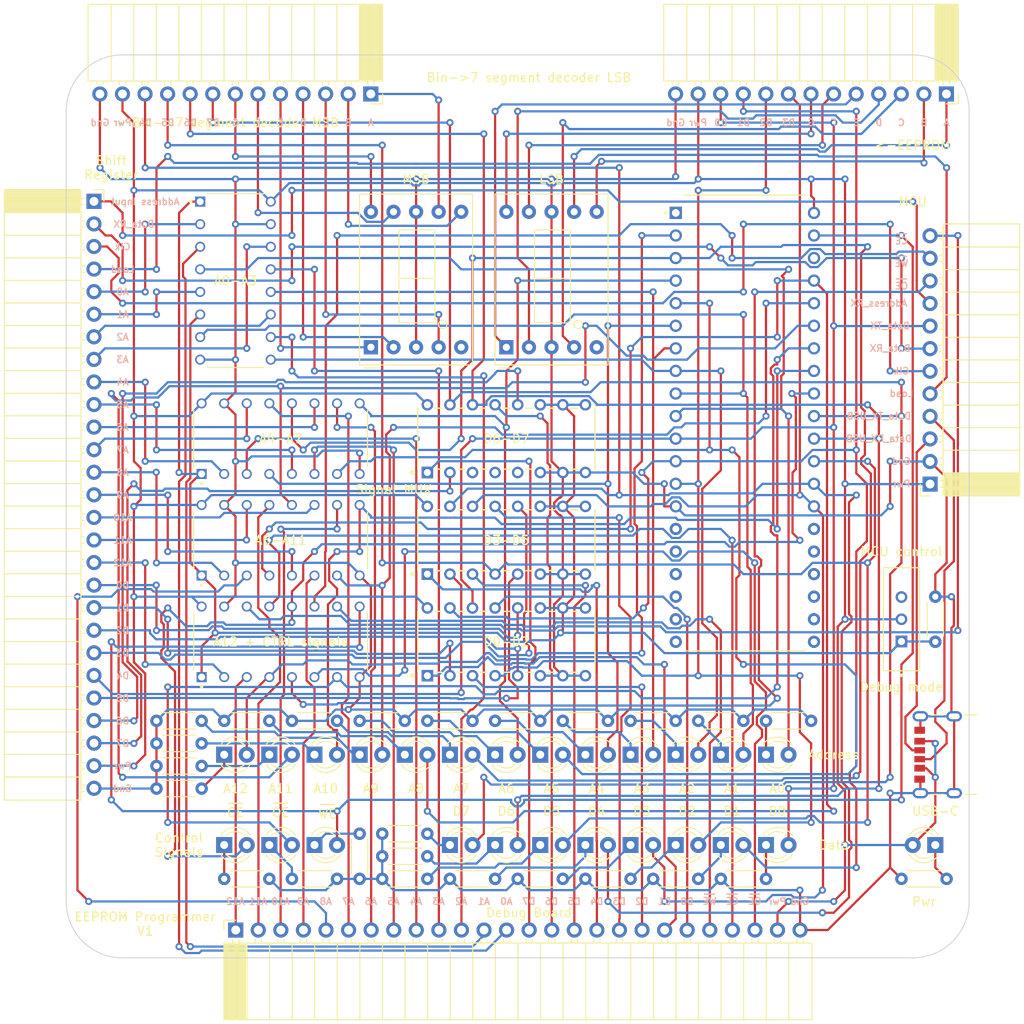
<source format=kicad_pcb>
(kicad_pcb (version 20211014) (generator pcbnew)
  (title_block (title "EEPROM Programmer Motherboard") (date "2025-06-09") (rev "1") (company "Dorian Knight"))
  (layers (0 "F.Cu" signal) (31 "B.Cu" signal) (34 "B.Paste" user) (35 "F.Paste" user) (36 "B.SilkS" user "B.Silkscreen") (37 "F.SilkS" user "F.Silkscreen") (38 "B.Mask" user) (39 "F.Mask" user) (44 "Edge.Cuts" user))
  (net 0 "")
  (net 1 "Addr_RX")
  (net 2 "Data_RX")
  (net 3 "Clk")
  (net 4 "Load")
  (net 5 "A0")
  (net 6 "A1")
  (net 7 "A2")
  (net 8 "A3")
  (net 9 "A4")
  (net 10 "A5")
  (net 11 "A6")
  (net 12 "A7")
  (net 13 "A8")
  (net 14 "A9")
  (net 15 "A10")
  (net 16 "A11")
  (net 17 "A12")
  (net 18 "D0")
  (net 19 "D1")
  (net 20 "D2")
  (net 21 "D3")
  (net 22 "D4")
  (net 23 "D5")
  (net 24 "D6")
  (net 25 "D7")
  (net 26 "Pwr")
  (net 27 "Gnd")
  (net 28 "Net-(D1-Pad1)")
  (net 29 "Net-(D2-Pad1)")
  (net 30 "Net-(D3-Pad1)")
  (net 31 "OE'-Arduino")
  (net 32 "WE'-Arduino")
  (net 33 "CE'-Arduino")
  (net 34 "A-segment-MSB")
  (net 35 "B-segment-MSB")
  (net 36 "C-segment-MSB")
  (net 37 "D-segment-MSB")
  (net 38 "E-segment-MSB")
  (net 39 "F-segment-MSB")
  (net 40 "G-segment-MSB")
  (net 41 "A-segment-LSB")
  (net 42 "B-segment-LSB")
  (net 43 "C-segment-LSB")
  (net 44 "D-segment-LSB")
  (net 45 "E-segment-LSB")
  (net 46 "F-segment-LSB")
  (net 47 "G-segment-LSB")
  (net 48 "A0-Arduino")
  (net 49 "A1-Arduino")
  (net 50 "A2-Arduino")
  (net 51 "A3-Arduino")
  (net 52 "A4-Arduino")
  (net 53 "A5-Arduino")
  (net 54 "A6-Arduino")
  (net 55 "A7-Arduino")
  (net 56 "A8-Arduino")
  (net 57 "A9-Arduino")
  (net 58 "A10-Arduino")
  (net 59 "A11-Arduino")
  (net 60 "A12-Arduino")
  (net 61 "D0-Arduino")
  (net 62 "D1-Arduino")
  (net 63 "D2-Arduino")
  (net 64 "D3-Arduino")
  (net 65 "D4-Arduino")
  (net 66 "D5-Arduino")
  (net 67 "D6-Arduino")
  (net 68 "D7-Arduino")
  (net 69 "Data_RX_USB")
  (net 70 "Data_TX_USB")
  (net 71 "Net-(D4-Pad1)")
  (net 72 "Net-(D5-Pad1)")
  (net 73 "Net-(D6-Pad1)")
  (net 74 "Net-(D7-Pad1)")
  (net 75 "Net-(D8-Pad1)")
  (net 76 "Net-(D9-Pad1)")
  (net 77 "Net-(D10-Pad1)")
  (net 78 "Net-(D11-Pad1)")
  (net 79 "Net-(D12-Pad1)")
  (net 80 "Net-(D13-Pad1)")
  (net 81 "WE'")
  (net 82 "Net-(D14-Pad1)")
  (net 83 "Net-(D15-Pad1)")
  (net 84 "OE'")
  (net 85 "Net-(D16-Pad1)")
  (net 86 "Net-(D17-Pad1)")
  (net 87 "CE'")
  (net 88 "Net-(D18-Pad1)")
  (net 89 "Net-(D19-Pad1)")
  (net 90 "Net-(D20-Pad1)")
  (net 91 "Net-(D21-Pad1)")
  (net 92 "Net-(D22-Pad1)")
  (net 93 "Net-(D23-Pad1)")
  (net 94 "Net-(D24-Pad1)")
  (net 95 "Net-(D25-Pad1)")
  (net 96 "A12-Debug")
  (net 97 "A11-Debug")
  (net 98 "A10-Debug")
  (net 99 "A9-Debug")
  (net 100 "A8-Debug")
  (net 101 "A7-Debug")
  (net 102 "A6-Debug")
  (net 103 "A5-Debug")
  (net 104 "A4-Debug")
  (net 105 "A3-Debug")
  (net 106 "A2-Debug")
  (net 107 "A1-Debug")
  (net 108 "A0-Debug")
  (net 109 "D7-Debug")
  (net 110 "D6-Debug")
  (net 111 "D5-Debug")
  (net 112 "D4-Debug")
  (net 113 "D3-Debug")
  (net 114 "D2-Debug")
  (net 115 "D1-Debug")
  (net 116 "D0-Debug")
  (net 117 "WE'-Debug")
  (net 118 "CE'-Debug")
  (net 119 "OE'-Debug")
  (net 120 "Arduino{slash}Debug control")
  (footprint "Resistor_THT:R_Axial_DIN0204_L3.6mm_D1.6mm_P5.08mm_Horizontal" (layer "F.Cu") (at 96.52 123.19 180)
    (fp_text reference "R6" hide)
    (fp_text value "R_US")
  )
  (footprint "Resistor_THT:R_Axial_DIN0204_L3.6mm_D1.6mm_P5.08mm_Horizontal" (layer "F.Cu") (at 45.72 123.19)
    (fp_text reference "R12" hide)
    (fp_text value "R_US")
  )
  (footprint "Resistor_THT:R_Axial_DIN0204_L3.6mm_D1.6mm_P5.08mm_Horizontal" (layer "F.Cu") (at 111.76 123.19 180)
    (fp_text reference "R4" hide)
    (fp_text value "R_US")
  )
  (footprint "LED_THT:LED_D3.0mm_white" (layer "F.Cu") (at 78.74 137.16)
    (fp_text reference "D18" hide)
    (fp_text value "LED")
  )
  (footprint "LED_THT:LED_D3.0mm_blue" (layer "F.Cu") (at 63.5 127)
    (fp_text reference "D12" hide)
    (fp_text value "LED")
  )
  (footprint "Resistor_THT:R_Axial_DIN0204_L3.6mm_D1.6mm_P5.08mm_Horizontal" (layer "F.Cu") (at 104.14 123.19 180)
    (fp_text reference "R5" hide)
    (fp_text value "R_US")
  )
  (footprint "Resistor_THT:R_Axial_DIN0204_L3.6mm_D1.6mm_P5.08mm_Horizontal" (layer "F.Cu") (at 71.12 135.89)
    (fp_text reference "R19" hide)
    (fp_text value "R_US")
  )
  (footprint "Switches:SPDT_SW_SLW-116641-5A-S-D" (layer "F.Cu") (at 129.54 111.76 90)
    (fp_text reference "SW1" hide)
    (fp_text value "SW_SPDT")
  )
  (footprint "SN74LV4053AN:SN74LV4053AN" (layer "F.Cu") (at 76.2 118.11 90)
    (fp_text reference "U1" hide)
    (fp_text value "SN74LV4053AN")
  )
  (footprint "SN74LV4053AN:SN74LV4053AN" (layer "F.Cu") (at 76.2 95.25 90)
    (fp_text reference "U6" hide)
    (fp_text value "SN74LV4053AN")
  )
  (footprint "Resistor_THT:R_Axial_DIN0204_L3.6mm_D1.6mm_P5.08mm_Horizontal" (layer "F.Cu") (at 73.66 123.19 180)
    (fp_text reference "R9" hide)
    (fp_text value "R_US")
  )
  (footprint "LED_THT:LED_D3.0mm_yellow" (layer "F.Cu") (at 58.42 137.16)
    (fp_text reference "D15" hide)
    (fp_text value "LED")
  )
  (footprint "Resistor_THT:R_Axial_DIN0204_L3.6mm_D1.6mm_P5.08mm_Horizontal" (layer "F.Cu") (at 68.58 140.97 90)
    (fp_text reference "R14" hide)
    (fp_text value "R_US")
  )
  (footprint "Resistor_THT:R_Axial_DIN0204_L3.6mm_D1.6mm_P5.08mm_Horizontal" (layer "F.Cu") (at 86.36 140.97)
    (fp_text reference "R23" hide)
    (fp_text value "R_US")
  )
  (footprint "Resistor_THT:R_Axial_DIN0204_L3.6mm_D1.6mm_P5.08mm_Horizontal" (layer "F.Cu") (at 109.22 140.97)
    (fp_text reference "R26" hide)
    (fp_text value "R_US")
  )
  (footprint "SN74LV4053AN:SN74LV4053AN" (layer "F.Cu") (at 76.2 106.68 90)
    (fp_text reference "U4" hide)
    (fp_text value "SN74LV4053AN")
  )
  (footprint "Resistor_THT:R_Axial_DIN0204_L3.6mm_D1.6mm_P5.08mm_Horizontal" (layer "F.Cu") (at 78.74 140.97)
    (fp_text reference "R22" hide)
    (fp_text value "R_US")
  )
  (footprint "Resistor_THT:R_Axial_DIN0204_L3.6mm_D1.6mm_P5.08mm_Horizontal" (layer "F.Cu") (at 66.04 140.97 180)
    (fp_text reference "R16" hide)
    (fp_text value "R_US")
  )
  (footprint "Connector_PinSocket_2.54mm:PinSocket_1x26_P2.54mm_Horizontal" (layer "F.Cu") (at 54.635 146.73 90)
    (fp_text reference "J4" hide)
    (fp_text value "Conn_01x26")
  )
  (footprint "LED_THT:LED_D3.0mm_red" (layer "F.Cu") (at 133.35 137.16 180)
    (fp_text reference "D1" hide)
    (fp_text value "LED")
  )
  (footprint "LED_THT:LED_D3.0mm_blue" (layer "F.Cu") (at 73.66 127)
    (fp_text reference "D10" hide)
    (fp_text value "LED")
  )
  (footprint "LED_THT:LED_D3.0mm_blue" (layer "F.Cu") (at 83.82 127)
    (fp_text reference "D8" hide)
    (fp_text value "LED")
  )
  (footprint "LED_THT:LED_D3.0mm_white" (layer "F.Cu") (at 109.22 137.16)
    (fp_text reference "D24" hide)
    (fp_text value "LED")
  )
  (footprint "Connector_PinSocket_2.54mm:PinSocket_1x27_P2.54mm_Horizontal" (layer "F.Cu") (at 38.69 64.74)
    (fp_text reference "J1" hide)
    (fp_text value "Conn_01x27")
  )
  (footprint "AT28C64B-15PU:EEPROM in 40pin ZIF" (layer "F.Cu") (at 119.70125 99.06)
    (fp_text reference "U3" hide)
    (fp_text value "AT28C64B-15PU")
  )
  (footprint "LED_THT:LED_D3.0mm_white" (layer "F.Cu") (at 114.3 137.16)
    (fp_text reference "D25" hide)
    (fp_text value "LED")
  )
  (footprint "Resistor_THT:R_Axial_DIN0204_L3.6mm_D1.6mm_P5.08mm_Horizontal" (layer "F.Cu") (at 129.54 140.97)
    (fp_text reference "R1" hide)
    (fp_text value "R_US")
  )
  (footprint "Resistor_THT:R_Axial_DIN0204_L3.6mm_D1.6mm_P5.08mm_Horizontal" (layer "F.Cu") (at 71.12 140.97)
    (fp_text reference "R21" hide)
    (fp_text value "R_US")
  )
  (footprint "Connector_PinSocket_2.54mm:PinSocket_1x13_P2.54mm_Horizontal" (layer "F.Cu") (at 134.605 52.66 -90)
    (fp_text reference "J3" hide)
    (fp_text value "Conn_01x13")
  )
  (footprint "LED_THT:LED_D3.0mm_blue" (layer "F.Cu") (at 109.22 127)
    (fp_text reference "D3" hide)
    (fp_text value "LED")
  )
  (footprint "LED_THT:LED_D3.0mm_blue" (layer "F.Cu") (at 53.34 127)
    (fp_text reference "D16" hide)
    (fp_text value "LED")
  )
  (footprint "LED_THT:LED_D3.0mm_blue" (layer "F.Cu") (at 114.3 127)
    (fp_text reference "D2" hide)
    (fp_text value "LED")
  )
  (footprint "Resistor_THT:R_Axial_DIN0204_L3.6mm_D1.6mm_P5.08mm_Horizontal" (layer "F.Cu") (at 45.72 128.27)
    (fp_text reference "R15" hide)
    (fp_text value "R_US")
  )
  (footprint "Resistor_THT:R_Axial_DIN0204_L3.6mm_D1.6mm_P5.08mm_Horizontal" (layer "F.Cu") (at 45.72 130.81)
    (fp_text reference "R17" hide)
    (fp_text value "R_US")
  )
  (footprint "Mux:DIP794W45P254L1969H508Q16" (layer "F.Cu") (at 59.69 114.3 90)
    (fp_text reference "U8" hide)
    (fp_text value "SN74HCT257N")
  )
  (footprint "LED_THT:LED_D3.0mm_blue" (layer "F.Cu") (at 58.42 127)
    (fp_text reference "D14" hide)
    (fp_text value "LED")
  )
  (footprint "Resistor_THT:R_Axial_DIN0204_L3.6mm_D1.6mm_P5.08mm_Horizontal" (layer "F.Cu") (at 101.6 140.97)
    (fp_text reference "R25" hide)
    (fp_text value "R_US")
  )
  (footprint "LED_THT:LED_D3.0mm_white" (layer "F.Cu") (at 93.98 137.16)
    (fp_text reference "D21" hide)
    (fp_text value "LED")
  )
  (footprint "Resistor_THT:R_Axial_DIN0204_L3.6mm_D1.6mm_P5.08mm_Horizontal" (layer "F.Cu") (at 93.98 140.97)
    (fp_text reference "R24" hide)
    (fp_text value "R_US")
  )
  (footprint "LED_THT:LED_D3.0mm_white" (layer "F.Cu") (at 88.9 137.16)
    (fp_text reference "D20" hide)
    (fp_text value "LED")
  )
  (footprint "Mux:DIP794W45P254L1969H508Q16" (layer "F.Cu") (at 54.61 73.66)
    (fp_text reference "U2" hide)
    (fp_text value "SN74HCT257N")
  )
  (footprint "LED_THT:LED_D3.0mm_white" (layer "F.Cu") (at 99.06 137.16)
    (fp_text reference "D22" hide)
    (fp_text value "LED")
  )
  (footprint "LED_THT:LED_D3.0mm_blue" (layer "F.Cu") (at 68.58 127)
    (fp_text reference "D11" hide)
    (fp_text value "LED")
  )
  (footprint "LED_THT:LED_D3.0mm_blue" (layer "F.Cu") (at 93.98 127)
    (fp_text reference "D6" hide)
    (fp_text value "LED")
  )
  (footprint "Display_7Segment:D1X8K" (layer "F.Cu") (at 69.85 81.1575 90)
    (fp_text reference "U7" hide)
    (fp_text value "D1X8K-14BL")
  )
  (footprint "Resistor_THT:R_Axial_DIN0204_L3.6mm_D1.6mm_P5.08mm_Horizontal" (layer "F.Cu") (at 81.28 123.19 180)
    (fp_text reference "R8" hide)
    (fp_text value "R_US")
  )
  (footprint "Resistor_THT:R_Axial_DIN0204_L3.6mm_D1.6mm_P5.08mm_Horizontal" (layer "F.Cu") (at 88.9 123.19 180)
    (fp_text reference "R7" hide)
    (fp_text value "R_US")
  )
  (footprint "Display_7Segment:D1X8K" (layer "F.Cu") (at 85.09 81.1575 90)
    (fp_text reference "U10" hide)
    (fp_text value "D1X8K-14BL")
  )
  (footprint "LED_THT:LED_D3.0mm_blue" (layer "F.Cu") (at 88.9 127)
    (fp_text reference "D7" hide)
    (fp_text value "LED")
  )
  (footprint "LED_THT:LED_D3.0mm_blue" (layer "F.Cu") (at 104.14 127)
    (fp_text reference "D4" hide)
    (fp_text value "LED")
  )
  (footprint "Resistor_THT:R_Axial_DIN0204_L3.6mm_D1.6mm_P5.08mm_Horizontal" (layer "F.Cu") (at 53.34 123.19)
    (fp_text reference "R11" hide)
    (fp_text value "R_US")
  )
  (footprint "Mux:DIP794W45P254L1969H508Q16" (layer "F.Cu") (at 59.69 91.44 90)
    (fp_text reference "U5" hide)
    (fp_text value "SN74HCT257N")
  )
  (footprint "LED_THT:LED_D3.0mm_white" (layer "F.Cu") (at 104.14 137.16)
    (fp_text reference "D23" hide)
    (fp_text value "LED")
  )
  (footprint "Resistor_THT:R_Axial_DIN0204_L3.6mm_D1.6mm_P5.08mm_Horizontal" (layer "F.Cu") (at 58.42 140.97 180)
    (fp_text reference "R18" hide)
    (fp_text value "R_US")
  )
  (footprint "Connector_PinSocket_2.54mm:PinSocket_1x12_P2.54mm_Horizontal" (layer "F.Cu") (at 132.76 96.55 180)
    (fp_text reference "J5" hide)
    (fp_text value "Conn_01x12")
  )
  (footprint "USB_type_C:AMPHENOL_10164359-00011LF" (layer "F.Cu") (at 134.62 127 90)
    (fp_text reference "J6" hide)
    (fp_text value "USB Type C Receptacle")
  )
  (footprint "Resistor_THT:R_Axial_DIN0204_L3.6mm_D1.6mm_P5.08mm_Horizontal" (layer "F.Cu") (at 71.12 138.43)
    (fp_text reference "R20" hide)
    (fp_text value "R_US")
  )
  (footprint "LED_THT:LED_D3.0mm_yellow" (layer "F.Cu") (at 53.34 137.16)
    (fp_text reference "D17" hide)
    (fp_text value "LED")
  )
  (footprint "Resistor_THT:R_Axial_DIN0204_L3.6mm_D1.6mm_P5.08mm_Horizontal" (layer "F.Cu") (at 60.96 123.19)
    (fp_text reference "R10" hide)
    (fp_text value "R_US")
  )
  (footprint "Connector_PinSocket_2.54mm:PinSocket_1x13_P2.54mm_Horizontal" (layer "F.Cu") (at 69.835 52.66 -90)
    (fp_text reference "J2" hide)
    (fp_text value "Conn_01x13")
  )
  (footprint "Resistor_THT:R_Axial_DIN0204_L3.6mm_D1.6mm_P5.08mm_Horizontal" (layer "F.Cu") (at 119.38 123.19 180)
    (fp_text reference "R3" hide)
    (fp_text value "R_US")
  )
  (footprint "LED_THT:LED_D3.0mm_white" (layer "F.Cu") (at 83.82 137.16)
    (fp_text reference "D19" hide)
    (fp_text value "LED")
  )
  (footprint "Resistor_THT:R_Axial_DIN0204_L3.6mm_D1.6mm_P5.08mm_Horizontal" (layer "F.Cu") (at 133.35 114.3 90)
    (fp_text reference "R2" hide)
    (fp_text value "R_US")
  )
  (footprint "Resistor_THT:R_Axial_DIN0204_L3.6mm_D1.6mm_P5.08mm_Horizontal" (layer "F.Cu") (at 45.72 125.73)
    (fp_text reference "R13" hide)
    (fp_text value "R_US")
  )
  (footprint "LED_THT:LED_D3.0mm_yellow" (layer "F.Cu") (at 63.5 137.16)
    (fp_text reference "D13" hide)
    (fp_text value "LED")
  )
  (footprint "LED_THT:LED_D3.0mm_blue" (layer "F.Cu") (at 78.74 127)
    (fp_text reference "D9" hide)
    (fp_text value "LED")
  )
  (footprint "Mux:DIP794W45P254L1969H508Q16" (layer "F.Cu") (at 59.69 102.87 90)
    (fp_text reference "U9" hide)
    (fp_text value "SN74HCT257N")
  )
  (footprint "LED_THT:LED_D3.0mm_blue" (layer "F.Cu") (at 99.06 127)
    (fp_text reference "D5" hide)
    (fp_text value "LED")
  )
  (gr_line (start 35.56 54.61) (end 35.56 143.51) (layer "Edge.Cuts") (width 0.1))
  (gr_arc (start 35.56 54.61) (mid 37.419872 50.119872) (end 41.91 48.26) (layer "Edge.Cuts") (width 0.1))
  (gr_arc (start 137.16 143.51) (mid 135.300128 148.000128) (end 130.81 149.86) (layer "Edge.Cuts") (width 0.1))
  (gr_arc (start 130.81 48.26) (mid 135.300128 50.119872) (end 137.16 54.61) (layer "Edge.Cuts") (width 0.1))
  (gr_line (start 137.16 143.51) (end 137.16 54.61) (layer "Edge.Cuts") (width 0.1))
  (gr_line (start 41.91 149.86) (end 130.81 149.86) (layer "Edge.Cuts") (width 0.1))
  (gr_arc (start 41.91 149.86) (mid 37.419872 148.000128) (end 35.56 143.51) (layer "Edge.Cuts") (width 0.1))
  (gr_line (start 130.81 48.26) (end 41.91 48.26) (layer "Edge.Cuts") (width 0.1))
  (gr_text "E" (at 124.46 55.88) (layer "B.SilkS") (effects (font (size 0.75 0.75)) (justify mirror)))
  (gr_text "D1" (at 41.91 110.49) (layer "B.SilkS") (effects (font (size 0.75 0.75)) (justify mirror)))
  (gr_text "D0" (at 41.91 107.95) (layer "B.SilkS") (effects (font (size 0.75 0.75)) (justify mirror)))
  (gr_text "D2" (at 41.91 113.03) (layer "B.SilkS") (effects (font (size 0.75 0.75)) (justify mirror)))
  (gr_text "A5" (at 41.91 87.63) (layer "B.SilkS") (effects (font (size 0.75 0.75)) (justify mirror)))
  (gr_text "Address_RX" (at 127 76.2) (layer "B.SilkS") (effects (font (size 0.75 0.75)) (justify mirror)))
  (gr_text "A12" (at 54.61 143.51) (layer "B.SilkS") (effects (font (size 0.75 0.75)) (justify mirror)))
  (gr_text "Gnd" (at 39.37 55.88) (layer "B.SilkS") (effects (font (size 0.75 0.75)) (justify mirror)))
  (gr_text "__\nOE" (at 113.03 142.875) (layer "B.SilkS") (effects (font (size 0.75 0.75)) (justify mirror)))
  (gr_text "A4" (at 74.93 143.51) (layer "B.SilkS") (effects (font (size 0.75 0.75)) (justify mirror)))
  (gr_text "F" (at 121.92 55.88) (layer "B.SilkS") (effects (font (size 0.75 0.75)) (justify mirror)))
  (gr_text "Address Input" (at 44.45 64.77) (layer "B.SilkS") (effects (font (size 0.75 0.75)) (justify mirror)))
  (gr_text "B" (at 132.08 55.88) (layer "B.SilkS") (effects (font (size 0.75 0.75)) (justify mirror)))
  (gr_text "D5" (at 46.99 55.88) (layer "B.SilkS") (effects (font (size 0.75 0.75)) (justify mirror)))
  (gr_text "Data_RX" (at 43.18 67.31) (layer "B.SilkS") (effects (font (size 0.75 0.75)) (justify mirror)))
  (gr_text "Data_TX" (at 128.27 78.74) (layer "B.SilkS") (effects (font (size 0.75 0.75)) (justify mirror)))
  (gr_text "D5" (at 92.71 143.51) (layer "B.SilkS") (effects (font (size 0.75 0.75)) (justify mirror)))
  (gr_text "A3" (at 77.47 143.51) (layer "B.SilkS") (effects (font (size 0.75 0.75)) (justify mirror)))
  (gr_text "A9" (at 62.23 143.51) (layer "B.SilkS") (effects (font (size 0.75 0.75)) (justify mirror)))
  (gr_text "A7" (at 41.91 92.71) (layer "B.SilkS") (effects (font (size 0.75 0.75)) (justify mirror)))
  (gr_text "G" (at 119.38 55.88) (layer "B.SilkS") (effects (font (size 0.75 0.75)) (justify mirror)))
  (gr_text "D0" (at 105.41 143.51) (layer "B.SilkS") (effects (font (size 0.75 0.75)) (justify mirror)))
  (gr_text "Gnd" (at 129.54 93.98) (layer "B.SilkS") (effects (font (size 0.75 0.75)) (justify mirror)))
  (gr_text "D4" (at 44.45 55.88) (layer "B.SilkS") (effects (font (size 0.75 0.75)) (justify mirror)))
  (gr_text "A2" (at 41.91 80.01) (layer "B.SilkS") (effects (font (size 0.75 0.75)) (justify mirror)))
  (gr_text "D" (at 62.23 55.88) (layer "B.SilkS") (effects (font (size 0.75 0.75)) (justify mirror)))
  (gr_text "Data_RX_USB" (at 127 91.44) (layer "B.SilkS") (effects (font (size 0.75 0.75)) (justify mirror)))
  (gr_text "D7" (at 87.63 143.51) (layer "B.SilkS") (effects (font (size 0.75 0.75)) (justify mirror)))
  (gr_text "A7" (at 67.31 143.51) (layer "B.SilkS") (effects (font (size 0.75 0.75)) (justify mirror)))
  (gr_text "A4" (at 41.91 85.09) (layer "B.SilkS") (effects (font (size 0.75 0.75)) (justify mirror)))
  (gr_text "Gnd" (at 41.91 130.81) (layer "B.SilkS") (effects (font (size 0.75 0.75)) (justify mirror)))
  (gr_text "A11" (at 41.91 102.87) (layer "B.SilkS") (effects (font (size 0.75 0.75)) (justify mirror)))
  (gr_text "A8" (at 64.77 143.51) (layer "B.SilkS") (effects (font (size 0.75 0.75)) (justify mirror)))
  (gr_text "A10" (at 41.91 100.33) (layer "B.SilkS") (effects (font (size 0.75 0.75)) (justify mirror)))
  (gr_text "__\nWE" (at 107.95 142.875) (layer "B.SilkS") (effects (font (size 0.75 0.75)) (justify mirror)))
  (gr_text "D3" (at 116.84 55.88) (layer "B.SilkS") (effects (font (size 0.75 0.75)) (justify mirror)))
  (gr_text "Gnd" (at 104.14 55.88) (layer "B.SilkS") (effects (font (size 0.75 0.75)) (justify mirror)))
  (gr_text "G" (at 54.61 55.88) (layer "B.SilkS") (effects (font (size 0.75 0.75)) (justify mirror)))
  (gr_text "E" (at 59.69 55.88) (layer "B.SilkS") (effects (font (size 0.75 0.75)) (justify mirror)))
  (gr_text "Gnd" (at 118.11 143.51) (layer "B.SilkS") (effects (font (size 0.75 0.75)) (justify mirror)))
  (gr_text "Clk" (at 129.54 83.82) (layer "B.SilkS") (effects (font (size 0.75 0.75)) (justify mirror)))
  (gr_text "D" (at 127 55.88) (layer "B.SilkS") (effects (font (size 0.75 0.75)) (justify mirror)))
  (gr_text "A2" (at 80.01 143.51) (layer "B.SilkS") (effects (font (size 0.75 0.75)) (justify mirror)))
  (gr_text "__\nWE" (at 129.54 71.12) (layer "B.SilkS") (effects (font (size 0.75 0.75)) (justify mirror)))
  (gr_text "A1" (at 82.55 143.51) (layer "B.SilkS") (effects (font (size 0.75 0.75)) (justify mirror)))
  (gr_text "A0" (at 41.91 74.93) (layer "B.SilkS") (effects (font (size 0.75 0.75)) (justify mirror)))
  (gr_text "D6" (at 41.91 123.19) (layer "B.SilkS") (effects (font (size 0.75 0.75)) (justify mirror)))
  (gr_text "D7" (at 52.07 55.88) (layer "B.SilkS") (effects (font (size 0.75 0.75)) (justify mirror)))
  (gr_text "A8" (at 41.91 95.25) (layer "B.SilkS") (effects (font (size 0.75 0.75)) (justify mirror)))
  (gr_text "A11" (at 57.15 143.51) (layer "B.SilkS") (effects (font (size 0.75 0.75)) (justify mirror)))
  (gr_text "A" (at 69.85 55.88) (layer "B.SilkS") (effects (font (size 0.75 0.75)) (justify mirror)))
  (gr_text "Pwr" (at 41.91 55.88) (layer "B.SilkS") (effects (font (size 0.75 0.75)) (justify mirror)))
  (gr_text "__\nOE" (at 129.54 73.66) (layer "B.SilkS") (effects (font (size 0.75 0.75)) (justify mirror)))
  (gr_text "Pwr" (at 41.91 128.27) (layer "B.SilkS") (effects (font (size 0.75 0.75)) (justify mirror)))
  (gr_text "__\nCE" (at 110.49 142.875) (layer "B.SilkS") (effects (font (size 0.75 0.75)) (justify mirror)))
  (gr_text "A" (at 134.62 55.88) (layer "B.SilkS") (effects (font (size 0.75 0.75)) (justify mirror)))
  (gr_text "D4" (at 41.91 118.11) (layer "B.SilkS") (effects (font (size 0.75 0.75)) (justify mirror)))
  (gr_text "B" (at 67.31 55.88) (layer "B.SilkS") (effects (font (size 0.75 0.75)) (justify mirror)))
  (gr_text "C" (at 64.77 55.88) (layer "B.SilkS") (effects (font (size 0.75 0.75)) (justify mirror)))
  (gr_text "Load" (at 129.54 86.36) (layer "B.SilkS") (effects (font (size 0.75 0.75)) (justify mirror)))
  (gr_text "A5" (at 72.39 143.51) (layer "B.SilkS") (effects (font (size 0.75 0.75)) (justify mirror)))
  (gr_text "D5" (at 41.91 120.65) (layer "B.SilkS") (effects (font (size 0.75 0.75)) (justify mirror)))
  (gr_text "D0" (at 109.22 55.88) (layer "B.SilkS") (effects (font (size 0.75 0.75)) (justify mirror)))
  (gr_text "A6" (at 41.91 90.17) (layer "B.SilkS") (effects (font (size 0.75 0.75)) (justify mirror)))
  (gr_text "__\nCE" (at 129.54 68.58) (layer "B.SilkS") (effects (font (size 0.75 0.75)) (justify mirror)))
  (gr_text "Pwr" (at 106.68 55.88) (layer "B.SilkS") (effects (font (size 0.75 0.75)) (justify mirror)))
  (gr_text "F" (at 57.15 55.88) (layer "B.SilkS") (effects (font (size 0.75 0.75)) (justify mirror)))
  (gr_text "A6" (at 69.85 143.51) (layer "B.SilkS") (effects (font (size 0.75 0.75)) (justify mirror)))
  (gr_text "C" (at 129.54 55.88) (layer "B.SilkS") (effects (font (size 0.75 0.75)) (justify mirror)))
  (gr_text "Load" (at 41.91 72.39) (layer "B.SilkS") (effects (font (size 0.75 0.75)) (justify mirror)))
  (gr_text "D6" (at 90.17 143.51) (layer "B.SilkS") (effects (font (size 0.75 0.75)) (justify mirror)))
  (gr_text "D2" (at 114.3 55.88) (layer "B.SilkS") (effects (font (size 0.75 0.75)) (justify mirror)))
  (gr_text "Pwr" (at 115.57 143.51) (layer "B.SilkS") (effects (font (size 0.75 0.75)) (justify mirror)))
  (gr_text "D3" (at 41.91 115.57) (layer "B.SilkS") (effects (font (size 0.75 0.75)) (justify mirror)))
  (gr_text "Pwr" (at 129.54 96.52) (layer "B.SilkS") (effects (font (size 0.75 0.75)) (justify mirror)))
  (gr_text "A1" (at 41.91 77.47) (layer "B.SilkS") (effects (font (size 0.75 0.75)) (justify mirror)))
  (gr_text "A10" (at 59.69 143.51) (layer "B.SilkS") (effects (font (size 0.75 0.75)) (justify mirror)))
  (gr_text "D6" (at 49.53 55.88) (layer "B.SilkS") (effects (font (size 0.75 0.75)) (justify mirror)))
  (gr_text "Data_TX_USB" (at 127 88.9) (layer "B.SilkS") (effects (font (size 0.75 0.75)) (justify mirror)))
  (gr_text "Clk" (at 41.91 69.85) (layer "B.SilkS") (effects (font (size 0.75 0.75)) (justify mirror)))
  (gr_text "A0" (at 85.09 143.51) (layer "B.SilkS") (effects (font (size 0.75 0.75)) (justify mirror)))
  (gr_text "D1" (at 102.87 143.51) (layer "B.SilkS") (effects (font (size 0.75 0.75)) (justify mirror)))
  (gr_text "A3" (at 41.91 82.55) (layer "B.SilkS") (effects (font (size 0.75 0.75)) (justify mirror)))
  (gr_text "D3" (at 97.79 143.51) (layer "B.SilkS") (effects (font (size 0.75 0.75)) (justify mirror)))
  (gr_text "A9" (at 41.91 97.79) (layer "B.SilkS") (effects (font (size 0.75 0.75)) (justify mirror)))
  (gr_text "D2" (at 100.33 143.51) (layer "B.SilkS") (effects (font (size 0.75 0.75)) (justify mirror)))
  (gr_text "D4" (at 95.25 143.51) (layer "B.SilkS") (effects (font (size 0.75 0.75)) (justify mirror)))
  (gr_text "D7" (at 41.91 125.73) (layer "B.SilkS") (effects (font (size 0.75 0.75)) (justify mirror)))
  (gr_text "Data_RX" (at 128.27 81.28) (layer "B.SilkS") (effects (font (size 0.75 0.75)) (justify mirror)))
  (gr_text "A12" (at 41.91 105.41) (layer "B.SilkS") (effects (font (size 0.75 0.75)) (justify mirror)))
  (gr_text "D1" (at 111.76 55.88) (layer "B.SilkS") (effects (font (size 0.75 0.75)) (justify mirror)))
  (gr_text "LSB" (at 90.17 62.23) (layer "F.SilkS") (effects (font (size 1 1))))
  (gr_text "A8" (at 74.93 130.81) (layer "F.SilkS") (effects (font (size 1 1))))
  (gr_text "Debug mode" (at 129.54 119.38) (layer "F.SilkS") (effects (font (size 1 1))))
  (gr_text "A4" (at 95.25 130.81) (layer "F.SilkS") (effects (font (size 1 1))))
  (gr_text "D3" (at 100.33 133.35) (layer "F.SilkS") (effects (font (size 1 1))))
  (gr_text "A6" (at 85.09 130.81) (layer "F.SilkS") (effects (font (size 1 1))))
  (gr_text "A0-A3" (at 54.61 73.66) (layer "F.SilkS") (effects (font (size 1 1))))
  (gr_text "A12" (at 54.61 130.81) (layer "F.SilkS") (effects (font (size 1 1))))
  (gr_text "D3-D5" (at 85.09 102.87) (layer "F.SilkS") (effects (font (size 1 1))))
  (gr_text "Bin->7 segment decoder LSB" (at 87.63 50.8) (layer "F.SilkS") (effects (font (size 1 1))))
  (gr_text "D0-D2" (at 85.09 114.3) (layer "F.SilkS") (effects (font (size 1 1))))
  (gr_text "MCU control" (at 129.54 104.14) (layer "F.SilkS") (effects (font (size 1 1))))
  (gr_text "__\nCE" (at 54.61 132.715) (layer "F.SilkS") (effects (font (size 1 1))))
  (gr_text "__\nWE" (at 64.950585 132.852366) (layer "F.SilkS") (effects (font (size 1 1))))
  (gr_text "EEPROM Programmer\nV1" (at 44.45 146.05) (layer "F.SilkS") (effects (font (size 1 1))))
  (gr_text "A5" (at 90.17 130.81) (layer "F.SilkS") (effects (font (size 1 1))))
  (gr_text "A1" (at 110.49 130.81) (layer "F.SilkS") (effects (font (size 1 1))))
  (gr_text "D1" (at 110.49 133.35) (layer "F.SilkS") (effects (font (size 1 1))))
  (gr_text "MCU" (at 130.81 64.77) (layer "F.SilkS") (effects (font (size 1 1))))
  (gr_text "A9" (at 69.85 130.81) (layer "F.SilkS") (effects (font (size 1 1))))
  (gr_text "Pwr" (at 132.08 143.51) (layer "F.SilkS") (effects (font (size 1 1))))
  (gr_text "Debug Board" (at 87.63 144.78) (layer "F.SilkS") (effects (font (size 1 1))))
  (gr_text "A12 + CTRL signals" (at 59.69 114.3) (layer "F.SilkS") (effects (font (size 1 1))))
  (gr_text "Bin->7 segment decoder MSB" (at 54.61 55.88) (layer "F.SilkS") (effects (font (size 1 1))))
  (gr_text "Shift\nRegister" (at 40.64 60.96) (layer "F.SilkS") (effects (font (size 1 1))))
  (gr_text "A11" (at 59.69 130.81) (layer "F.SilkS") (effects (font (size 1 1))))
  (gr_text "A3" (at 100.33 130.81) (layer "F.SilkS") (effects (font (size 1 1))))
  (gr_text "D6" (at 85.09 133.35) (layer "F.SilkS") (effects (font (size 1 1))))
  (gr_text "__\nOE" (at 59.69 132.715) (layer "F.SilkS") (effects (font (size 1 1))))
  (gr_text "A0" (at 115.57 130.81) (layer "F.SilkS") (effects (font (size 1 1))))
  (gr_text "<-EEPROM" (at 130.81 58.42) (layer "F.SilkS") (effects (font (size 1 1))))
  (gr_text "D2" (at 105.41 133.35) (layer "F.SilkS") (effects (font (size 1 1))))
  (gr_text "D0" (at 115.57 133.35) (layer "F.SilkS") (effects (font (size 1 1))))
  (gr_text "D4" (at 95.25 133.35) (layer "F.SilkS") (effects (font (size 1 1))))
  (gr_text "A4-A7" (at 59.69 91.44) (layer "F.SilkS") (effects (font (size 1 1))))
  (gr_text "A7" (at 80.01 130.81) (layer "F.SilkS") (effects (font (size 1 1))))
  (gr_text "D6-D7" (at 85.09 91.44) (layer "F.SilkS") (effects (font (size 1 1))))
  (gr_text "A10" (at 64.77 130.81) (layer "F.SilkS") (effects (font (size 1 1))))
  (gr_text "A8-A11" (at 59.69 102.87) (layer "F.SilkS") (effects (font (size 1 1))))
  (gr_text "Data" (at 121.92 137.16) (layer "F.SilkS") (effects (font (size 1 1))))
  (gr_text "MSB" (at 74.93 62.23) (layer "F.SilkS") (effects (font (size 1 1))))
  (gr_text "USB-C" (at 133.35 133.35) (layer "F.SilkS") (effects (font (size 1 1))))
  (gr_text "A2" (at 105.41 130.81) (layer "F.SilkS") (effects (font (size 1 1))))
  (gr_text "D7" (at 80.01 133.35) (layer "F.SilkS") (effects (font (size 1 1))))
  (gr_text "Control\nSignals" (at 48.26 137.16) (layer "F.SilkS") (effects (font (size 1 1))))
  (gr_text "Signal MUX" (at 72.39 97.155) (layer "F.SilkS") (effects (font (size 1 1))))
  (gr_text "D5" (at 90.17 133.35) (layer "F.SilkS") (effects (font (size 1 1))))
  (gr_text "Address" (at 121.92 127) (layer "F.SilkS") (effects (font (size 1 1))))
  (segment (start 41.91 68.58) (end 41.91 66.04) (width 0.25) (layer "F.Cu") (net 1))
  (segment (start 131.26 74.73) (end 131.26 73.66) (width 0.25) (layer "F.Cu") (net 1))
  (segment (start 132.76 76.23) (end 131.26 74.73) (width 0.25) (layer "F.Cu") (net 1))
  (segment (start 41.91 66.04) (end 40.61 64.74) (width 0.25) (layer "F.Cu") (net 1))
  (segment (start 60.96 63.5) (end 60.96 68.58) (width 0.25) (layer "F.Cu") (net 1))
  (segment (start 40.61 64.74) (end 38.69 64.74) (width 0.25) (layer "F.Cu") (net 1))
  (segment (start 131.26 65.22) (end 130.81 64.77) (width 0.25) (layer "F.Cu") (net 1))
  (segment (start 131.26 73.66) (end 131.26 65.22) (width 0.25) (layer "F.Cu") (net 1))
  (via (at 130.81 64.77) (size 0.8) (drill 0.4) (layers "F.Cu" "B.Cu") (net 1))
  (via (at 60.96 68.58) (size 0.8) (drill 0.4) (layers "F.Cu" "B.Cu") (net 1))
  (via (at 60.96 63.5) (size 0.8) (drill 0.4) (layers "F.Cu" "B.Cu") (net 1))
  (via (at 41.91 68.58) (size 0.8) (drill 0.4) (layers "F.Cu" "B.Cu") (net 1))
  (segment (start 97.79 64.77) (end 96.52 63.5) (width 0.25) (layer "B.Cu") (net 1))
  (segment (start 60.96 68.58) (end 41.91 68.58) (width 0.25) (layer "B.Cu") (net 1))
  (segment (start 96.52 63.5) (end 60.96 63.5) (width 0.25) (layer "B.Cu") (net 1))
  (segment (start 130.81 64.77) (end 97.79 64.77) (width 0.25) (layer "B.Cu") (net 1))
  (segment (start 40.64 68.58) (end 39.99 68.58) (width 0.25) (layer "F.Cu") (net 2))
  (segment (start 41.91 73.66) (end 41.91 69.85) (width 0.25) (layer "F.Cu") (net 2))
  (segment (start 41.91 69.85) (end 40.64 68.58) (width 0.25) (layer "F.Cu") (net 2))
  (segment (start 107.95 69.85) (end 109.22 71.12) (width 0.25) (layer "F.Cu") (net 2))
  (segment (start 129.54 81.28) (end 129.54 71.12) (width 0.25) (layer "F.Cu") (net 2))
  (segment (start 39.99 68.58) (end 38.69 67.28) (width 0.25) (layer "F.Cu") (net 2))
  (segment (start 60.96 69.85) (end 60.96 73.66) (width 0.25) (layer "F.Cu") (net 2))
  (via (at 129.54 81.28) (size 0.8) (drill 0.4) (layers "F.Cu" "B.Cu") (net 2))
  (via (at 107.95 69.85) (size 0.8) (drill 0.4) (layers "F.Cu" "B.Cu") (net 2))
  (via (at 60.96 73.66) (size 0.8) (drill 0.4) (layers "F.Cu" "B.Cu") (net 2))
  (via (at 60.96 69.85) (size 0.8) (drill 0.4) (layers "F.Cu" "B.Cu") (net 2))
  (via (at 129.54 71.12) (size 0.8) (drill 0.4) (layers "F.Cu" "B.Cu") (net 2))
  (via (at 41.91 73.66) (size 0.8) (drill 0.4) (layers "F.Cu" "B.Cu") (net 2))
  (via (at 109.22 71.12) (size 0.8) (drill 0.4) (layers "F.Cu" "B.Cu") (net 2))
  (segment (start 129.57 81.31) (end 129.54 81.28) (width 0.25) (layer "B.Cu") (net 2))
  (segment (start 110.04 71.94) (end 112.790169 71.94) (width 0.25) (layer "B.Cu") (net 2))
  (segment (start 121.135263 71.12) (end 129.54 71.12) (width 0.25) (layer "B.Cu") (net 2))
  (segment (start 132.76 81.31) (end 129.57 81.31) (width 0.25) (layer "B.Cu") (net 2))
  (segment (start 107.95 69.85) (end 60.96 69.85) (width 0.25) (layer "B.Cu") (net 2))
  (segment (start 118.717237 71.57) (end 119.281237 72.134) (width 0.25) (layer "B.Cu") (net 2))
  (segment (start 113.160169 71.57) (end 118.717237 71.57) (width 0.25) (layer "B.Cu") (net 2))
  (segment (start 60.96 73.66) (end 41.91 73.66) (width 0.25) (layer "B.Cu") (net 2))
  (segment (start 120.121263 72.134) (end 121.135263 71.12) (width 0.25) (layer "B.Cu") (net 2))
  (segment (start 109.22 71.12) (end 110.04 71.94) (width 0.25) (layer "B.Cu") (net 2))
  (segment (start 119.281237 72.134) (end 120.121263 72.134) (width 0.25) (layer "B.Cu") (net 2))
  (segment (start 112.790169 71.94) (end 113.160169 71.57) (width 0.25) (layer "B.Cu") (net 2))
  (segment (start 41.46 71.12) (end 41.46 72.84) (width 0.25) (layer "F.Cu") (net 3))
  (segment (start 40.16 69.82) (end 41.46 71.12) (width 0.25) (layer "F.Cu") (net 3))
  (segment (start 128.27 67.31) (end 128.27 83.82) (width 0.25) (layer "F.Cu") (net 3))
  (segment (start 40.64 74.93) (end 41.91 76.2) (width 0.25) (layer "F.Cu") (net 3))
  (segment (start 41.46 72.84) (end 40.64 73.66) (width 0.25) (layer "F.Cu") (net 3))
  (segment (start 38.69 69.82) (end 40.16 69.82) (width 0.25) (layer "F.Cu") (net 3))
  (segment (start 40.64 73.66) (end 40.64 74.93) (width 0.25) (layer "F.Cu") (net 3))
  (segment (start 111.76 74.93) (end 111.76 67.31) (width 0.25) (layer "F.Cu") (net 3))
  (via (at 128.27 83.82) (size 0.8) (drill 0.4) (layers "F.Cu" "B.Cu") (net 3))
  (via (at 111.76 67.31) (size 0.8) (drill 0.4) (layers "F.Cu" "B.Cu") (net 3))
  (via (at 128.27 67.31) (size 0.8) (drill 0.4) (layers "F.Cu" "B.Cu") (net 3))
  (via (at 41.91 76.2) (size 0.8) (drill 0.4) (layers "F.Cu" "B.Cu") (net 3))
  (via (at 111.76 74.93) (size 0.8) (drill 0.4) (layers "F.Cu" "B.Cu") (net 3))
  (segment (start 41.91 76.2) (end 62.23 76.2) (width 0.25) (layer "B.Cu") (net 3))
  (segment (start 128.3 83.85) (end 132.76 83.85) (width 0.25) (layer "B.Cu") (net 3))
  (segment (start 62.23 76.2) (end 102.709737 76.2) (width 0.25) (layer "B.Cu") (net 3))
  (segment (start 103.979737 74.93) (end 105.41 74.93) (width 0.25) (layer "B.Cu") (net 3))
  (segment (start 128.27 83.82) (end 128.3 83.85) (width 0.25) (layer "B.Cu") (net 3))
  (segment (start 105.41 74.93) (end 111.76 74.93) (width 0.25) (layer "B.Cu") (net 3))
  (segment (start 111.76 67.31) (end 128.27 67.31) (width 0.25) (layer "B.Cu") (net 3))
  (segment (start 102.709737 76.2) (end 103.979737 74.93) (width 0.25) (layer "B.Cu") (net 3))
  (segment (start 134.62 84.53) (end 132.76 86.39) (width 0.25) (layer "F.Cu") (net 4))
  (segment (start 45.72 72.39) (end 45.72 60.96) (width 0.25) (layer "F.Cu") (net 4))
  (segment (start 134.62 60.96) (end 134.62 84.53) (width 0.25) (layer "F.Cu") (net 4))
  (segment (start 45.72 60.96) (end 46.99 59.69) (width 0.25) (layer "F.Cu") (net 4))
  (via (at 134.62 60.96) (size 0.8) (drill 0.4) (layers "F.Cu" "B.Cu") (net 4))
  (via (at 46.99 59.69) (size 0.8) (drill 0.4) (layers "F.Cu" "B.Cu") (net 4))
  (via (at 45.72 72.39) (size 0.8) (drill 0.4) (layers "F.Cu" "B.Cu") (net 4))
  (segment (start 94.494695 60.51) (end 95.494695 59.51) (width 0.25) (layer "B.Cu") (net 4))
  (segment (start 46.99 59.69) (end 47.715 60.415) (width 0.25) (layer "B.Cu") (net 4))
  (segment (start 120.078299 59.51) (end 120.258299 59.69) (width 0.25) (layer "B.Cu") (net 4))
  (segment (start 45.69 72.36) (end 45.72 72.39) (width 0.25) (layer "B.Cu") (net 4))
  (segment (start 68.305 60.415) (end 68.4 60.51) (width 0.25) (layer "B.Cu") (net 4))
  (segment (start 95.494695 59.51) (end 120.078299 59.51) (width 0.25) (layer "B.Cu") (net 4))
  (segment (start 120.258299 59.69) (end 129.54 59.69) (width 0.25) (layer "B.Cu") (net 4))
  (segment (start 129.54 59.69) (end 133.35 59.69) (width 0.25) (layer "B.Cu") (net 4))
  (segment (start 68.4 60.51) (end 74.93 60.51) (width 0.25) (layer "B.Cu") (net 4))
  (segment (start 38.69 72.36) (end 45.69 72.36) (width 0.25) (layer "B.Cu") (net 4))
  (segment (start 74.93 60.51) (end 94.494695 60.51) (width 0.25) (layer "B.Cu") (net 4))
  (segment (start 47.715 60.415) (end 68.305 60.415) (width 0.25) (layer "B.Cu") (net 4))
  (segment (start 133.35 59.69) (end 134.62 60.96) (width 0.25) (layer "B.Cu") (net 4))
  (segment (start 116.082652 73.147348) (end 116.295 73.359696) (width 0.25) (layer "F.Cu") (net 5))
  (segment (start 116.295 73.359696) (end 116.295 84.120305) (width 0.25) (layer "F.Cu") (net 5))
  (segment (start 116.295 84.120305) (end 116.02 84.395305) (width 0.25) (layer "F.Cu") (net 5))
  (segment (start 116.02 84.395305) (end 116.02 88.08) (width 0.25) (layer "F.Cu") (net 5))
  (segment (start 116.02 88.08) (end 116.84 88.9) (width 0.25) (layer "F.Cu") (net 5))
  (segment (start 116.84 127) (end 116.84 88.9) (width 0.25) (layer "F.Cu") (net 5))
  (segment (start 116.84 72.39) (end 116.082652 73.147348) (width 0.25) (layer "F.Cu") (net 5))
  (via (at 116.84 72.39) (size 0.8) (drill 0.4) (layers "F.Cu" "B.Cu") (net 5))
  (via (at 116.84 88.9) (size 0.8) (drill 0.4) (layers "F.Cu" "B.Cu") (net 5))
  (segment (start 80.01 72.39) (end 116.84 72.39) (width 0.25) (layer "B.Cu") (net 5))
  (segment (start 116.84 88.9) (end 116.02 88.08) (width 0.25) (layer "B.Cu") (net 5))
  (segment (start 57.15 71.12) (end 78.74 71.12) (width 0.25) (layer "B.Cu") (net 5))
  (segment (start 78.74 71.12) (end 80.01 72.39) (width 0.25) (layer "B.Cu") (net 5))
  (segment (start 116.02 88.08) (end 104.96375 88.08) (width 0.25) (layer "B.Cu") (net 5))
  (segment (start 55.88 72.39) (end 57.15 71.12) (width 0.25) (layer "B.Cu") (net 5))
  (segment (start 50.64 72.39) (end 55.88 72.39) (width 0.25) (layer "B.Cu") (net 5))
  (segment (start 104.96375 88.08) (end 104.14375 88.9) (width 0.25) (layer "B.Cu") (net 5))
  (segment (start 111.76 127) (end 111.76 124.639569) (width 0.25) (layer "F.Cu") (net 6))
  (segment (start 112.21 105.86) (end 112.21 86.81) (width 0.25) (layer "F.Cu") (net 6))
  (segment (start 112.825 123.574569) (end 112.825 119.177792) (width 0.25) (layer "F.Cu") (net 6))
  (segment (start 111.76 124.639569) (end 112.825 123.574569) (width 0.25) (layer "F.Cu") (net 6))
  (segment (start 112.21 86.81) (end 111.76 86.36) (width 0.25) (layer "F.Cu") (net 6))
  (segment (start 112.58 106.23) (end 112.21 105.86) (width 0.25) (layer "F.Cu") (net 6))
  (segment (start 112.58 118.932792) (end 112.58 106.23) (width 0.25) (layer "F.Cu") (net 6))
  (segment (start 112.825 119.177792) (end 112.58 118.932792) (width 0.25) (layer "F.Cu") (net 6))
  (segment (start 111.76 86.36) (end 111.76 77.47) (width 0.25) (layer "F.Cu") (net 6))
  (via (at 111.76 86.36) (size 0.8) (drill 0.4) (layers "F.Cu" "B.Cu") (net 6))
  (via (at 111.76 77.47) (size 0.8) (drill 0.4) (layers "F.Cu" "B.Cu") (net 6))
  (segment (start 92.71 77.47) (end 111.76 77.47) (width 0.25) (layer "B.Cu") (net 6))
  (segment (start 111.76 86.36) (end 104.14375 86.36) (width 0.25) (layer "B.Cu") (net 6))
  (segment (start 51.46 79.19) (end 57.97 79.19) (width 0.25) (layer "B.Cu") (net 6))
  (segment (start 58.42 78.74) (end 91.44 78.74) (width 0.25) (layer "B.Cu") (net 6))
  (segment (start 50.64 80.01) (end 51.46 79.19) (width 0.25) (layer "B.Cu") (net 6))
  (segment (start 57.97 79.19) (end 58.42 78.74) (width 0.25) (layer "B.Cu") (net 6))
  (segment (start 91.44 78.74) (end 92.71 77.47) (width 0.25) (layer "B.Cu") (net 6))
  (segment (start 108.77 113.85) (end 107.13 112.21) (width 0.25) (layer "F.Cu") (net 7))
  (segment (start 107.95 124.46) (end 107.95 123.369569) (width 0.25) (layer "F.Cu") (net 7))
  (segment (start 108.77 122.549569) (end 108.77 113.85) (width 0.25) (layer "F.Cu") (net 7))
  (segment (start 107.13 112.21) (end 107.13 97.095305) (width 0.25) (layer "F.Cu") (net 7))
  (segment (start 107.13 97.095305) (end 109.22 95.005305) (width 0.25) (layer "F.Cu") (net 7))
  (segment (start 109.22 95.005305) (end 109.22 83.82) (width 0.25) (layer "F.Cu") (net 7))
  (segment (start 107.95 123.369569) (end 108.77 122.549569) (width 0.25) (layer "F.Cu") (net 7))
  (segment (start 106.68 125.73) (end 107.95 124.46) (width 0.25) (layer "F.Cu") (net 7))
  (segment (start 106.68 127) (end 106.68 125.73) (width 0.25) (layer "F.Cu") (net 7))
  (via (at 109.22 83.82) (size 0.8) (drill 0.4) (layers "F.Cu" "B.Cu") (net 7))
  (segment (start 104.14375 83.82) (end 109.22 83.82) (width 0.25) (layer "B.Cu") (net 7))
  (segment (start 100.33 82.55) (end 101.6 83.82) (width 0.25) (layer "B.Cu") (net 7))
  (segment (start 101.6 83.82) (end 104.14375 83.82) (width 0.25) (layer "B.Cu") (net 7))
  (segment (start 58.58 82.55) (end 100.33 82.55) (width 0.25) (layer "B.Cu") (net 7))
  (segment (start 102.87 81.28) (end 104.14375 81.28) (width 0.25) (layer "F.Cu") (net 8))
  (segment (start 101.6 82.55) (end 101.6 74.93) (width 0.25) (layer "F.Cu") (net 8))
  (segment (start 101.6 127) (end 101.6 82.55) (width 0.25) (layer "F.Cu") (net 8))
  (segment (start 101.6 82.55) (end 102.87 81.28) (width 0.25) (layer "F.Cu") (net 8))
  (via (at 101.6 74.93) (size 0.8) (drill 0.4) (layers "F.Cu" "B.Cu") (net 8))
  (segment (start 58.58 74.93) (end 101.6 74.93) (width 0.25) (layer "B.Cu") (net 8))
  (segment (start 96.52 115.57) (end 96.52 95.25) (width 0.25) (layer "F.Cu") (net 9))
  (segment (start 97.585 124.215) (end 97.585 116.635) (width 0.25) (layer "F.Cu") (net 9))
  (segment (start 96.52 125.28) (end 97.585 124.215) (width 0.25) (layer "F.Cu") (net 9))
  (segment (start 96.52 95.25) (end 96.52 96.52) (width 0.25) (layer "F.Cu") (net 9))
  (segment (start 96.52 78.74) (end 96.52 95.25) (width 0.25) (layer "F.Cu") (net 9))
  (segment (start 96.52 127) (end 96.52 125.28) (width 0.25) (layer "F.Cu") (net 9))
  (segment (start 97.585 116.635) (end 96.52 115.57) (width 0.25) (layer "F.Cu") (net 9))
  (via (at 96.52 96.52) (size 0.8) (drill 0.4) (layers "F.Cu" "B.Cu") (net 9))
  (via (at 96.52 78.74) (size 0.8) (drill 0.4) (layers "F.Cu" "B.Cu") (net 9))
  (segment (start 58.42 95.41) (end 59.53 96.52) (width 0.25) (layer "B.Cu") (net 9))
  (segment (start 96.52 78.74) (end 104.14375 78.74) (width 0.25) (layer "B.Cu") (net 9))
  (segment (start 59.53 96.52) (end 96.52 96.52) (width 0.25) (layer "B.Cu") (net 9))
  (segment (start 111.76 116.84) (end 110.965 116.045) (width 0.25) (layer "F.Cu") (net 10))
  (segment (start 111.31 106.81) (end 111.31 99.51) (width 0.25) (layer "F.Cu") (net 10))
  (segment (start 111.31 99.51) (end 111.31 93.53) (width 0.25) (layer "F.Cu") (net 10))
  (segment (start 107.95 92.71) (end 107.95 76.2) (width 0.25) (layer "F.Cu") (net 10))
  (segment (start 110.965 116.045) (end 110.965 107.155) (width 0.25) (layer "F.Cu") (net 10))
  (segment (start 110.965 107.155) (end 111.31 106.81) (width 0.25) (layer "F.Cu") (net 10))
  (segment (start 111.31 93.53) (end 110.49 92.71) (width 0.25) (layer "F.Cu") (net 10))
  (via (at 107.95 92.71) (size 0.8) (drill 0.4) (layers "F.Cu" "B.Cu") (net 10))
  (via (at 107.95 76.2) (size 0.8) (drill 0.4) (layers "F.Cu" "B.Cu") (net 10))
  (via (at 111.76 116.84) (size 0.8) (drill 0.4) (layers "F.Cu" "B.Cu") (net 10))
  (via (at 110.49 92.71) (size 0.8) (drill 0.4) (layers "F.Cu" "B.Cu") (net 10))
  (segment (start 93.625 129.185) (end 123.545 129.185) (width 0.25) (layer "B.Cu") (net 10))
  (segment (start 107.95 76.2) (end 104.14375 76.2) (width 0.25) (layer "B.Cu") (net 10))
  (segment (start 91.44 127) (end 93.625 129.185) (width 0.25) (layer "B.Cu") (net 10))
  (segment (start 80.46 93.53) (end 81.28 92.71) (width 0.25) (layer "B.Cu") (net 10))
  (segment (start 88.9 92.71) (end 107.95 92.71) (width 0.25) (layer "B.Cu") (net 10))
  (segment (start 124.46 118.11) (end 123.19 116.84) (width 0.25) (layer "B.Cu") (net 10))
  (segment (start 67.47 93.98) (end 69.85 93.98) (width 0.25) (layer "B.Cu") (net 10))
  (segment (start 66.04 95.41) (end 67.47 93.98) (width 0.25) (layer "B.Cu") (net 10))
  (segment (start 123.19 116.84) (end 111.76 116.84) (width 0.25) (layer "B.Cu") (net 10))
  (segment (start 124.46 128.27) (end 124.46 118.11) (width 0.25) (layer "B.Cu") (net 10))
  (segment (start 81.28 92.71) (end 88.9 92.71) (width 0.25) (layer "B.Cu") (net 10))
  (segment (start 70.3 93.53) (end 80.46 93.53) (width 0.25) (layer "B.Cu") (net 10))
  (segment (start 123.545 129.185) (end 124.46 128.27) (width 0.25) (layer "B.Cu") (net 10))
  (segment (start 107.95 92.71) (end 110.49 92.71) (width 0.25) (layer "B.Cu") (net 10))
  (segment (start 69.85 93.98) (end 70.3 93.53) (width 0.25) (layer "B.Cu") (net 10))
  (segment (start 84.365 120.950305) (end 84.365 119.271602) (width 0.25) (layer "F.Cu") (net 11))
  (segment (start 85.09 90.17) (end 85.09 83.82) (width 0.25) (layer "F.Cu") (net 11))
  (segment (start 84.9373 118.699302) (end 84.9373 90.3227) (width 0.25) (layer "F.Cu") (net 11))
  (segment (start 86.36 82.55) (end 86.36 80.01) (width 0.25) (layer "F.Cu") (net 11))
  (segment (start 86.36 80.01) (end 86.36 73.66) (width 0.25) (layer "F.Cu") (net 11))
  (segment (start 85.09 83.82) (end 86.36 82.55) (width 0.25) (layer "F.Cu") (net 11))
  (segment (start 84.9373 90.3227) (end 85.09 90.17) (width 0.25) (layer "F.Cu") (net 11))
  (segment (start 86.36 127) (end 86.36 122.945305) (width 0.25) (layer "F.Cu") (net 11))
  (segment (start 86.36 122.945305) (end 84.365 120.950305) (width 0.25) (layer "F.Cu") (net 11))
  (segment (start 84.365 119.271602) (end 84.9373 118.699302) (width 0.25) (layer "F.Cu") (net 11))
  (via (at 85.09 90.17) (size 0.8) (drill 0.4) (layers "F.Cu" "B.Cu") (net 11))
  (via (at 86.36 73.66) (size 0.8) (drill 0.4) (layers "F.Cu" "B.Cu") (net 11))
  (segment (start 69.85 88.74) (end 69.85 88.9) (width 0.25) (layer "B.Cu") (net 11))
  (segment (start 83.82 88.9) (end 85.09 90.17) (width 0.25) (layer "B.Cu") (net 11))
  (segment (start 86.36 73.66) (end 104.14375 73.66) (width 0.25) (layer "B.Cu") (net 11))
  (segment (start 68.58 87.47) (end 69.85 88.74) (width 0.25) (layer "B.Cu") (net 11))
  (segment (start 69.85 88.9) (end 83.82 88.9) (width 0.25) (layer "B.Cu") (net 11))
  (segment (start 126.1 104.014695) (end 126.1 95.375305) (width 0.25) (layer "F.Cu") (net 12))
  (segment (start 125.429695 93.255) (end 125.429695 88.355) (width 0.25) (layer "F.Cu") (net 12))
  (segment (start 125.429695 88.355) (end 125.005 87.930305) (width 0.25) (layer "F.Cu") (net 12))
  (segment (start 60.96 91.44) (end 62.23 92.71) (width 0.25) (layer "F.Cu") (net 12))
  (segment (start 81.28 82.55) (end 81.28 71.12) (width 0.25) (layer "F.Cu") (net 12))
  (segment (start 124.46 129.3605) (end 124.91 128.9105) (width 0.25) (layer "F.Cu") (net 12))
  (segment (start 126.1 95.375305) (end 125.005 94.280305) (width 0.25) (layer "F.Cu") (net 12))
  (segment (start 125.005 94.280305) (end 125.005 93.679695) (width 0.25) (layer "F.Cu") (net 12))
  (segment (start 124.91 105.204695) (end 126.1 104.014695) (width 0.25) (layer "F.Cu") (net 12))
  (segment (start 60.96 87.47) (end 60.96 91.44) (width 0.25) (layer "F.Cu") (net 12))
  (segment (start 125.005 70.575) (end 125.73 69.85) (width 0.25) (layer "F.Cu") (net 12))
  (segment (start 80.01 83.82) (end 81.28 82.55) (width 0.25) (layer "F.Cu") (net 12))
  (segment (start 125.005 93.679695) (end 125.429695 93.255) (width 0.25) (layer "F.Cu") (net 12))
  (segment (start 125.005 87.930305) (end 125.005 70.575) (width 0.25) (layer "F.Cu") (net 12))
  (segment (start 80.01 91.44) (end 80.01 83.82) (width 0.25) (layer "F.Cu") (net 12))
  (segment (start 124.91 128.9105) (end 124.91 105.204695) (width 0.25) (layer "F.Cu") (net 12))
  (via (at 125.73 69.85) (size 0.8) (drill 0.4) (layers "F.Cu" "B.Cu") (net 12))
  (via (at 80.01 91.44) (size 0.8) (drill 0.4) (layers "F.Cu" "B.Cu") (net 12))
  (via (at 124.46 129.3605) (size 0.8) (drill 0.4) (layers "F.Cu" "B.Cu") (net 12))
  (via (at 62.23 92.71) (size 0.8) (drill 0.4) (layers "F.Cu" "B.Cu") (net 12))
  (via (at 81.28 71.12) (size 0.8) (drill 0.4) (layers "F.Cu" "B.Cu") (net 12))
  (segment (start 116.353299 129.635) (end 116.078299 129.91) (width 0.25) (layer "B.Cu") (net 12))
  (segment (start 124.1855 129.635) (end 116.353299 129.635) (width 0.25) (layer "B.Cu") (net 12))
  (segment (start 107.95 71.12) (end 109.22 69.85) (width 0.25) (layer "B.Cu") (net 12))
  (segment (start 84.19 129.91) (end 81.28 127) (width 0.25) (layer "B.Cu") (net 12))
  (segment (start 78.74 92.71) (end 74.93 92.71) (width 0.25) (layer "B.Cu") (net 12))
  (segment (start 125.536 69.656) (end 125.73 69.85) (width 0.25) (layer "B.Cu") (net 12))
  (segment (start 119.467633 69.656) (end 125.536 69.656) (width 0.25) (layer "B.Cu") (net 12))
  (segment (start 81.28 71.12) (end 104.14375 71.12) (width 0.25) (layer "B.Cu") (net 12))
  (segment (start 116.078299 129.91) (end 84.19 129.91) (width 0.25) (layer "B.Cu") (net 12))
  (segment (start 124.46 129.3605) (end 124.1855 129.635) (width 0.25) (layer "B.Cu") (net 12))
  (segment (start 80.01 91.44) (end 78.74 92.71) (width 0.25) (layer "B.Cu") (net 12))
  (segment (start 104.14375 71.12) (end 107.95 71.12) (width 0.25) (layer "B.Cu") (net 12))
  (segment (start 116.214 69.656) (end 119.467633 69.656) (width 0.25) (layer "B.Cu") (net 12))
  (segment (start 74.93 92.71) (end 74.11 91.89) (width 0.25) (layer "B.Cu") (net 12))
  (segment (start 63.05 91.89) (end 62.23 92.71) (width 0.25) (layer "B.Cu") (net 12))
  (segment (start 74.11 91.89) (end 63.05 91.89) (width 0.25) (layer "B.Cu") (net 12))
  (segment (start 109.22 69.85) (end 116.02 69.85) (width 0.25) (layer "B.Cu") (net 12))
  (segment (start 116.02 69.85) (end 116.214 69.656) (width 0.25) (layer "B.Cu") (net 12))
  (segment (start 57.625 106.045) (end 57.625 102.395) (width 0.25) (layer "F.Cu") (net 13))
  (segment (start 76.2 127) (end 76.2 133.35) (width 0.25) (layer "F.Cu") (net 13))
  (segment (start 99.06 101.6) (end 99.06 81.28) (width 0.25) (layer "F.Cu") (net 13))
  (segment (start 121.16525 132.59525) (end 121.16525 75.124) (width 0.25) (layer "F.Cu") (net 13))
  (segment (start 121.16525 75.124) (end 119.70125 73.66) (width 0.25) (layer "F.Cu") (net 13))
  (segment (start 115.57 80.01) (end 115.57 73.66) (width 0.25) (layer "F.Cu") (net 13))
  (segment (start 58.42 106.84) (end 57.625 106.045) (width 0.25) (layer "F.Cu") (net 13))
  (segment (start 57.625 102.395) (end 58.42 101.6) (width 0.25) (layer "F.Cu") (net 13))
  (segment (start 121.92 133.35) (end 121.16525 132.59525) (width 0.25) (layer "F.Cu") (net 13))
  (via (at 115.57 80.01) (size 0.8) (drill 0.4) (layers "F.Cu" "B.Cu") (net 13))
  (via (at 99.06 81.28) (size 0.8) (drill 0.4) (layers "F.Cu" "B.Cu") (net 13))
  (via (at 99.06 101.6) (size 0.8) (drill 0.4) (layers "F.Cu" "B.Cu") (net 13))
  (via (at 58.42 101.6) (size 0.8) (drill 0.4) (layers "F.Cu" "B.Cu") (net 13))
  (via (at 121.92 133.35) (size 0.8) (drill 0.4) (layers "F.Cu" "B.Cu") (net 13))
  (via (at 115.57 73.66) (size 0.8) (drill 0.4) (layers "F.Cu" "B.Cu") (net 13))
  (via (at 76.2 133.35) (size 0.8) (drill 0.4) (layers "F.Cu" "B.Cu") (net 13))
  (segment (start 87.118744 133.35) (end 85.848744 134.62) (width 0.25) (layer "B.Cu") (net 13))
  (segment (start 75.475 100.875) (end 59.145 100.875) (width 0.25) (layer "B.Cu") (net 13))
  (segment (start 59.145 100.875) (end 58.42 101.6) (width 0.25) (layer "B.Cu") (net 13))
  (segment (start 76.2 101.6) (end 99.06 101.6) (width 0.25) (layer "B.Cu") (net 13))
  (segment (start 77.47 134.62) (end 76.2 133.35) (width 0.25) (layer "B.Cu") (net 13))
  (segment (start 121.92 133.35) (end 87.118744 133.35) (width 0.25) (layer "B.Cu") (net 13))
  (segment (start 115.57 73.66) (end 119.70125 73.66) (width 0.25) (layer "B.Cu") (net 13))
  (segment (start 76.2 101.6) (end 75.475 100.875) (width 0.25) (layer "B.Cu") (net 13))
  (segment (start 85.848744 134.62) (end 77.47 134.62) (width 0.25) (layer "B.Cu") (net 13))
  (segment (start 100.33 80.01) (end 99.06 81.28) (width 0.25) (layer "B.Cu") (net 13))
  (segment (start 115.57 80.01) (end 100.33 80.01) (width 0.25) (layer "B.Cu") (net 13))
  (segment (start 71.965 106.68) (end 71.965 93.310305) (width 0.25) (layer "F.Cu") (net 14))
  (segment (start 71.12 107.95) (end 71.965 107.105) (width 0.25) (layer "F.Cu") (net 14))
  (segment (start 71.965 107.105) (end 71.965 106.68) (width 0.25) (layer "F.Cu") (net 14))
  (segment (start 71.57 90.99) (end 72.39 90.17) (width 0.25) (layer "F.Cu") (net 14))
  (segment (start 71.12 127) (end 71.12 107.95) (width 0.25) (layer "F.Cu") (net 14))
  (segment (start 71.965 93.310305) (end 71.57 92.915305) (width 0.25) (layer "F.Cu") (net 14))
  (segment (start 71.57 92.915305) (end 71.57 90.99) (width 0.25) (layer "F.Cu") (net 14))
  (segment (start 114.3 88.9) (end 114.3 76.2) (width 0.25) (layer "F.Cu") (net 14))
  (via (at 71.12 107.95) (size 0.8) (drill 0.4) (layers "F.Cu" "B.Cu") (net 14))
  (via (at 114.3 88.9) (size 0.8) (drill 0.4) (layers "F.Cu" "B.Cu") (net 14))
  (via (at 114.3 76.2) (size 0.8) (drill 0.4) (layers "F.Cu" "B.Cu") (net 14))
  (via (at 72.39 90.17) (size 0.8) (drill 0.4) (layers "F.Cu" "B.Cu") (net 14))
  (segment (start 104.777354 90.17) (end 103.979737 90.17) (width 0.25) (layer "B.Cu") (net 14))
  (segment (start 114.3 88.9) (end 113.48 89.72) (width 0.25) (layer "B.Cu") (net 14))
  (segment (start 114.3 76.2) (end 119.70125 76.2) (width 0.25) (layer "B.Cu") (net 14))
  (segment (start 67.15 107.95) (end 66.04 106.84) (width 0.25) (layer "B.Cu") (net 14))
  (segment (start 103.979737 90.17) (end 103.159737 90.99) (width 0.25) (layer "B.Cu") (net 14))
  (segment (start 105.227354 89.72) (end 104.777354 90.17) (width 0.25) (layer "B.Cu") (net 14))
  (segment (start 84.64 90.99) (end 83.82 90.17) (width 0.25) (layer "B.Cu") (net 14))
  (segment (start 71.12 107.95) (end 67.15 107.95) (width 0.25) (layer "B.Cu") (net 14))
  (segment (start 83.82 90.17) (end 72.39 90.17) (width 0.25) (layer "B.Cu") (net 14))
  (segment (start 103.159737 90.99) (end 84.64 90.99) (width 0.25) (layer "B.Cu") (net 14))
  (segment (start 113.48 89.72) (end 105.227354 89.72) (width 0.25) (layer "B.Cu") (net 14))
  (segment (start 68.58 104.14) (end 68.58 98.9) (width 0.25) (layer "F.Cu") (net 15))
  (segment (start 65.615431 124.215) (end 66.04 124.215) (width 0.25) (layer "F.Cu") (net 15))
  (segment (start 65.15 107.428651) (end 66.04 108.318651) (width 0.25) (layer "F.Cu") (net 15))
  (segment (start 115.57 101.6) (end 115.57 83.82) (width 0.25) (layer "F.Cu") (net 15))
  (segment (start 65.015 110.096349) (end 65.015 123.614569) (width 0.25) (layer "F.Cu") (net 15))
  (segment (start 65.015 123.614569) (end 65.615431 124.215) (width 0.25) (layer "F.Cu") (net 15))
  (segment (start 66.04 109.071349) (end 65.015 110.096349) (width 0.25) (layer "F.Cu") (net 15))
  (segment (start 66.04 124.215) (end 66.04 127) (width 0.25) (layer "F.Cu") (net 15))
  (segment (start 66.04 104.14) (end 65.15 105.03) (width 0.25) (layer "F.Cu") (net 15))
  (segment (start 65.15 105.03) (end 65.15 107.428651) (width 0.25) (layer "F.Cu") (net 15))
  (segment (start 66.04 108.318651) (end 66.04 109.071349) (width 0.25) (layer "F.Cu") (net 15))
  (via (at 115.57 83.82) (size 0.8) (drill 0.4) (layers "F.Cu" "B.Cu") (net 15))
  (via (at 66.04 104.14) (size 0.8) (drill 0.4) (layers "F.Cu" "B.Cu") (net 15))
  (via (at 115.57 101.6) (size 0.8) (drill 0.4) (layers "F.Cu" "B.Cu") (net 15))
  (via (at 68.58 104.14) (size 0.8) (drill 0.4) (layers "F.Cu" "B.Cu") (net 15))
  (segment (start 69.85 100.17) (end 69.85 100.33) (width 0.25) (layer "B.Cu") (net 15))
  (segment (start 68.58 98.9) (end 69.85 100.17) (width 0.25) (layer "B.Cu") (net 15))
  (segment (start 104.14 100.33) (end 104.334 100.524) (width 0.25) (layer "B.Cu") (net 15))
  (segment (start 100.33 100.33) (end 104.14 100.33) (width 0.25) (layer "B.Cu") (net 15))
  (segment (start 104.396 100.586) (end 114.556 100.586) (width 0.25) (layer "B.Cu") (net 15))
  (segment (start 66.04 104.14) (end 68.58 104.14) (width 0.25) (layer "B.Cu") (net 15))
  (segment (start 99.06 100.33) (end 100.33 100.33) (width 0.25) (layer "B.Cu") (net 15))
  (segment (start 114.556 100.586) (end 115.57 101.6) (width 0.25) (layer "B.Cu") (net 15))
  (segment (start 69.85 100.33) (end 83.82 100.33) (width 0.25) (layer "B.Cu") (net 15))
  (segment (start 84.545 101.055) (end 98.335 101.055) (width 0.25) (layer "B.Cu") (net 15))
  (segment (start 115.57 83.82) (end 119.70125 83.82) (width 0.25) (layer "B.Cu") (net 15))
  (segment (start 98.335 101.055) (end 99.06 100.33) (width 0.25) (layer "B.Cu") (net 15))
  (segment (start 104.14 100.33) (end 104.396 100.586) (width 0.25) (layer "B.Cu") (net 15))
  (segment (start 83.82 100.33) (end 84.545 101.055) (width 0.25) (layer "B.Cu") (net 15))
  (segment (start 59.69 85.54) (end 59.69 97.63) (width 0.25) (layer "F.Cu") (net 16))
  (segment (start 59.69 97.63) (end 60.96 98.9) (width 0.25) (layer "F.Cu") (net 16))
  (segment (start 93.98 78.74) (end 93.98 85.09) (width 0.25) (layer "F.Cu") (net 16))
  (segment (start 41.46 114.3) (end 41.46 129.09) (width 0.25) (layer "F.Cu") (net 16))
  (segment (start 41.46 87.18) (end 41.46 114.3) (width 0.25) (layer "F.Cu") (net 16))
  (segment (start 40.64 86.36) (end 41.46 87.18) (width 0.25) (layer "F.Cu") (net 16))
  (segment (start 41.46 129.09) (end 41.91 129.54) (width 0.25) (layer "F.Cu") (net 16))
  (via (at 59.69 85.54) (size 0.8) (drill 0.4) (layers "F.Cu" "B.Cu") (net 16))
  (via (at 41.91 129.54) (size 0.8) (drill 0.4) (layers "F.Cu" "B.Cu") (net 16))
  (via (at 40.64 86.36) (size 0.8) (drill 0.4) (layers "F.Cu" "B.Cu") (net 16))
  (via (at 93.98 85.09) (size 0.8) (drill 0.4) (layers "F.Cu" "B.Cu") (net 16))
  (via (at 93.98 78.74) (size 0.8) (drill 0.4) (layers "F.Cu" "B.Cu") (net 16))
  (segment (start 43.18 86.81) (end 42.84 87.15) (width 0.25) (layer "B.Cu") (net 16))
  (segment (start 41.12 87.15) (end 40.64 86.67) (width 0.25) (layer "B.Cu") (net 16))
  (segment (start 106.68 81.28) (end 105.41 82.55) (width 0.25) (layer "B.Cu") (net 16))
  (segment (start 117.865305 78.74) (end 119.70125 78.74) (width 0.25) (layer "B.Cu") (net 16))
  (segment (start 100.966396 82.55) (end 100.648198 82.231802) (width 0.25) (layer "B.Cu") (net 16))
  (segment (start 115.325305 81.28) (end 117.865305 78.74) (width 0.25) (layer "B.Cu") (net 16))
  (segment (start 113.03 81.28) (end 115.325305 81.28) (width 0.25) (layer "B.Cu") (net 16))
  (segment (start 81.9473 85.7573) (end 59.9073 85.7573) (width 0.25) (layer "B.Cu") (net 16))
  (segment (start 100.648198 82.231802) (end 100.516396 82.1) (width 0.25) (layer "B.Cu") (net 16))
  (segment (start 40.64 86.67) (end 40.64 86.36) (width 0.25) (layer "B.Cu") (net 16))
  (segment (start 58.42 129.54) (end 60.96 127) (width 0.25) (layer "B.Cu") (net 16))
  (segment (start 85.09 85.7573) (end 81.9473 85.7573) (width 0.25) (layer "B.Cu") (net 16))
  (segment (start 113.03 81.28) (end 106.68 81.28) (width 0.25) (layer "B.Cu") (net 16))
  (segment (start 85.7573 85.09) (end 85.09 85.7573) (width 0.25) (layer "B.Cu") (net 16))
  (segment (start 41.91 129.54) (end 58.42 129.54) (width 0.25) (layer "B.Cu") (net 16))
  (segment (start 42.84 87.15) (end 41.12 87.15) (width 0.25) (layer "B.Cu") (net 16))
  (segment (start 96.52 80.01) (end 95.25 78.74) (width 0.25) (layer "B.Cu") (net 16))
  (segment (start 98.61 82.1) (end 96.52 80.01) (width 0.25) (layer "B.Cu") (net 16))
  (segment (start 47.176396 85.54) (end 45.906396 86.81) (width 0.25) (layer "B.Cu") (net 16))
  (segment (start 59.9073 85.7573) (end 59.69 85.54) (width 0.25) (layer "B.Cu") (net 16))
  (segment (start 100.143604 82.1) (end 98.61 82.1) (width 0.25) (layer "B.Cu") (net 16))
  (segment (start 93.98 85.09) (end 85.7573 85.09) (width 0.25) (layer "B.Cu") (net 16))
  (segment (start 45.906396 86.81) (end 43.18 86.81) (width 0.25) (layer "B.Cu") (net 16))
  (segment (start 105.41 82.55) (end 100.966396 82.55) (width 0.25) (layer "B.Cu") (net 16))
  (segment (start 100.516396 82.1) (end 100.143604 82.1) (width 0.25) (layer "B.Cu") (net 16))
  (segment (start 95.25 78.74) (end 93.98 78.74) (width 0.25) (layer "B.Cu") (net 16))
  (segment (start 59.69 85.54) (end 47.176396 85.54) (width 0.25) (layer "B.Cu") (net 16))
  (segment (start 99.785 111.053909) (end 99.785 101.299695) (width 0.25) (layer "F.Cu") (net 17))
  (segment (start 55.88 120.65) (end 58.26 118.27) (width 0.25) (layer "F.Cu") (net 17))
  (segment (start 100.33 111.598909) (end 99.785 111.053909) (width 0.25) (layer "F.Cu") (net 17))
  (segment (start 99.785 101.299695) (end 99.51 101.024695) (width 0.25) (layer "F.Cu") (net 17))
  (segment (start 99.51 101.024695) (end 99.51 94.8) (width 0.25) (layer "F.Cu") (net 17))
  (segment (start 100.33 115.57) (end 100.33 111.598909) (width 0.25) (layer "F.Cu") (net 17))
  (segment (start 100.33 93.98) (end 100.33 68.58) (width 0.25) (layer "F.Cu") (net 17))
  (segment (start 55.88 127) (end 55.88 120.65) (width 0.25) (layer "F.Cu") (net 17))
  (segment (start 99.51 94.8) (end 100.33 93.98) (width 0.25) (layer "F.Cu") (net 17))
  (via (at 100.33 68.58) (size 0.8) (drill 0.4) (layers "F.Cu" "B.Cu") (net 17))
  (via (at 100.33 115.57) (size 0.8) (drill 0.4) (layers "F.Cu" "B.Cu") (net 17))
  (segment (start 62.68 116.39) (end 67.31 116.39) (width 0.25) (layer "B.Cu") (net 17))
  (segment (start 62.23 116.84) (end 62.68 116.39) (width 0.25) (layer "B.Cu") (net 17))
  (segment (start 59.85 116.84) (end 62.23 116.84) (width 0.25) (layer "B.Cu") (net 17))
  (segment (start 82.805504 115.57) (end 83.183604 115.57) (width 0.25) (layer "B.Cu") (net 17))
  (segment (start 88.655305 115.57) (end 100.33 115.57) (width 0.25) (layer "B.Cu") (net 17))
  (segment (start 85.584302 116.2373) (end 87.271995 116.2373) (width 0.25) (layer "B.Cu") (net 17))
  (segment (start 100.33 68.58) (end 104.15125 68.58) (width 0.25) (layer "B.Cu") (net 17))
  (segment (start 85.431602 116.39) (end 85.584302 116.2373) (width 0.25) (layer "B.Cu") (net 17))
  (segment (start 72.39 116.84) (end 72.48 116.75) (width 0.25) (layer "B.Cu") (net 17))
  (segment (start 72.48 116.75) (end 77.38 116.75) (width 0.25) (layer "B.Cu") (net 17))
  (segment (start 83.183604 115.57) (end 84.003604 116.39) (width 0.25) (layer "B.Cu") (net 17))
  (segment (start 87.930305 116.295) (end 88.655305 115.57) (width 0.25) (layer "B.Cu") (net 17))
  (segment (start 67.76 116.84) (end 72.39 116.84) (width 0.25) (layer "B.Cu") (net 17))
  (segment (start 77.57 116.56) (end 81.815504 116.56) (width 0.25) (layer "B.Cu") (net 17))
  (segment (start 84.003604 116.39) (end 85.431602 116.39) (width 0.25) (layer "B.Cu") (net 17))
  (segment (start 58.42 118.27) (end 59.85 116.84) (width 0.25) (layer "B.Cu") (net 17))
  (segment (start 77.38 116.75) (end 77.57 116.56) (width 0.25) (layer "B.Cu") (net 17))
  (segment (start 87.271995 116.2373) (end 87.329695 116.295) (width 0.25) (layer "B.Cu") (net 17))
  (segment (start 67.31 116.39) (end 67.76 116.84) (width 0.25) (layer "B.Cu") (net 17))
  (segment (start 81.815504 116.56) (end 82.805504 115.57) (width 0.25) (layer "B.Cu") (net 17))
  (segment (start 87.329695 116.295) (end 87.930305 116.295) (width 0.25) (layer "B.Cu") (net 17))
  (segment (start 116.84 130.81) (end 116.84 137.16) (width 0.25) (layer "F.Cu") (net 18))
  (segment (start 121.92 78.74) (end 121.92 55.88) (width 0.25) (layer "F.Cu") (net 18))
  (segment (start 81.28 91.44) (end 80.01 92.71) (width 0.25) (layer "F.Cu") (net 18))
  (segment (start 81.28 108.583604) (end 81.28 110.49) (width 0.25) (layer "F.Cu") (net 18))
  (segment (start 121.92 130.81) (end 121.92 90.17) (width 0.25) (layer "F.Cu") (net 18))
  (segment (start 121.92 90.17) (end 121.92 78.74) (width 0.25) (layer "F.Cu") (net 18))
  (segment (start 109.22 55.88) (end 109.205 55.865) (width 0.25) (layer "F.Cu") (net 18))
  (segment (start 109.205 55.865) (end 109.205 52.66) (width 0.25) (layer "F.Cu") (net 18))
  (segment (start 80.01 92.71) (end 80.01 107.313604) (width 0.25) (layer "F.Cu") (net 18))
  (segment (start 80.01 107.313604) (end 81.28 108.583604) (width 0.25) (layer "F.Cu") (net 18))
  (via (at 81.28 91.44) (size 0.8) (drill 0.4) (layers "F.Cu" "B.Cu") (net 18))
  (via (at 121.92 90.17) (size 0.8) (drill 0.4) (layers "F.Cu" "B.Cu") (net 18))
  (via (at 109.22 55.88) (size 0.8) (drill 0.4) (layers "F.Cu" "B.Cu") (net 18))
  (via (at 116.84 130.81) (size 0.8) (drill 0.4) (layers "F.Cu" "B.Cu") (net 18))
  (via (at 121.92 55.88) (size 0.8) (drill 0.4) (layers "F.Cu" "B.Cu") (net 18))
  (via (at 121.92 130.81) (size 0.8) (drill 0.4) (layers "F.Cu" "B.Cu") (net 18))
  (via (at 121.92 78.74) (size 0.8) (drill 0.4) (layers "F.Cu" "B.Cu") (net 18))
  (segment (start 121.92 78.74) (end 121.95 78.77) (width 0.25) (layer "B.Cu") (net 18))
  (segment (start 104.14375 91.44) (end 112.609987 91.44) (width 0.25) (layer "B.Cu") (net 18))
  (segment (start 121.92 55.88) (end 109.22 55.88) (width 0.25) (layer "B.Cu") (net 18))
  (segment (start 113.879987 90.17) (end 121.92 90.17) (width 0.25) (layer "B.Cu") (net 18))
  (segment (start 116.84 130.81) (end 121.92 130.81) (width 0.25) (layer "B.Cu") (net 18))
  (segment (start 104.14375 91.44) (end 81.28 91.44) (width 0.25) (layer "B.Cu") (net 18))
  (segment (start 112.609987 91.44) (end 113.879987 90.17) (width 0.25) (layer "B.Cu") (net 18))
  (segment (start 121.95 78.77) (end 132.76 78.77) (width 0.25) (layer "B.Cu") (net 18))
  (segment (start 124.46 95.33) (end 125.65 96.52) (width 0.25) (layer "F.Cu") (net 19))
  (segment (start 124.46 92.71) (end 124.46 95.33) (width 0.25) (layer "F.Cu") (net 19))
  (segment (start 123.735 128.995) (end 123.735 130.085) (width 0.25) (layer "F.Cu") (net 19))
  (segment (start 100.5095 110.49) (end 101.055 109.9445) (width 0.25) (layer "F.Cu") (net 19))
  (segment (start 125.65 96.52) (end 125.65 102.95) (width 0.25) (layer "F.Cu") (net 19))
  (segment (start 124.46 128.27) (end 123.735 128.995) (width 0.25) (layer "F.Cu") (net 19))
  (segment (start 123.735 130.085) (end 124.46 130.81) (width 0.25) (layer "F.Cu") (net 19))
  (segment (start 124.46 130.81) (end 124.46 139.7) (width 0.25) (layer "F.Cu") (net 19))
  (segment (start 111.76 54.61) (end 111.76 52.675) (width 0.25) (layer "F.Cu") (net 19))
  (segment (start 101.055 109.9445) (end 101.055 95.975) (width 0.25) (layer "F.Cu") (net 19))
  (segment (start 124.46 104.14) (end 124.46 128.27) (width 0.25) (layer "F.Cu") (net 19))
  (segment (start 101.055 95.975) (end 100.33 95.25) (width 0.25) (layer "F.Cu") (net 19))
  (segment (start 124.46 92.71) (end 124.46 54.61) (width 0.25) (layer "F.Cu") (net 19))
  (segment (start 125.65 102.95) (end 124.46 104.14) (width 0.25) (layer "F.Cu") (net 19))
  (segment (start 111.76 52.675) (end 111.745 52.66) (width 0.25) (layer "F.Cu") (net 19))
  (via (at 111.76 54.61) (size 0.8) (drill 0.4) (layers "F.Cu" "B.Cu") (net 19))
  (via (at 124.46 54.61) (size 0.8) (drill 0.4) (layers "F.Cu" "B.Cu") (net 19))
  (via (at 124.46 139.7) (size 0.8) (drill 0.4) (layers "F.Cu" "B.Cu") (net 19))
  (via (at 124.46 92.71) (size 0.8) (drill 0.4) (layers "F.Cu" "B.Cu") (net 19))
  (via (at 100.5095 110.49) (size 0.8) (drill 0.4) (layers "F.Cu" "B.Cu") (net 19))
  (via (at 100.33 95.25) (size 0.8) (drill 0.4) (layers "F.Cu" "B.Cu") (net 19))
  (segment (start 79.736 111.486) (end 85.09 111.486) (width 0.25) (layer "B.Cu") (net 19))
  (segment (start 119.537237 92.71) (end 124.46 92.71) (width 0.25) (layer "B.Cu") (net 19))
  (segment (start 118.267237 93.98) (end 119.537237 92.71) (width 0.25) (layer "B.Cu") (net 19))
  (segment (start 124.46 54.61) (end 111.76 54.61) (width 0.25) (layer "B.Cu") (net 19))
  (segment (start 99.3385 111.661) (end 100.5095 110.49) (width 0.25) (layer "B.Cu") (net 19))
  (segment (start 86.459 111.661) (end 99.3385 111.661) (width 0.25) (layer "B.Cu") (net 19))
  (segment (start 85.09 111.486) (end 85.364 111.76) (width 0.25) (layer "B.Cu") (net 19))
  (segment (start 101.6 93.98) (end 104.14375 93.98) (width 0.25) (layer "B.Cu") (net 19))
  (segment (start 111.76 137.16) (end 114.3 139.7) (width 0.25) (layer "B.Cu") (net 19))
  (segment (start 78.74 110.49) (end 79.736 111.486) (width 0.25) (layer "B.Cu") (net 19))
  (segment (start 104.14375 93.98) (end 118.267237 93.98) (width 0.25) (layer "B.Cu") (net 19))
  (segment (start 85.364 111.76) (end 86.36 111.76) (width 0.25) (layer "B.Cu") (net 19))
  (segment (start 114.3 139.7) (end 124.46 139.7) (width 0.25) (layer "B.Cu") (net 19))
  (segment (start 100.33 95.25) (end 101.6 93.98) (width 0.25) (layer "B.Cu") (net 19))
  (segment (start 86.36 111.76) (end 86.459 111.661) (width 0.25) (layer "B.Cu") (net 19))
  (segment (start 114.3 63.5) (end 114.285 63.485) (width 0.25) (layer "F.Cu") (net 20))
  (segment (start 119.38 134.62) (end 119.38 125.73) (width 0.25) (layer "F.Cu") (net 20))
  (segment (start 106.68 112.272652) (end 106.68 96.52) (width 0.25) (layer "F.Cu") (net 20))
  (segment (start 118.11 124.46) (end 118.11 118.11) (width 0.25) (layer "F.Cu") (net 20))
  (segment (start 106.68 118.11) (end 106.68 112.272652) (width 0.25) (layer "F.Cu") (net 20))
  (segment (start 119.38 125.73) (end 118.11 124.46) (width 0.25) (layer "F.Cu") (net 20))
  (segment (start 106.68 63.5) (end 106.68 96.52) (width 0.25) (layer "F.Cu") (net 20))
  (segment (start 114.285 63.485) (end 114.285 52.66) (width 0.25) (layer "F.Cu") (net 20))
  (via (at 106.68 63.5) (size 0.8) (drill 0.4) (layers "F.Cu" "B.Cu") (net 20))
  (via (at 114.3 63.5) (size 0.8) (drill 0.4) (layers "F.Cu" "B.Cu") (net 20))
  (via (at 106.68 118.11) (size 0.8) (drill 0.4) (layers "F.Cu" "B.Cu") (net 20))
  (via (at 106.68 96.52) (size 0.8) (drill 0.4) (layers "F.Cu" "B.Cu") (net 20))
  (via (at 118.11 118.11) (size 0.8) (drill 0.4) (layers "F.Cu" "B.Cu") (net 20))
  (via (at 119.38 134.62) (size 0.8) (drill 0.4) (layers "F.Cu" "B.Cu") (net 20))
  (segment (start 106.68 63.5) (end 114.3 63.5) (width 0.25) (layer "B.Cu") (net 20))
  (segment (start 86.956903 117.195) (end 88.545 117.195) (width 0.25) (layer "B.Cu") (net 20))
  (segment (start 98.69 116.47) (end 100.33 118.11) (width 0.25) (layer "B.Cu") (net 20))
  (segment (start 85.804394 117.29) (end 85.957094 117.1373) (width 0.25) (layer "B.Cu") (net 20))
  (segment (start 83.82 118.11) (end 84.7927 118.11) (width 0.25) (layer "B.Cu") (net 20))
  (segment (start 106.68 96.52) (end 104.14375 96.52) (width 0.25) (layer "B.Cu") (net 20))
  (segment (start 85.957094 117.1373) (end 86.899203 117.1373) (width 0.25) (layer "B.Cu") (net 20))
  (segment (start 84.7927 118.11) (end 85.6127 117.29) (width 0.25) (layer "B.Cu") (net 20))
  (segment (start 85.6127 117.29) (end 85.804394 117.29) (width 0.25) (layer "B.Cu") (net 20))
  (segment (start 109.22 134.62) (end 106.68 137.16) (width 0.25) (layer "B.Cu") (net 20))
  (segment (start 100.33 118.11) (end 106.68 118.11) (width 0.25) (layer "B.Cu") (net 20))
  (segment (start 119.38 134.62) (end 109.22 134.62) (width 0.25) (layer "B.Cu") (net 20))
  (segment (start 88.545 117.195) (end 89.27 116.47) (width 0.25) (layer "B.Cu") (net 20))
  (segment (start 86.899203 117.1373) (end 86.956903 117.195) (width 0.25) (layer "B.Cu") (net 20))
  (segment (start 89.27 116.47) (end 98.69 116.47) (width 0.25) (layer "B.Cu") (net 20))
  (segment (start 118.11 118.11) (end 106.68 118.11) (width 0.25) (layer "B.Cu") (net 20))
  (segment (start 118.11 97.79) (end 118.11 53.945) (width 0.25) (layer "F.Cu") (net 21))
  (segment (start 102.87 139.7) (end 102.87 143.51) (width 0.25) (layer "F.Cu") (net 21))
  (segment (start 120.71525 100.074) (end 119.70125 99.06) (width 0.25) (layer "F.Cu") (net 21))
  (segment (start 120.71525 142.17475) (end 120.71525 100.074) (width 0.25) (layer "F.Cu") (net 21))
  (segment (start 101.6 137.16) (end 101.6 138.43) (width 0.25) (layer "F.Cu") (net 21))
  (segment (start 101.6 138.43) (end 102.87 139.7) (width 0.25) (layer "F.Cu") (net 21))
  (segment (start 120.65 142.24) (end 120.71525 142.17475) (width 0.25) (layer "F.Cu") (net 21))
  (segment (start 118.11 53.945) (end 116.825 52.66) (width 0.25) (layer "F.Cu") (net 21))
  (via (at 118.11 97.79) (size 0.8) (drill 0.4) (layers "F.Cu" "B.Cu") (net 21))
  (via (at 120.65 142.24) (size 0.8) (drill 0.4) (layers "F.Cu" "B.Cu") (net 21))
  (via (at 102.87 143.51) (size 0.8) (drill 0.4) (layers "F.Cu" "B.Cu") (net 21))
  (segment (start 95.25 97.79) (end 96.52 99.06) (width 0.25) (layer "B.Cu") (net 21))
  (segment (start 118.43125 97.79) (end 119.70125 99.06) (width 0.25) (layer "B.Cu") (net 21))
  (segment (start 102.984487 98.79275) (end 103.731237 98.046) (width 0.25) (layer "B.Cu") (net 21))
  (segment (start 102.87 143.51) (end 114.3 143.51) (width 0.25) (layer "B.Cu") (net 21))
  (segment (start 101.33275 99.06) (end 101.6 98.79275) (width 0.25) (layer "B.Cu") (net 21))
  (segment (start 104.571263 98.046) (end 105.585263 99.06) (width 0.25) (layer "B.Cu") (net 21))
  (segment (start 117.415305 143.06) (end 119.83 143.06) (width 0.25) (layer "B.Cu") (net 21))
  (segment (start 118.11 97.79) (end 118.43125 97.79) (width 0.25) (layer "B.Cu") (net 21))
  (segment (start 115.025 142.785) (end 117.140305 142.785) (width 0.25) (layer "B.Cu") (net 21))
  (segment (start 114.3 143.51) (end 115.025 142.785) (width 0.25) (layer "B.Cu") (net 21))
  (segment (start 82.55 97.79) (end 95.25 97.79) (width 0.25) (layer "B.Cu") (net 21))
  (segment (start 105.585263 99.06) (end 112.004695 99.06) (width 0.25) (layer "B.Cu") (net 21))
  (segment (start 96.52 99.06) (end 101.33275 99.06) (width 0.25) (layer "B.Cu") (net 21))
  (segment (start 81.28 99.06) (end 82.55 97.79) (width 0.25) (layer "B.Cu") (net 21))
  (segment (start 119.83 143.06) (end 120.65 142.24) (width 0.25) (layer "B.Cu") (net 21))
  (segment (start 113.274695 97.79) (end 118.11 97.79) (width 0.25) (layer "B.Cu") (net 21))
  (segment (start 101.6 98.79275) (end 102.984487 98.79275) (width 0.25) (layer "B.Cu") (net 21))
  (segment (start 117.140305 142.785) (end 117.415305 143.06) (width 0.25) (layer "B.Cu") (net 21))
  (segment (start 103.731237 98.046) (end 104.571263 98.046) (width 0.25) (layer "B.Cu") (net 21))
  (segment (start 112.004695 99.06) (end 113.274695 97.79) (width 0.25) (layer "B.Cu") (net 21))
  (segment (start 123.915 112.060305) (end 122.82 113.155305) (width 0.25) (layer "F.Cu") (net 22))
  (segment (start 44.45 60.96) (end 44.435 60.945) (width 0.25) (layer "F.Cu") (net 22))
  (segment (start 123.64 111.184695) (end 123.915 111.459695) (width 0.25) (layer "F.Cu") (net 22))
  (segment (start 123.64 137.735305) (end 123.64 143.06) (width 0.25) (layer "F.Cu") (net 22))
  (segment (start 124.46 97.79) (end 123.64 98.61) (width 0.25) (layer "F.Cu") (net 22))
  (segment (start 123.64 98.61) (end 123.64 111.184695) (width 0.25) (layer "F.Cu") (net 22))
  (segment (start 123.64 130.868299) (end 123.64 136.584695) (width 0.25) (layer "F.Cu") (net 22))
  (segment (start 121.92 144.78) (end 120.65 144.78) (width 0.25) (layer "F.Cu") (net 22))
  (segment (start 97.79 97.79) (end 97.79 60.96) (width 0.25) (layer "F.Cu") (net 22))
  (segment (start 44.435 60.945) (end 44.435 52.66) (width 0.25) (layer "F.Cu") (net 22))
  (segment (start 123.915 137.460305) (end 123.64 137.735305) (width 0.25) (layer "F.Cu") (net 22))
  (segment (start 123.915 111.459695) (end 123.915 112.060305) (width 0.25) (layer "F.Cu") (net 22))
  (segment (start 122.82 130.048299) (end 123.64 130.868299) (width 0.25) (layer "F.Cu") (net 22))
  (segment (start 96.52 143.51) (end 96.52 137.16) (width 0.25) (layer "F.Cu") (net 22))
  (segment (start 123.64 143.06) (end 121.92 144.78) (width 0.25) (layer "F.Cu") (net 22))
  (segment (start 123.64 136.584695) (end 123.915 136.859695) (width 0.25) (layer "F.Cu") (net 22))
  (segment (start 123.915 136.859695) (end 123.915 137.460305) (width 0.25) (layer "F.Cu") (net 22))
  (segment (start 122.82 113.155305) (end 122.82 130.048299) (width 0.25) (layer "F.Cu") (net 22))
  (via (at 124.46 97.79) (size 0.8) (drill 0.4) (layers "F.Cu" "B.Cu") (net 22))
  (via (at 97.79 97.79) (size 0.8) (drill 0.4) (layers "F.Cu" "B.Cu") (net 22))
  (via (at 120.65 144.78) (size 0.8) (drill 0.4) (layers "F.Cu" "B.Cu") (net 22))
  (via (at 44.45 60.96) (size 0.8) (drill 0.4) (layers "F.Cu" "B.Cu") (net 22))
  (via (at 96.52 143.51) (size 0.8) (drill 0.4) (layers "F.Cu" "B.Cu") (net 22))
  (via (at 97.79 60.96) (size 0.8) (drill 0.4) (layers "F.Cu" "B.Cu") (net 22))
  (segment (start 112.832299 97.596) (end 113.908299 96.52) (width 0.25) (layer "B.Cu") (net 22))
  (segment (start 119.70125 96.52) (end 120.97125 97.79) (width 0.25) (layer "B.Cu") (net 22))
  (segment (start 103.350841 97.79) (end 103.544841 97.596) (width 0.25) (layer "B.Cu") (net 22))
  (segment (start 95.795 97.065) (end 80.735 97.065) (width 0.25) (layer "B.Cu") (net 22))
  (segment (start 97.79 60.96) (end 44.45 60.96) (width 0.25) (layer "B.Cu") (net 22))
  (segment (start 120.97125 97.79) (end 124.46 97.79) (width 0.25) (layer "B.Cu") (net 22))
  (segment (start 113.908299 96.52) (end 119.70125 96.52) (width 0.25) (layer "B.Cu") (net 22))
  (segment (start 96.52 97.79) (end 95.795 97.065) (width 0.25) (layer "B.Cu") (net 22))
  (segment (start 97.79 97.79) (end 103.350841 97.79) (width 0.25) (layer "B.Cu") (net 22))
  (segment (start 97.79 97.79) (end 96.52 97.79) (width 0.25) (layer "B.Cu") (net 22))
  (segment (start 103.544841 97.596) (end 112.832299 97.596) (width 0.25) (layer "B.Cu") (net 22))
  (segment (start 120.65 144.78) (end 97.79 144.78) (width 0.25) (layer "B.Cu") (net 22))
  (segment (start 80.735 97.065) (end 78.74 99.06) (width 0.25) (layer "B.Cu") (net 22))
  (segment (start 97.79 144.78) (end 96.52 143.51) (width 0.25) (layer "B.Cu") (net 22))
  (segment (start 46.975 58.405) (end 46.975 52.66) (width 0.25) (layer "F.Cu") (net 23))
  (segment (start 71.12 105.41) (end 71.12 58.42) (width 0.25) (layer "F.Cu") (net 23))
  (segment (start 126.55 104.59) (end 126.55 94.8) (width 0.25) (layer "F.Cu") (net 23))
  (segment (start 125.73 134.62) (end 125.73 105.41) (width 0.25) (layer "F.Cu") (net 23))
  (segment (start 126.55 94.8) (end 125.73 93.98) (width 0.25) (layer "F.Cu") (net 23))
  (segment (start 46.99 58.42) (end 46.975 58.405) (width 0.25) (layer "F.Cu") (net 23))
  (segment (start 125.73 105.41) (end 126.55 104.59) (width 0.25) (layer "F.Cu") (net 23))
  (via (at 125.73 105.41) (size 0.8) (drill 0.4) (layers "F.Cu" "B.Cu") (net 23))
  (via (at 71.12 58.42) (size 0.8) (drill 0.4) (layers "F.Cu" "B.Cu") (net 23))
  (via (at 125.73 93.98) (size 0.8) (drill 0.4) (layers "F.Cu" "B.Cu") (net 23))
  (via (at 71.12 105.41) (size 0.8) (drill 0.4) (layers "F.Cu" "B.Cu") (net 23))
  (via (at 46.99 58.42) (size 0.8) (drill 0.4) (layers "F.Cu" "B.Cu") (net 23))
  (via (at 125.73 134.62) (size 0.8) (drill 0.4) (layers "F.Cu" "B.Cu") (net 23))
  (segment (start 125.73 93.98) (end 119.70125 93.98) (width 0.25) (layer "B.Cu") (net 23))
  (segment (start 118.267237 106.68) (end 119.537237 105.41) (width 0.25) (layer "B.Cu") (net 23))
  (segment (start 81.28 105.41) (end 71.12 105.41) (width 0.25) (layer "B.Cu") (net 23))
  (segment (start 94.43 134.17) (end 91.44 137.16) (width 0.25) (layer "B.Cu") (net 23))
  (segment (start 119.680305 133.895) (end 119.079695 133.895) (width 0.25) (layer "B.Cu") (net 23))
  (segment (start 125.73 134.62) (end 120.405305 134.62) (width 0.25) (layer "B.Cu") (net 23))
  (segment (start 71.12 58.42) (end 46.99 58.42) (width 0.25) (layer "B.Cu") (net 23))
  (segment (start 83.82 106.68) (end 85.09 105.41) (width 0.25) (layer "B.Cu") (net 23))
  (segment (start 119.537237 105.41) (end 125.73 105.41) (width 0.25) (layer "B.Cu") (net 23))
  (segment (start 85.284 105.604) (end 103.917633 105.604) (width 0.25) (layer "B.Cu") (net 23))
  (segment (start 83.82 106.68) (end 82.55 105.41) (width 0.25) (layer "B.Cu") (net 23))
  (segment (start 118.804695 134.17) (end 94.43 134.17) (width 0.25) (layer "B.Cu") (net 23))
  (segment (start 110.684 105.604) (end 111.76 106.68) (width 0.25) (layer "B.Cu") (net 23))
  (segment (start 120.405305 134.62) (end 119.680305 133.895) (width 0.25) (layer "B.Cu") (net 23))
  (segment (start 82.55 105.41) (end 81.28 105.41) (width 0.25) (layer "B.Cu") (net 23))
  (segment (start 103.917633 105.604) (end 110.684 105.604) (width 0.25) (layer "B.Cu") (net 23))
  (segment (start 85.09 105.41) (end 85.284 105.604) (width 0.25) (layer "B.Cu") (net 23))
  (segment (start 111.76 106.68) (end 118.267237 106.68) (width 0.25) (layer "B.Cu") (net 23))
  (segment (start 119.079695 133.895) (end 118.804695 134.17) (width 0.25) (layer "B.Cu") (net 23))
  (segment (start 81.28 83.82) (end 82.55 82.55) (width 0.25) (layer "F.Cu") (net 24))
  (segment (start 82.55 82.55) (end 82.55 57.15) (width 0.25) (layer "F.Cu") (net 24))
  (segment (start 49.53 57.15) (end 49.515 57.135) (width 0.25) (layer "F.Cu") (net 24))
  (segment (start 125.73 87.63) (end 127 88.9) (width 0.25) (layer "F.Cu") (net 24))
  (segment (start 49.515 57.135) (end 49.515 52.66) (width 0.25) (layer "F.Cu") (net 24))
  (segment (start 86.36 132.08) (end 86.36 137.16) (width 0.25) (layer "F.Cu") (net 24))
  (segment (start 127 88.9) (end 127 91.44) (width 0.25) (layer "F.Cu") (net 24))
  (segment (start 127 91.44) (end 127 130.81) (width 0.25) (layer "F.Cu") (net 24))
  (segment (start 81.28 87.63) (end 81.28 83.82) (width 0.25) (layer "F.Cu") (net 24))
  (via (at 125.73 87.63) (size 0.8) (drill 0.4) (layers "F.Cu" "B.Cu") (net 24))
  (via (at 127 91.44) (size 0.8) (drill 0.4) (layers "F.Cu" "B.Cu") (net 24))
  (via (at 86.36 132.08) (size 0.8) (drill 0.4) (layers "F.Cu" "B.Cu") (net 24))
  (via (at 49.53 57.15) (size 0.8) (drill 0.4) (layers "F.Cu" "B.Cu") (net 24))
  (via (at 127 130.81) (size 0.8) (drill 0.4) (layers "F.Cu" "B.Cu") (net 24))
  (via (at 82.55 57.15) (size 0.8) (drill 0.4) (layers "F.Cu" "B.Cu") (net 24))
  (segment (start 86.81 131.63) (end 86.36 132.08) (width 0.25) (layer "B.Cu") (net 24))
  (segment (start 82.8473 87.63) (end 82.8473 87.227094) (width 0.25) (layer "B.Cu") (net 24))
  (segment (start 122.37 131.63) (end 86.81 131.63) (width 0.25) (layer "B.Cu") (net 24))
  (segment (start 127 130.81) (end 123.19 130.81) (width 0.25) (layer "B.Cu") (net 24))
  (segment (start 127 91.44) (end 119.70125 91.44) (width 0.25) (layer "B.Cu") (net 24))
  (segment (start 82.55 57.15) (end 49.53 57.15) (width 0.25) (layer "B.Cu") (net 24))
  (segment (start 95.25 87.524394) (end 95.25 87.63) (width 0.25) (layer "B.Cu") (net 24))
  (segment (start 81.28 87.63) (end 82.8473 87.63) (width 0.25) (layer "B.Cu") (net 24))
  (segment (start 83.417094 86.6573) (end 94.382906 86.6573) (width 0.25) (layer "B.Cu") (net 24))
  (segment (start 82.8473 87.227094) (end 83.417094 86.6573) (width 0.25) (layer "B.Cu") (net 24))
  (segment (start 94.382906 86.6573) (end 95.25 87.524394) (width 0.25) (layer "B.Cu") (net 24))
  (segment (start 95.25 87.63) (end 125.73 87.63) (width 0.25) (layer "B.Cu") (net 24))
  (segment (start 123.19 130.81) (end 122.37 131.63) (width 0.25) (layer "B.Cu") (net 24))
  (segment (start 129.54 85.09) (end 129.54 88.9) (width 0.25) (layer "F.Cu") (net 25))
  (segment (start 82.55 129.54) (end 82.55 135.89) (width 0.25) (layer "F.Cu") (net 25))
  (segment (start 52.055 55.865) (end 52.055 52.66) (width 0.25) (layer "F.Cu") (net 25))
  (segment (start 52.07 55.88) (end 52.055 55.865) (width 0.25) (layer "F.Cu") (net 25))
  (segment (start 78.74 87.63) (end 78.74 55.88) (width 0.25) (layer "F.Cu") (net 25))
  (segment (start 129.54 105.41) (end 128.27 106.68) (width 0.25) (layer "F.Cu") (net 25))
  (segment (start 128.27 106.68) (end 128.27 129.54) (width 0.25) (layer "F.Cu") (net 25))
  (segment (start 82.55 135.89) (end 81.28 137.16) (width 0.25) (layer "F.Cu") (net 25))
  (segment (start 129.54 88.9) (end 129.54 105.41) (width 0.25) (layer "F.Cu") (net 25))
  (via (at 129.54 88.9) (size 0.8) (drill 0.4) (layers "F.Cu" "B.Cu") (net 25))
  (via (at 129.54 85.09) (size 0.8) (drill 0.4) (layers "F.Cu" "B.Cu") (net 25))
  (via (at 52.07 55.88) (size 0.8) (drill 0.4) (layers "F.Cu" "B.Cu") (net 25))
  (via (at 78.74 55.88) (size 0.8) (drill 0.4) (layers "F.Cu" "B.Cu") (net 25))
  (via (at 82.55 129.54) (size 0.8) (drill 0.4) (layers "F.Cu" "B.Cu") (net 25))
  (via (at 128.27 129.54) (size 0.8) (drill 0.4) (layers "F.Cu" "B.Cu") (net 25))
  (segment (start 128.27 129.54) (end 127.725 130.085) (width 0.25) (layer "B.Cu") (net 25))
  (segment (start 94.569302 86.2073) (end 95.686602 85.09) (width 0.25) (layer "B.Cu") (net 25))
  (segment (start 80.1627 86.2073) (end 94.569302 86.2073) (width 0.25) (layer "B.Cu") (net 25))
  (segment (start 95.686602 85.09) (end 129.54 85.09) (width 0.25) (layer "B.Cu") (net 25))
  (segment (start 83.37 130.36) (end 82.55 129.54) (width 0.25) (layer "B.Cu") (net 25))
  (segment (start 116.539695 130.085) (end 116.264695 130.36) (width 0.25) (layer "B.Cu") (net 25))
  (segment (start 127.725 130.085) (end 116.539695 130.085) (width 0.25) (layer "B.Cu") (net 25))
  (segment (start 78.74 87.63) (end 80.1627 86.2073) (width 0.25) (layer "B.Cu") (net 25))
  (segment (start 116.264695 130.36) (end 83.37 130.36) (width 0.25) (layer "B.Cu") (net 25))
  (segment (start 78.74 55.88) (end 52.07 55.88) (width 0.25) (layer "B.Cu") (net 25))
  (segment (start 119.70125 88.9) (end 129.54 88.9) (width 0.25) (layer "B.Cu") (net 25))
  (segment (start 133.1 125.48) (end 131.59 125.48) (width 0.25) (layer "F.Cu") (net 26))
  (segment (start 43.18 116.595305) (end 43.18 109.22) (width 0.25) (layer "F.Cu") (net 26))
  (segment (start 121.92 143.51) (end 123.19 142.24) (width 0.25) (layer "F.Cu") (net 26))
  (segment (start 115.595 144.755) (end 115.595 146.73) (width 0.25) (layer "F.Cu") (net 26))
  (segment (start 133.35 125.73) (end 133.1 125.48) (width 0.25) (layer "F.Cu") (net 26))
  (segment (start 133.35 134.62) (end 133.35 129.54) (width 0.25) (layer "F.Cu") (net 26))
  (segment (start 43.18 99.06) (end 43.937348 98.302652) (width 0.25) (layer "F.Cu") (net 26))
  (segment (start 41.895 54.595) (end 41.895 52.66) (width 0.25) (layer "F.Cu") (net 26))
  (segment (start 133.35 129.54) (end 132.33 128.52) (width 0.25) (layer "F.Cu") (net 26))
  (segment (start 119.38 64.1275) (end 119.38 62.23) (width 0.25) (layer "F.Cu") (net 26))
  (segment (start 106.68 52.675) (end 106.665 52.66) (width 0.25) (layer "F.Cu") (net 26))
  (segment (start 43.18 93.98) (end 43.18 88.9) (width 0.25) (layer "F.Cu") (net 26))
  (segment (start 43.18 88.9) (end 43.18 63.5) (width 0.25) (layer "F.Cu") (net 26))
  (segment (start 43.18 128.27) (end 44.45 127) (width 0.25) (layer "F.Cu") (net 26))
  (segment (start 122.37 130.234695) (end 123.19 131.054695) (width 0.25) (layer "F.Cu") (net 26))
  (segment (start 123.19 111.76) (end 122.37 112.58) (width 0.25) (layer "F.Cu") (net 26))
  (segment (start 123.19 142.24) (end 123.19 137.16) (width 0.25) (layer "F.Cu") (net 26))
  (segment (start 115.595 144.755) (end 116.84 143.51) (width 0.25) (layer "F.Cu") (net 26))
  (segment (start 123.19 131.054695) (end 123.19 137.16) (width 0.25) (layer "F.Cu") (net 26))
  (segment (start 130.81 137.16) (end 133.35 134.62) (width 0.25) (layer "F.Cu") (net 26))
  (segment (start 43.18 55.88) (end 41.895 54.595) (width 0.25) (layer "F.Cu") (net 26))
  (segment (start 106.68 62.23) (end 106.68 52.675) (width 0.25) (layer "F.Cu") (net 26))
  (segment (start 44.45 127) (end 44.45 117.865305) (width 0.25) (layer "F.Cu") (net 26))
  (segment (start 43.937348 98.302652) (end 43.937348 94.737348) (width 0.25) (layer "F.Cu") (net 26))
  (segment (start 119.70125 64.44875) (end 119.70125 66.04) (width 0.25) (layer "F.Cu") (net 26))
  (segment (start 123.19 62.23) (end 123.19 96.52) (width 0.25) (layer "F.Cu") (net 26))
  (segment (start 43.18 63.5) (end 43.18 55.88) (width 0.25) (layer "F.Cu") (net 26))
  (segment (start 122.37 112.58) (end 122.37 130.234695) (width 0.25) (layer "F.Cu") (net 26))
  (segment (start 123.19 96.52) (end 123.19 111.76) (width 0.25) (layer "F.Cu") (net 26))
  (segment (start 44.45 117.865305) (end 43.18 116.595305) (width 0.25) (layer "F.Cu") (net 26))
  (segment (start 43.937348 94.737348) (end 43.18 93.98) (width 0.25) (layer "F.Cu") (net 26))
  (segment (start 119.70125 64.44875) (end 119.38 64.1275) (width 0.25) (layer "F.Cu") (net 26))
  (segment (start 43.18 109.22) (end 43.18 99.06) (width 0.25) (layer "F.Cu") (net 26))
  (segment (start 132.33 128.52) (end 131.59 128.52) (width 0.25) (layer "F.Cu") (net 26))
  (via (at 123.19 137.16) (size 0.8) (drill 0.4) (layers "F.Cu" "B.Cu") (net 26))
  (via (at 116.84 143.51) (size 0.8) (drill 0.4) (layers "F.Cu" "B.Cu") (net 26))
  (via (at 123.19 96.52) (size 0.8) (drill 0.4) (layers "F.Cu" "B.Cu") (net 26))
  (via (at 123.19 62.23) (size 0.8) (drill 0.4) (layers "F.Cu" "B.Cu") (net 26))
  (via (at 43.18 63.5) (size 0.8) (drill 0.4) (layers "F.Cu" "B.Cu") (net 26))
  (via (at 106.68 62.23) (size 0.8) (drill 0.4) (layers "F.Cu" "B.Cu") (net 26))
  (via (at 43.18 99.06) (size 0.8) (drill 0.4) (layers "F.Cu" "B.Cu") (net 26))
  (via (at 43.18 88.9) (size 0.8) (drill 0.4) (layers "F.Cu" "B.Cu") (net 26))
  (via (at 133.35 129.54) (size 0.8) (drill 0.4) (layers "F.Cu" "B.Cu") (net 26))
  (via (at 121.92 143.51) (size 0.8) (drill 0.4) (layers "F.Cu" "B.Cu") (net 26))
  (via (at 133.35 125.73) (size 0.8) (drill 0.4) (layers "F.Cu" "B.Cu") (net 26))
  (via (at 43.18 128.27) (size 0.8) (drill 0.4) (layers "F.Cu" "B.Cu") (net 26))
  (via (at 43.18 109.22) (size 0.8) (drill 0.4) (layers "F.Cu" "B.Cu") (net 26))
  (via (at 119.38 62.23) (size 0.8) (drill 0.4) (layers "F.Cu" "B.Cu") (net 26))
  (via (at 123.19 111.76) (size 0.8) (drill 0.4) (layers "F.Cu" "B.Cu") (net 26))
  (segment (start 106.23 62.68) (end 90.745305 62.68) (width 0.25) (layer "B.Cu") (net 26))
  (segment (start 75.505305 62.68) (end 75.230305 62.955) (width 0.25) (layer "B.Cu") (net 26))
  (segment (start 50.8 87.47) (end 51.91 86.36) (width 0.25) (layer "B.Cu") (net 26))
  (segment (start 90.470305 62.955) (end 89.869695 62.955) (width 0.25) (layer "B.Cu") (net 26))
  (segment (start 43.18 88.9) (end 49.37 88.9) (width 0.25) (layer "B.Cu") (net 26))
  (segment (start 89.594695 62.68) (end 75.505305 62.68) (width 0.25) (layer "B.Cu") (net 26))
  (segment (start 116.84 143.51) (end 121.92 143.51) (width 0.25) (layer "B.Cu") (net 26))
  (segment (start 74.354695 62.68) (end 60.67 62.68) (width 0.25) (layer "B.Cu") (net 26))
  (segment (start 43.15 128.24) (end 38.69 128.24) (width 0.25) (layer "B.Cu") (net 26))
  (segment (start 49.37 88.9) (end 50.8 87.47) (width 0.25) (layer "B.Cu") (net 26))
  (segment (start 123.19 96.52) (end 123.22 96.55) (width 0.25) (layer "B.Cu") (net 26))
  (segment (start 119.38 62.23) (end 123.19 62.23) (width 0.25) (layer "B.Cu") (net 26))
  (segment (start 50.8 98.9) (end 51.91 97.79) (width 0.25) (layer "B.Cu") (net 26))
  (segment (start 133.35 129.54) (end 133.35 125.73) (width 0.25) (layer "B.Cu") (net 26))
  (segment (start 49.69 109.22) (end 50.8 110.33) (width 0.25) (layer "B.Cu") (net 26))
  (segment (start 106.68 62.23) (end 119.38 62.23) (width 0.25) (layer "B.Cu") (net 26))
  (segment (start 43.18 109.22) (end 49.69 109.22) (width 0.25) (layer "B.Cu") (net 26))
  (segment (start 123.19 111.76) (end 129.54 111.76) (width 0.25) (layer "B.Cu") (net 26))
  (segment (start 43.18 128.27) (end 43.15 128.24) (width 0.25) (layer "B.Cu") (net 26))
  (segment (start 123.19 137.16) (end 130.81 137.16) (width 0.25) (layer "B.Cu") (net 26))
  (segment (start 74.93 97.79) (end 76.2 99.06) (width 0.25) (layer "B.Cu") (net 26))
  (segment (start 43.34 98.9) (end 50.8 98.9) (width 0.25) (layer "B.Cu") (net 26))
  (segment (start 51.91 86.36) (end 74.93 86.36) (width 0.25) (layer "B.Cu") (net 26))
  (segment (start 57.31 63.5) (end 58.58 64.77) (width 0.25) (layer "B.Cu") (net 26))
  (segment (start 90.745305 62.68) (end 90.470305 62.955) (width 0.25) (layer "B.Cu") (net 26))
  (segment (start 43.18 63.5) (end 57.31 63.5) (width 0.25) (layer "B.Cu") (net 26))
  (segment (start 106.68 62.23) (end 106.23 62.68) (width 0.25) (layer "B.Cu") (net 26))
  (segment (start 60.67 62.68) (end 58.58 64.77) (width 0.25) (layer "B.Cu") (net 26))
  (segment (start 123.22 96.55) (end 132.76 96.55) (width 0.25) (layer "B.Cu") (net 26))
  (segment (start 74.93 109.22) (end 76.2 110.49) (width 0.25) (layer "B.Cu") (net 26))
  (segment (start 89.869695 62.955) (end 89.594695 62.68) (width 0.25) (layer "B.Cu") (net 26))
  (segment (start 75.230305 62.955) (end 74.629695 62.955) (width 0.25) (layer "B.Cu") (net 26))
  (segment (start 74.93 86.36) (end 76.2 87.63) (width 0.25) (layer "B.Cu") (net 26))
  (segment (start 43.18 99.06) (end 43.34 98.9) (width 0.25) (layer "B.Cu") (net 26))
  (segment (start 49.69 109.22) (end 74.93 109.22) (width 0.25) (layer "B.Cu") (net 26))
  (segment (start 51.91 97.79) (end 74.93 97.79) (width 0.25) (layer "B.Cu") (net 26))
  (segment (start 74.629695 62.955) (end 74.354695 62.68) (width 0.25) (layer "B.Cu") (net 26))
  (segment (start 133.35 106.68) (end 133.35 109.22) (width 0.25) (layer "F.Cu") (net 27))
  (segment (start 91.44 95.25) (end 91.44 97.79) (width 0.25) (layer "F.Cu") (net 27))
  (segment (start 135.44 109.4945) (end 135.44 112.454695) (width 0.25) (layer "F.Cu") (net 27))
  (segment (start 54.61 97.63) (end 53.34 98.9) (width 0.25) (layer "F.Cu") (net 27))
  (segment (start 54.61 82.55) (end 54.61 67.31) (width 0.25) (layer "F.Cu") (net 27))
  (segment (start 134.62 95.87) (end 134.62 105.41) (width 0.25) (layer "F.Cu") (net 27))
  (segment (start 91.44 109.114394) (end 90.459 110.095394) (width 0.25) (layer "F.Cu") (net 27))
  (segment (start 135.165 112.729695) (end 135.165 122.375) (width 0.25) (layer "F.Cu") (net 27))
  (segment (start 118.11 142.24) (end 118.135 142.265) (width 0.25) (layer "F.Cu") (net 27))
  (segment (start 134.62 105.41) (end 133.35 106.68) (width 0.25) (layer "F.Cu") (net 27))
  (segment (start 90.17 81.1575) (end 90.17 93.98) (width 0.25) (layer "F.Cu") (net 27))
  (segment (start 118.135 142.265) (end 118.135 146.73) (width 0.25) (layer "F.Cu") (net 27))
  (segment (start 53.34 98.9) (end 54.61 100.17) (width 0.25) (layer "F.Cu") (net 27))
  (segment (start 135.1655 109.22) (end 135.44 109.4945) (width 0.25) (layer "F.Cu") (net 27))
  (segment (start 131.67 124.17) (end 131.59 124.25) (width 0.25) (layer "F.Cu") (net 27))
  (segment (start 68.58 118.27) (end 68.58 120.65) (width 0.25) (layer "F.Cu") (net 27))
  (segment (start 135.165 122.375) (end 135.47 122.68) (width 0.25) (layer "F.Cu") (net 27))
  (segment (start 45.72 128.27) (end 45.72 130.81) (width 0.25) (layer "F.Cu") (net 27))
  (segment (start 54.61 88.74) (end 54.61 93.98) (width 0.25) (layer "F.Cu") (net 27))
  (segment (start 91.037094 98.0873) (end 90.4673 98.657094) (width 0.25) (layer "F.Cu") (net 27))
  (segment (start 54.61 109.06) (end 53.34 110.33) (width 0.25) (layer "F.Cu") (net 27))
  (segment (start 90.4673 99.462906) (end 91.037094 100.0327) (width 0.25) (layer "F.Cu") (net 27))
  (segment (start 54.61 100.17) (end 54.61 105.41) (width 0.25) (layer "F.Cu") (net 27))
  (segment (start 135.44 112.454695) (end 135.165 112.729695) (width 0.25) (layer "F.Cu") (net 27))
  (segment (start 91.1427 100.0327) (end 91.44 100.33) (width 0.25) (layer "F.Cu") (net 27))
  (segment (start 45.72 125.73) (end 45.72 128.27) (width 0.25) (layer "F.Cu") (net 27))
  (segment (start 90.17 65.9175) (end 90.17 81.1575) (width 0.25) (layer "F.Cu") (net 27))
  (segment (start 102.855247 96.52) (end 102.855247 99.045247) (width 0.25) (layer "F.Cu") (net 27))
  (segment (start 68.58 106.84) (end 69.85 108.11) (width 0.25) (layer "F.Cu") (net 27))
  (segment (start 91.44 97.79) (end 91.1427 98.0873) (width 0.25) (layer "F.Cu") (net 27))
  (segment (start 54.61 105.41) (end 54.61 109.06) (width 0.25) (layer "F.Cu") (net 27))
  (segment (start 91.037094 100.0327) (end 91.1427 100.0327) (width 0.25) (layer "F.Cu") (net 27))
  (segment (start 39.355 60.945) (end 39.355 52.66) (width 0.25) (layer "F.Cu") (net 27))
  (segment (start 128.27 139.7) (end 121.24 146.73) (width 0.25) (layer "F.Cu") (net 27))
  (segment (start 90.4673 98.657094) (end 90.4673 99.462906) (width 0.25) (layer "F.Cu") (net 27))
  (segment (start 102.87 99.06) (end 104.15125 99.06) (width 0.25) (layer "F.Cu") (net 27))
  (segment (start 91.44 106.68) (end 91.44 109.114394) (width 0.25) (layer "F.Cu") (net 27))
  (segment (start 74.93 62.23) (end 74.93 65.9175) (width 0.25) (layer "F.Cu") (net 27))
  (segment (start 135.47 122.68) (end 135.47 131.32) (width 0.25) (layer "F.Cu") (net 27))
  (segment (start 69.85 117) (end 68.58 118.27) (width 0.25) (layer "F.Cu") (net 27))
  (segment (start 131.67 129.83) (end 131.59 129.75) (width 0.25) (layer "F.Cu") (net 27))
  (segment (start 90.17 62.23) (end 90.17 65.9175) (width 0.25) (layer "F.Cu") (net 27))
  (segment (start 54.61 67.31) (end 54.61 62.23) (width 0.25) (layer "F.Cu") (net 27))
  (segment (start 54.61 86.2) (end 53.34 87.47) (width 0.25) (layer "F.Cu") (net 27))
  (segment (start 121.24 146.73) (end 118.135 146.73) (width 0.25) (layer "F.Cu") (net 27))
  (segment (start 131.67 131.32) (end 131.67 129.83) (width 0.25) (layer "F.Cu") (net 27))
  (segment (start 90.17 93.98) (end 91.44 95.25) (width 0.25) (layer "F.Cu") (net 27))
  (segment (start 90.459 110.095394) (end 90.459 117.129) (width 0.25) (layer "F.Cu") (net 27))
  (segment (start 54.61 82.55) (end 54.61 86.2) (width 0.25) (layer "F.Cu") (net 27))
  (segment (start 53.34 87.47) (end 54.61 88.74) (width 0.25) (layer "F.Cu") (net 27))
  (segment (start 131.67 122.68) (end 131.67 124.17) (width 0.25) (layer "F.Cu") (net 27))
  (segment (start 54.61 93.98) (end 54.61 97.63) (width 0.25) (layer "F.Cu") (net 27))
  (segment (start 91.44 100.33) (end 91.44 106.68) (width 0.25) (layer "F.Cu") (net 27))
  (segment (start 74.93 65.9175) (end 74.93 81.1575) (width 0.25) (layer "F.Cu") (net 27))
  (segment (start 69.85 108.11) (end 69.85 117) (width 0.25) (layer "F.Cu") (net 27))
  (segment (start 104.14 61.9555) (end 104.125 61.9405) (width 0.25) (layer "F.Cu") (net 27))
  (segment (start 68.58 120.65) (end 67.31 121.92) (width 0.25) (layer "F.Cu") (net 27))
  (segment (start 90.459 117.129) (end 91.44 118.11) (width 0.25) (layer "F.Cu") (net 27))
  (segment (start 104.125 61.9405) (end 104.125 52.66) (width 0.25) (layer "F.Cu") (net 27))
  (segment (start 128.27 131.32) (end 128.27 139.7) (width 0.25) (layer "F.Cu") (net 27))
  (segment (start 128.27 139.7) (end 129.54 140.97) (width 0.25) (layer "F.Cu") (net 27))
  (segment (start 68.58 93.0645) (end 68.58 95.41) (width 0.25) (layer "F.Cu") (net 27))
  (segment (start 132.76 94.01) (end 134.62 95.87) (width 0.25) (layer "F.Cu") (net 27))
  (segment (start 102.855247 99.045247) (end 102.87 99.06) (width 0.25) (layer "F.Cu") (net 27))
  (segment (start 128.27 99.06) (end 128.27 93.98) (width 0.25) (layer "F.Cu") (net 27))
  (segment (start 45.72 123.19) (end 45.72 125.73) (width 0.25) (layer "F.Cu") (net 27))
  (segment (start 91.1427 98.0873) (end 91.037094 98.0873) (width 0.25) (layer "F.Cu") (net 27))
  (segment (start 39.37 60.96) (end 39.355 60.945) (width 0.25) (layer "F.Cu") (net 27))
  (via (at 128.27 93.98) (size 0.8) (drill 0.4) (layers "F.Cu" "B.Cu") (net 27))
  (via (at 102.855247 96.52) (size 0.8) (drill 0.4) (layers "F.Cu" "B.Cu") (net 27))
  (via (at 128.27 131.32) (size 0.8) (drill 0.4) (layers "F.Cu" "B.Cu") (net 27))
  (via (at 54.61 62.23) (size 0.8) (drill 0.4) (layers "F.Cu" "B.Cu") (net 27))
  (via (at 128.27 99.06) (size 0.8) (drill 0.4) (layers "F.Cu" "B.Cu") (net 27))
  (via (at 135.1655 109.22) (size 0.8) (drill 0.4) (layers "F.Cu" "B.Cu") (net 27))
  (via (at 104.14 61.9555) (size 0.8) (drill 0.4) (layers "F.Cu" "B.Cu") (net 27))
  (via (at 68.58 93.0645) (size 0.8) (drill 0.4) (layers "F.Cu" "B.Cu") (net 27))
  (via (at 118.11 142.24) (size 0.8) (drill 0.4) (layers "F.Cu" "B.Cu") (net 27))
  (via (at 67.31 121.92) (size 0.8) (drill 0.4) (layers "F.Cu" "B.Cu") (net 27))
  (via (at 54.61 93.98) (size 0.8) (drill 0.4) (layers "F.Cu" "B.Cu") (net 27))
  (via (at 74.93 62.23) (size 0.8) (drill 0.4) (layers "F.Cu" "B.Cu") (net 27))
  (via (at 54.61 82.55) (size 0.8) (drill 0.4) (layers "F.Cu" "B.Cu") (net 27))
  (via (at 39.37 60.96) (size 0.8) (drill 0.4) (layers "F.Cu" "B.Cu") (net 27))
  (via (at 54.61 67.31) (size 0.8) (drill 0.4) (layers "F.Cu" "B.Cu") (net 27))
  (via (at 90.17 62.23) (size 0.8) (drill 0.4) (layers "F.Cu" "B.Cu") (net 27))
  (via (at 54.61 105.41) (size 0.8) (drill 0.4) (layers "F.Cu" "B.Cu") (net 27))
  (segment (start 65.015 122.945) (end 65.015 122.765431) (width 0.25) (layer "B.Cu") (net 27))
  (segment (start 92.71 142.24) (end 93.98 140.97) (width 0.25) (layer "B.Cu") (net 27))
  (segment (start 128.3 94.01) (end 132.76 94.01) (width 0.25) (layer "B.Cu") (net 27))
  (segment (start 91.44 118.11) (end 93.98 118.11) (width 0.25) (layer "B.Cu") (net 27))
  (segment (start 80.01 142.24) (end 85.09 142.24) (width 0.25) (layer "B.Cu") (net 27))
  (segment (start 118.11 121.92) (end 119.38 123.19) (width 0.25) (layer "B.Cu") (net 27))
  (segment (start 128.27 131.32) (end 131.67 131.32) (width 0.25) (layer "B.Cu") (net 27))
  (segment (start 91.44 106.68) (end 88.9 106.68) (width 0.25) (layer "B.Cu") (net 27))
  (segment (start 46.99 121.92) (end 52.07 121.92) (width 0.25) (layer "B.Cu") (net 27))
  (segment (start 54.61 93.98) (end 55.88 93.98) (width 0.25) (layer "B.Cu") (net 27))
  (segment (start 55.88 93.98) (end 56.425 93.435) (width 0.25) (layer "B.Cu") (net 27))
  (segment (start 68.3055 92.79) (end 68.58 93.0645) (width 0.25) (layer "B.Cu") (net 27))
  (segment (start 102.87 121.92) (end 104.14 123.19) (width 0.25) (layer "B.Cu") (net 27))
  (segment (start 77.47 142.24) (end 78.74 140.97) (width 0.25) (layer "B.Cu") (net 27))
  (segment (start 38.72 130.81) (end 38.69 130.78) (width 0.25) (layer "B.Cu") (net 27))
  (segment (start 88.9 62.23) (end 90.17 62.23) (width 0.25) (layer "B.Cu") (net 27))
  (segment (start 74.93 62.23) (end 88.9 62.23) (width 0.25) (layer "B.Cu") (net 27))
  (segment (start 65.860431 121.92) (end 67.31 121.92) (width 0.25) (layer "B.Cu") (net 27))
  (segment (start 135.47 131.32) (end 131.67 131.32) (width 0.25) (layer "B.Cu") (net 27))
  (segment (start 95.25 142.24) (end 100.33 142.24) (width 0.25) (layer "B.Cu") (net 27))
  (segment (start 86.36 140.97) (end 87.63 142.24) (width 0.25) (layer "B.Cu") (net 27))
  (segment (start 110.49 142.24) (end 109.22 140.97) (width 0.25) (layer "B.Cu") (net 27))
  (segment (start 113.03 121.92) (end 118.11 121.92) (width 0.25) (layer "B.Cu") (net 27))
  (segment (start 78.74 140.97) (end 80.01 142.24) (width 0.25) (layer "B.Cu") (net 27))
  (segment (start 54.61 62.23) (end 73.66 62.23) (width 0.25) (layer "B.Cu") (net 27))
  (segment (start 60.96 123.19) (end 64.77 123.19) (width 0.25) (layer "B.Cu") (net 27))
  (segment (start 100.574695 96.52) (end 99.304695 95.25) (width 0.25) (layer "B.Cu") (net 27))
  (segment (start 110.49 121.92) (end 111.76 123.19) (width 0.25) (layer "B.Cu") (net 27))
  (segment (start 72.39 142.24) (end 77.47 142.24) (width 0.25) (layer "B.Cu") (net 27))
  (segment (start 45.72 123.19) (end 46.99 121.92) (width 0.25) (layer "B.Cu") (net 27))
  (segment (start 93.98 140.97) (end 95.25 142.24) (width 0.25) (layer "B.Cu") (net 27))
  (segment (start 113.645 142.24) (end 110.49 142.24) (width 0.25) (layer "B.Cu") (net 27))
  (segment (start 80.01 121.92) (end 81.28 123.19) (width 0.25) (layer "B.Cu") (net 27))
  (segment (start 58.42 140.97) (end 59.69 142.24) (width 0.25) (layer "B.Cu") (net 27))
  (segment (start 72.39 121.92) (end 73.66 123.19) (width 0.25) (layer "B.Cu") (net 27))
  (segment (start 91.44 95.25) (end 88.9 95.25) (width 0.25) (layer "B.Cu") (net 27))
  (segment (start 64.77 142.24) (end 66.04 140.97) (width 0.25) (layer "B.Cu") (net 27))
  (segment (start 67.31 105.41) (end 68.58 106.68) (width 0.25) (layer "B.Cu") (net 27))
  (segment (start 91.44 95.25) (end 93.98 95.25) (width 0.25) (layer "B.Cu") (net 27))
  (segment (start 56.425 93.435) (end 63.800305 93.435) (width 0.25) (layer "B.Cu") (net 27))
  (segment (start 71.12 138.43) (end 71.12 140.97) (width 0.25) (layer "B.Cu") (net 27))
  (segment (start 96.52 123.19) (end 97.79 121.92) (width 0.25) (layer "B.Cu") (net 27))
  (segment (start 90.17 121.92) (end 95.25 121.92) (width 0.25) (layer "B.Cu") (net 27))
  (segment (start 88.9 123.19) (end 90.17 121.92) (width 0.25) (layer "B.Cu") (net 27))
  (segment (start 63.800305 93.435) (end 64.445305 92.79) (width 0.25) (layer "B.Cu") (net 27))
  (segment (start 102.87 142.24) (end 107.95 142.24) (width 0.25) (layer "B.Cu") (net 27))
  (segment (start 52.07 121.92) (end 53.34 123.19) (width 0.25) (layer "B.Cu") (net 27))
  (segment (start 113.645 142.24) (end 118.11 142.24) (width 0.25) (layer "B.Cu") (net 27))
  (segment (start 101.6 140.97) (end 102.87 142.24) (width 0.25) (layer "B.Cu") (net 27))
  (segment (start 105.41 121.92) (end 110.49 121.92) (width 0.25) (layer "B.Cu") (net 27))
  (segment (start 53.34 123.19) (end 54.61 121.92) (width 0.25) (layer "B.Cu") (net 27))
  (segment (start 104.15125 99.06) (end 105.16525 100.074) (width 0.25) (layer "B.Cu") (net 27))
  (segment (start 87.63 142.24) (end 92.71 142.24) (width 0.25) (layer "B.Cu") (net 27))
  (segment (start 65.015 122.765431) (end 65.860431 121.92) (width 0.25) (layer "B.Cu") (net 27))
  (segment (start 105.16525 100.074) (end 127.256 100.074) (width 0.25) (layer "B.Cu") (net 27))
  (segment (start 104.14 61.9555) (end 103.8655 62.23) (width 0.25) (layer "B.Cu") (net 27))
  (segment (start 100.33 142.24) (end 101.6 140.97) (width 0.25) (layer "B.Cu") (net 27))
  (segment (start 54.61 67.31) (end 58.58 67.31) (width 0.25) (layer "B.Cu") (net 27))
  (segment (start 131.67 122.68) (end 135.47 122.68) (width 0.25) (layer "B.Cu") (net 27))
  (segment (start 111.76 123.19) (end 113.03 121.92) (width 0.25) (layer "B.Cu") (net 27))
  (segment (start 54.61 121.92) (end 59.69 121.92) (width 0.25) (layer "B.Cu") (net 27))
  (segment (start 50.64 82.55) (end 54.61 82.55) (width 0.25) (layer "B.Cu") (net 27))
  (segment (start 64.77 123.19) (end 65.015 122.945) (width 0.25) (layer "B.Cu") (net 27))
  (segment (start 40.64 62.23) (end 39.37 60.96) (width 0.25) (layer "B.Cu") (net 27))
  (segment (start 59.69 142.24) (end 64.77 142.24) (width 0.25) (layer "B.Cu") (net 27))
  (segment (start 71.12 135.89) (end 71.12 138.43) (width 0.25) (layer "B.Cu") (net 27))
  (segment (start 99.304695 95.25) (end 93.98 95.25) (width 0.25) (layer "B.Cu") (net 27))
  (segment (start 73.66 123.19) (end 74.93 121.92) (width 0.25) (layer "B.Cu") (net 27))
  (segment (start 45.72 130.81) (end 38.72 130.81) (width 0.25) (layer "B.Cu") (net 27))
  (segment (start 54.61 105.41) (end 67.31 105.41) (width 0.25) (layer "B.Cu") (net 27))
  (segment (start 104.14 123.19) (end 105.41 121.92) (width 0.25) (layer "B.Cu") (net 27))
  (segment (start 95.25 121.92) (end 96.52 123.19) (width 0.25) (layer "B.Cu") (net 27))
  (segment (start 91.44 106.68) (end 93.98 106.68) (width 0.25) (layer "B.Cu") (net 27))
  (segment (start 107.95 142.24) (end 109.22 140.97) (width 0.25) (layer "B.Cu") (net 27))
  (segment (start 54.61 62.23) (end 40.64 62.23) (width 0.25) (layer "B.Cu") (net 27))
  (segment (start 85.09 142.24) (end 86.36 140.97) (width 0.25) (layer "B.Cu") (net 27))
  (segment (start 82.55 121.92) (end 87.63 121.92) (width 0.25) (layer "B.Cu") (net 27))
  (segment (start 91.44 118.11) (end 88.9 118.11) (width 0.25) (layer "B.Cu") (net 27))
  (segment (start 71.12 140.97) (end 72.39 142.24) (width 0.25) (layer "B.Cu") (net 27))
  (segment (start 67.31 121.92) (end 72.39 121.92) (width 0.25) (layer "B.Cu") (net 27))
  (segment (start 66.04 140.97) (end 68.58 140.97) (width 0.25) (layer "B.Cu") (net 27))
  (segment (start 81.28 123.19) (end 82.55 121.92) (width 0.25) (layer "B.Cu") (net 27))
  (segment (start 74.93 121.92) (end 80.01 121.92) (width 0.25) (layer "B.Cu") (net 27))
  (segment (start 135.1655 109.22) (end 133.35 109.22) (width 0.25) (layer "B.Cu") (net 27))
  (segment (start 68.58 140.97) (end 71.12 140.97) (width 0.25) (layer "B.Cu") (net 27))
  (segment (start 128.27 93.98) (end 128.3 94.01) (width 0.25) (layer "B.Cu") (net 27))
  (segment (start 127.256 100.074) (end 128.27 99.06) (width 0.25) (layer "B.Cu") (net 27))
  (segment (start 64.445305 92.79) (end 68.3055 92.79) (width 0.25) (layer "B.Cu") (net 27))
  (segment (start 73.66 62.23) (end 74.93 62.23) (width 0.25) (layer "B.Cu") (net 27))
  (segment (start 87.63 121.92) (end 88.9 123.19) (width 0.25) (layer "B.Cu") (net 27))
  (segment (start 102.855247 96.52) (end 100.574695 96.52) (width 0.25) (layer "B.Cu") (net 27))
  (segment (start 103.8655 62.23) (end 90.17 62.23) (width 0.25) (layer "B.Cu") (net 27))
  (segment (start 97.79 121.92) (end 102.87 121.92) (width 0.25) (layer "B.Cu") (net 27))
  (segment (start 59.69 121.92) (end 60.96 123.19) (width 0.25) (layer "B.Cu") (net 27))
  (segment (start 68.58 106.68) (end 68.58 106.84) (width 0.25) (layer "B.Cu") (net 27))
  (segment (start 133.35 137.16) (end 133.35 139.7) (width 0.25) (layer "F.Cu") (net 28))
  (segment (start 133.35 139.7) (end 134.62 140.97) (width 0.25) (layer "F.Cu") (net 28))
  (segment (start 114.3 127) (end 114.3 123.19) (width 0.25) (layer "F.Cu") (net 29))
  (segment (start 109.22 127) (end 109.22 125.73) (width 0.25) (layer "B.Cu") (net 30))
  (segment (start 109.22 125.73) (end 106.68 123.19) (width 0.25) (layer "B.Cu") (net 30))
  (segment (start 60.96 120.0745) (end 60.96 118.27) (width 0.25) (layer "F.Cu") (net 31))
  (segment (start 113.330305 104.685) (end 113.03 104.685) (width 0.25) (layer "F.Cu") (net 31))
  (segment (start 113.755 105.710305) (end 113.755 105.109695) (width 0.25) (layer "F.Cu") (net 31))
  (segment (start 113.755 105.109695) (end 113.330305 104.685) (width 0.25) (layer "F.Cu") (net 31))
  (segment (start 62.23 121.3445) (end 60.96 120.0745) (width 0.25) (layer "F.Cu") (net 31))
  (segment (start 113.505 105.960305) (end 113.755 105.710305) (width 0.25) (layer "F.Cu") (net 31))
  (segment (start 113.505 118.585) (end 113.505 105.960305) (width 0.25) (layer "F.Cu") (net 31))
  (segment (start 115.57 120.65) (end 113.505 118.585) (width 0.25) (layer "F.Cu") (net 31))
  (segment (start 113.03 104.685) (end 113.03 74.93) (width 0.25) (layer "F.Cu") (net 31))
  (via (at 62.23 121.3445) (size 0.8) (drill 0.4) (layers "F.Cu" "B.Cu") (net 31))
  (via (at 113.03 74.93) (size 0.8) (drill 0.4) (layers "F.Cu" "B.Cu") (net 31))
  (via (at 115.57 120.65) (size 0.8) (drill 0.4) (layers "F.Cu" "B.Cu") (net 31))
  (segment (start 82.137645 121.47) (end 114.75 121.47) (width 0.25) (layer "B.Cu") (net 31))
  (segment (start 81.857645 121.19) (end 82.137645 121.47) (width 0.25) (layer "B.Cu") (net 31))
  (segment (start 66.16 121.19) (end 81.857645 121.19) (width 0.25) (layer "B.Cu") (net 31))
  (segment (start 113.03 74.93) (end 131.52 74.93) (width 0.25) (layer "B.Cu") (net 31))
  (segment (start 114.75 121.47) (end 115.57 120.65) (width 0.25) (layer "B.Cu") (net 31))
  (segment (start 131.52 74.93) (end 132.76 73.69) (width 0.25) (layer "B.Cu") (net 31))
  (segment (start 62.23 121.3445) (end 66.0055 121.3445) (width 0.25) (layer "B.Cu") (net 31))
  (segment (start 66.0055 121.3445) (end 66.16 121.19) (width 0.25) (layer "B.Cu") (net 31))
  (segment (start 63.5 110.33) (end 63.5 109.22) (width 0.25) (layer "F.Cu") (net 32))
  (segment (start 63.5 109.22) (end 64.7 108.02) (width 0.25) (layer "F.Cu") (net 32))
  (segment (start 64.77 78.74) (end 66.04 77.47) (width 0.25) (layer "F.Cu") (net 32))
  (segment (start 64.7 104.21) (end 64.77 104.14) (width 0.25) (layer "F.Cu") (net 32))
  (segment (start 64.77 104.14) (end 64.77 78.74) (width 0.25) (layer "F.Cu") (net 32))
  (segment (start 64.7 108.02) (end 64.7 104.21) (width 0.25) (layer "F.Cu") (net 32))
  (segment (start 110.49 68.58) (end 110.49 71.12) (width 0.25) (layer "F.Cu") (net 32))
  (segment (start 66.04 77.47) (end 66.04 68.58) (width 0.25) (layer "F.Cu") (net 32))
  (via (at 110.49 68.58) (size 0.8) (drill 0.4) (layers "F.Cu" "B.Cu") (net 32))
  (via (at 66.04 68.58) (size 0.8) (drill 0.4) (layers "F.Cu" "B.Cu") (net 32))
  (via (at 110.49 71.12) (size 0.8) (drill 0.4) (layers "F.Cu" "B.Cu") (net 32))
  (segment (start 129.239695 70.395) (end 132.005 70.395) (width 0.25) (layer "B.Cu") (net 32))
  (segment (start 132.005 70.395) (end 132.76 71.15) (width 0.25) (layer "B.Cu") (net 32))
  (segment (start 120.948867 70.67) (end 128.964695 70.67) (width 0.25) (layer "B.Cu") (net 32))
  (segment (start 110.49 71.12) (end 118.267237 71.12) (width 0.25) (layer "B.Cu") (net 32))
  (segment (start 66.04 68.58) (end 97.79 68.58) (width 0.25) (layer "B.Cu") (net 32))
  (segment (start 97.79 68.58) (end 99.06 67.31) (width 0.25) (layer "B.Cu") (net 32))
  (segment (start 119.281237 70.106) (end 120.384867 70.106) (width 0.25) (layer "B.Cu") (net 32))
  (segment (start 118.267237 71.12) (end 119.281237 70.106) (width 0.25) (layer "B.Cu") (net 32))
  (segment (start 109.22 67.31) (end 110.49 68.58) (width 0.25) (layer "B.Cu") (net 32))
  (segment (start 99.06 67.31) (end 109.22 67.31) (width 0.25) (layer "B.Cu") (net 32))
  (segment (start 120.384867 70.106) (end 120.948867 70.67) (width 0.25) (layer "B.Cu") (net 32))
  (segment (start 128.964695 70.67) (end 129.239695 70.395) (width 0.25) (layer "B.Cu") (net 32))
  (segment (start 135.89 113.03) (end 135.89 68.58) (width 0.25) (layer "F.Cu") (net 33))
  (via (at 135.89 113.03) (size 0.8) (drill 0.4) (layers "F.Cu" "B.Cu") (net 33))
  (via (at 135.89 68.58) (size 0.8) (drill 0.4) (layers "F.Cu" "B.Cu") (net 33))
  (segment (start 135.696 113.224) (end 135.89 113.03) (width 0.25) (layer "B.Cu") (net 33))
  (segment (start 84.448792 112.386) (end 84.913292 112.8505) (width 0.25) (layer "B.Cu") (net 33))
  (segment (start 86.660305 112.8505) (end 86.839805 113.03) (width 0.25) (layer "B.Cu") (net 33))
  (segment (start 90.459 113.03) (end 90.459 112.985695) (width 0.25) (layer "B.Cu") (net 33))
  (segment (start 102.401 112.561) (end 103.064 113.224) (width 0.25) (layer "B.Cu") (net 33))
  (segment (start 57.31 111.76) (end 59.69 111.76) (width 0.25) (layer "B.Cu") (net 33))
  (segment (start 135.89 68.58) (end 135.86 68.61) (width 0.25) (layer "B.Cu") (net 33))
  (segment (start 59.69 111.76) (end 60.0635 111.3865) (width 0.25) (layer "B.Cu") (net 33))
  (segment (start 90.883695 112.561) (end 102.401 112.561) (width 0.25) (layer "B.Cu") (net 33))
  (segment (start 66.460104 111.3865) (end 67.459604 112.386) (width 0.25) (layer "B.Cu") (net 33))
  (segment (start 84.913292 112.8505) (end 86.660305 112.8505) (width 0.25) (layer "B.Cu") (net 33))
  (segment (start 55.88 110.33) (end 57.31 111.76) (width 0.25) (layer "B.Cu") (net 33))
  (segment (start 86.839805 113.03) (end 90.459 113.03) (width 0.25) (layer "B.Cu") (net 33))
  (segment (start 60.0635 111.3865) (end 66.460104 111.3865) (width 0.25) (layer "B.Cu") (net 33))
  (segment (start 67.459604 112.386) (end 84.448792 112.386) (width 0.25) (layer "B.Cu") (net 33))
  (segment (start 135.86 68.61) (end 132.76 68.61) (width 0.25) (layer "B.Cu") (net 33))
  (segment (start 90.459 112.985695) (end 90.883695 112.561) (width 0.25) (layer "B.Cu") (net 33))
  (segment (start 103.064 113.224) (end 135.696 113.224) (width 0.25) (layer "B.Cu") (net 33))
  (segment (start 77.47 53.34) (end 77.47 65.9175) (width 0.25) (layer "F.Cu") (net 34))
  (via (at 77.47 53.34) (size 0.8) (drill 0.4) (layers "F.Cu" "B.Cu") (net 34))
  (segment (start 76.79 52.66) (end 77.47 53.34) (width 0.25) (layer "B.Cu") (net 34))
  (segment (start 69.835 52.66) (end 76.79 52.66) (width 0.25) (layer "B.Cu") (net 34))
  (segment (start 67.295 67.295) (end 67.31 67.31) (width 0.25) (layer "F.Cu") (net 35))
  (segment (start 67.295 52.66) (end 67.295 67.295) (width 0.25) (layer "F.Cu") (net 35))
  (via (at 67.31 67.31) (size 0.8) (drill 0.4) (layers "F.Cu" "B.Cu") (net 35))
  (segment (start 67.4925 67.4925) (end 78.435 67.4925) (width 0.25) (layer "B.Cu") (net 35))
  (segment (start 67.31 67.31) (end 67.4925 67.4925) (width 0.25) (layer "B.Cu") (net 35))
  (segment (start 78.435 67.4925) (end 80.01 65.9175) (width 0.25) (layer "B.Cu") (net 35))
  (segment (start 77.47 77.47) (end 77.47 81.1575) (width 0.25) (layer "F.Cu") (net 36))
  (segment (start 64.755 52.66) (end 64.755 77.455) (width 0.25) (layer "F.Cu") (net 36))
  (segment (start 64.755 77.455) (end 64.77 77.47) (width 0.25) (layer "F.Cu") (net 36))
  (via (at 64.77 77.47) (size 0.8) (drill 0.4) (layers "F.Cu" "B.Cu") (net 36))
  (via (at 77.47 77.47) (size 0.8) (drill 0.4) (layers "F.Cu" "B.Cu") (net 36))
  (segment (start 64.77 77.47) (end 77.47 77.47) (width 0.25) (layer "B.Cu") (net 36))
  (segment (start 62.215 52.66) (end 62.215 79.995) (width 0.25) (layer "F.Cu") (net 37))
  (segment (start 62.215 79.995) (end 62.23 80.01) (width 0.25) (layer "F.Cu") (net 37))
  (via (at 62.23 80.01) (size 0.8) (drill 0.4) (layers "F.Cu" "B.Cu") (net 37))
  (segment (start 71.2425 80.01) (end 72.39 81.1575) (width 0.25) (layer "B.Cu") (net 37))
  (segment (start 62.23 80.01) (end 71.2425 80.01) (width 0.25) (layer "B.Cu") (net 37))
  (segment (start 59.675 81.265) (end 59.69 81.28) (width 0.25) (layer "F.Cu") (net 38))
  (segment (start 59.675 52.66) (end 59.675 81.265) (width 0.25) (layer "F.Cu") (net 38))
  (via (at 59.69 81.28) (size 0.8) (drill 0.4) (layers "F.Cu" "B.Cu") (net 38))
  (segment (start 59.8125 81.1575) (end 69.85 81.1575) (width 0.25) (layer "B.Cu") (net 38))
  (segment (start 59.69 81.28) (end 59.8125 81.1575) (width 0.25) (layer "B.Cu") (net 38))
  (segment (start 57.135 65.995) (end 57.135 52.66) (width 0.25) (layer "F.Cu") (net 39))
  (segment (start 57.15 66.01) (end 57.135 65.995) (width 0.25) (layer "F.Cu") (net 39))
  (via (at 57.15 66.01) (size 0.8) (drill 0.4) (layers "F.Cu" "B.Cu") (net 39))
  (segment (start 68.381509 66.04) (end 69.384009 67.0425) (width 0.25) (layer "B.Cu") (net 39))
  (segment (start 69.384009 67.0425) (end 71.265 67.0425) (width 0.25) (layer "B.Cu") (net 39))
  (segment (start 71.265 67.0425) (end 72.39 65.9175) (width 0.25) (layer "B.Cu") (net 39))
  (segment (start 57.15 66.01) (end 57.18 66.04) (width 0.25) (layer "B.Cu") (net 39))
  (segment (start 57.18 66.04) (end 68.381509 66.04) (width 0.25) (layer "B.Cu") (net 39))
  (segment (start 54.595 52.66) (end 54.595 59.675) (width 0.25) (layer "F.Cu") (net 40))
  (segment (start 69.85 59.69) (end 69.85 65.9175) (width 0.25) (layer "F.Cu") (net 40))
  (segment (start 54.595 59.675) (end 54.61 59.69) (width 0.25) (layer "F.Cu") (net 40))
  (via (at 69.85 59.69) (size 0.8) (drill 0.4) (layers "F.Cu" "B.Cu") (net 40))
  (via (at 54.61 59.69) (size 0.8) (drill 0.4) (layers "F.Cu" "B.Cu") (net 40))
  (segment (start 54.61 59.69) (end 69.85 59.69) (width 0.25) (layer "B.Cu") (net 40))
  (segment (start 92.71 59.69) (end 92.71 65.9175) (width 0.25) (layer "F.Cu") (net 41))
  (segment (start 134.605 58.435) (end 134.605 52.66) (width 0.25) (layer "F.Cu") (net 41))
  (via (at 92.71 59.69) (size 0.8) (drill 0.4) (layers "F.Cu" "B.Cu") (net 41))
  (via (at 134.605 58.435) (size 0.8) (drill 0.4) (layers "F.Cu" "B.Cu") (net 41))
  (segment (start 134.605 58.435) (end 134.59 58.42) (width 0.25) (layer "B.Cu") (net 41))
  (segment (start 120.349695 59.145) (end 120.074695 58.87) (width 0.25) (layer "B.Cu") (net 41))
  (segment (start 121.675305 58.42) (end 120.950305 59.145) (width 0.25) (layer "B.Cu") (net 41))
  (segment (start 93.53 58.87) (end 92.71 59.69) (width 0.25) (layer "B.Cu") (net 41))
  (segment (start 134.59 58.42) (end 121.675305 58.42) (width 0.25) (layer "B.Cu") (net 41))
  (segment (start 120.950305 59.145) (end 120.349695 59.145) (width 0.25) (layer "B.Cu") (net 41))
  (segment (start 120.074695 58.87) (end 93.53 58.87) (width 0.25) (layer "B.Cu") (net 41))
  (segment (start 95.25 60.78) (end 95.25 65.9175) (width 0.25) (layer "F.Cu") (net 42))
  (segment (start 132.065 60.3995) (end 132.065 52.66) (width 0.25) (layer "F.Cu") (net 42))
  (segment (start 95.795 60.235) (end 95.25 60.78) (width 0.25) (layer "F.Cu") (net 42))
  (segment (start 132.08 60.4145) (end 132.065 60.3995) (width 0.25) (layer "F.Cu") (net 42))
  (via (at 95.795 60.235) (size 0.8) (drill 0.4) (layers "F.Cu" "B.Cu") (net 42))
  (via (at 132.08 60.4145) (size 0.8) (drill 0.4) (layers "F.Cu" "B.Cu") (net 42))
  (segment (start 95.795 60.235) (end 131.9005 60.235) (width 0.25) (layer "B.Cu") (net 42))
  (segment (start 131.9005 60.235) (end 132.08 60.4145) (width 0.25) (layer "B.Cu") (net 42))
  (segment (start 91.44 79.8875) (end 92.71 81.1575) (width 0.25) (layer "F.Cu") (net 43))
  (segment (start 91.44 55.88) (end 91.44 79.8875) (width 0.25) (layer "F.Cu") (net 43))
  (via (at 91.44 55.88) (size 0.8) (drill 0.4) (layers "F.Cu" "B.Cu") (net 43))
  (segment (start 129.525 52.66) (end 125.035 57.15) (width 0.25) (layer "B.Cu") (net 43))
  (segment (start 115.745 56.605) (end 92.165 56.605) (width 0.25) (layer "B.Cu") (net 43))
  (segment (start 125.035 57.15) (end 120.65 57.15) (width 0.25) (layer "B.Cu") (net 43))
  (segment (start 119.83 56.33) (end 116.02 56.33) (width 0.25) (layer "B.Cu") (net 43))
  (segment (start 116.02 56.33) (end 115.745 56.605) (width 0.25) (layer "B.Cu") (net 43))
  (segment (start 92.165 56.605) (end 91.44 55.88) (width 0.25) (layer "B.Cu") (net 43))
  (segment (start 120.65 57.15) (end 119.83 56.33) (width 0.25) (layer "B.Cu") (net 43))
  (segment (start 86.36 54.61) (end 86.36 71.12) (width 0.25) (layer "F.Cu") (net 44))
  (segment (start 86.36 71.12) (end 87.63 72.39) (width 0.25) (layer "F.Cu") (net 44))
  (segment (start 87.63 72.39) (end 87.63 81.1575) (width 0.25) (layer "F.Cu") (net 44))
  (via (at 86.36 54.61) (size 0.8) (drill 0.4) (layers "F.Cu" "B.Cu") (net 44))
  (segment (start 113.21 55.06) (end 112.84 55.43) (width 0.25) (layer "B.Cu") (net 44))
  (segment (start 126.985 52.66) (end 126.985 53.862081) (width 0.25) (layer "B.Cu") (net 44))
  (segment (start 109.22 54.61) (end 86.36 54.61) (width 0.25) (layer "B.Cu") (net 44))
  (segment (start 126.985 53.862081) (end 124.967081 55.88) (width 0.25) (layer "B.Cu") (net 44))
  (segment (start 122.125305 55.06) (end 113.21 55.06) (width 0.25) (layer "B.Cu") (net 44))
  (segment (start 110.04 55.43) (end 109.22 54.61) (width 0.25) (layer "B.Cu") (net 44))
  (segment (start 112.84 55.43) (end 111.76 55.43) (width 0.25) (layer "B.Cu") (net 44))
  (segment (start 111.76 55.43) (end 110.04 55.43) (width 0.25) (layer "B.Cu") (net 44))
  (segment (start 124.967081 55.88) (end 122.945305 55.88) (width 0.25) (layer "B.Cu") (net 44))
  (segment (start 122.945305 55.88) (end 122.125305 55.06) (width 0.25) (layer "B.Cu") (net 44))
  (segment (start 83.82 54.61) (end 83.82 79.8875) (width 0.25) (layer "F.Cu") (net 45))
  (segment (start 83.82 79.8875) (end 85.09 81.1575) (width 0.25) (layer "F.Cu") (net 45))
  (via (at 83.82 54.61) (size 0.8) (drill 0.4) (layers "F.Cu" "B.Cu") (net 45))
  (segment (start 123.27 53.835) (end 84.595 53.835) (width 0.25) (layer "B.Cu") (net 45))
  (segment (start 124.445 52.66) (end 123.27 53.835) (width 0.25) (layer "B.Cu") (net 45))
  (segment (start 84.595 53.835) (end 83.82 54.61) (width 0.25) (layer "B.Cu") (net 45))
  (segment (start 87.63 58.42) (end 87.63 65.9175) (width 0.25) (layer "F.Cu") (net 46))
  (segment (start 121.905 52.66) (end 120.65 53.915) (width 0.25) (layer "F.Cu") (net 46))
  (segment (start 120.65 53.915) (end 120.65 58.42) (width 0.25) (layer "F.Cu") (net 46))
  (via (at 87.63 58.42) (size 0.8) (drill 0.4) (layers "F.Cu" "B.Cu") (net 46))
  (via (at 120.65 58.42) (size 0.8) (drill 0.4) (layers "F.Cu" "B.Cu") (net 46))
  (segment (start 120.65 58.42) (end 87.63 58.42) (width 0.25) (layer "B.Cu") (net 46))
  (segment (start 85.09 57.15) (end 85.09 65.9175) (width 0.25) (layer "F.Cu") (net 47))
  (segment (start 119.365 52.66) (end 119.365 57.135) (width 0.25) (layer "F.Cu") (net 47))
  (via (at 119.365 57.135) (size 0.8) (drill 0.4) (layers "F.Cu" "B.Cu") (net 47))
  (via (at 85.09 57.15) (size 0.8) (drill 0.4) (layers "F.Cu" "B.Cu") (net 47))
  (segment (start 85.105 57.135) (end 85.09 57.15) (width 0.25) (layer "B.Cu") (net 47))
  (segment (start 119.365 57.135) (end 85.105 57.135) (width 0.25) (layer "B.Cu") (net 47))
  (segment (start 44.45 74.93) (end 44.45 67.31) (width 0.25) (layer "F.Cu") (net 48))
  (via (at 44.45 67.31) (size 0.8) (drill 0.4) (layers "F.Cu" "B.Cu") (net 48))
  (via (at 44.45 74.93) (size 0.8) (drill 0.4) (layers "F.Cu" "B.Cu") (net 48))
  (segment (start 44.45 67.31) (end 50.64 67.31) (width 0.25) (layer "B.Cu") (net 48))
  (segment (start 38.69 74.9) (end 44.42 74.9) (width 0.25) (layer "B.Cu") (net 48))
  (segment (start 44.42 74.9) (end 44.45 74.93) (width 0.25) (layer "B.Cu") (net 48))
  (segment (start 45.72 77.47) (end 45.72 74.93) (width 0.25) (layer "F.Cu") (net 49))
  (via (at 45.72 74.93) (size 0.8) (drill 0.4) (layers "F.Cu" "B.Cu") (net 49))
  (via (at 45.72 77.47) (size 0.8) (drill 0.4) (layers "F.Cu" "B.Cu") (net 49))
  (segment (start 45.72 74.93) (end 50.64 74.93) (width 0.25) (layer "B.Cu") (net 49))
  (segment (start 38.69 77.44) (end 45.69 77.44) (width 0.25) (layer "B.Cu") (net 49))
  (segment (start 45.69 77.44) (end 45.72 77.47) (width 0.25) (layer "B.Cu") (net 49))
  (segment (start 39.93 78.74) (end 57.31 78.74) (width 0.25) (layer "B.Cu") (net 50))
  (segment (start 57.31 78.74) (end 58.58 77.47) (width 0.25) (layer "B.Cu") (net 50))
  (segment (start 38.69 79.98) (end 39.93 78.74) (width 0.25) (layer "B.Cu") (net 50))
  (segment (start 55.88 81.28) (end 55.88 69.85) (width 0.25) (layer "F.Cu") (net 51))
  (via (at 55.88 69.85) (size 0.8) (drill 0.4) (layers "F.Cu" "B.Cu") (net 51))
  (via (at 55.88 81.28) (size 0.8) (drill 0.4) (layers "F.Cu" "B.Cu") (net 51))
  (segment (start 38.69 82.52) (end 39.93 81.28) (width 0.25) (layer "B.Cu") (net 51))
  (segment (start 55.88 69.85) (end 58.58 69.85) (width 0.25) (layer "B.Cu") (net 51))
  (segment (start 39.93 81.28) (end 55.88 81.28) (width 0.25) (layer "B.Cu") (net 51))
  (segment (start 44.45 85.09) (end 44.45 93.98) (width 0.25) (layer "F.Cu") (net 52))
  (via (at 44.45 85.09) (size 0.8) (drill 0.4) (layers "F.Cu" "B.Cu") (net 52))
  (via (at 44.45 93.98) (size 0.8) (drill 0.4) (layers "F.Cu" "B.Cu") (net 52))
  (segment (start 44.45 93.98) (end 51.91 93.98) (width 0.25) (layer "B.Cu") (net 52))
  (segment (start 44.42 85.06) (end 44.45 85.09) (width 0.25) (layer "B.Cu") (net 52))
  (segment (start 51.91 93.98) (end 53.34 95.41) (width 0.25) (layer "B.Cu") (net 52))
  (segment (start 38.69 85.06) (end 44.42 85.06) (width 0.25) (layer "B.Cu") (net 52))
  (segment (start 60.96 92.71) (end 60.96 95.41) (width 0.25) (layer "F.Cu") (net 53))
  (segment (start 45.72 87.63) (end 45.72 91.44) (width 0.25) (layer "F.Cu") (net 53))
  (segment (start 45.72 91.44) (end 45.72 92.71) (width 0.25) (layer "F.Cu") (net 53))
  (via (at 45.72 87.63) (size 0.8) (drill 0.4) (layers "F.Cu" "B.Cu") (net 53))
  (via (at 45.72 92.71) (size 0.8) (drill 0.4) (layers "F.Cu" "B.Cu") (net 53))
  (via (at 60.96 92.71) (size 0.8) (drill 0.4) (layers "F.Cu" "B.Cu") (net 53))
  (segment (start 45.69 87.6) (end 45.72 87.63) (width 0.25) (layer "B.Cu") (net 53))
  (segment (start 45.72 92.71) (end 60.96 92.71) (width 0.25) (layer "B.Cu") (net 53))
  (segment (start 38.69 87.6) (end 45.69 87.6) (width 0.25) (layer "B.Cu") (net 53))
  (segment (start 63.5 90.17) (end 63.5 87.47) (width 0.25) (layer "F.Cu") (net 54))
  (via (at 63.5 90.17) (size 0.8) (drill 0.4) (layers "F.Cu" "B.Cu") (net 54))
  (segment (start 38.69 90.14) (end 63.47 90.14) (width 0.25) (layer "B.Cu") (net 54))
  (segment (start 63.47 90.14) (end 63.5 90.17) (width 0.25) (layer "B.Cu") (net 54))
  (segment (start 55.88 91.44) (end 55.88 87.47) (width 0.25) (layer "F.Cu") (net 55))
  (via (at 55.88 91.44) (size 0.8) (drill 0.4) (layers "F.Cu" "B.Cu") (net 55))
  (segment (start 39.93 91.44) (end 55.88 91.44) (width 0.25) (layer "B.Cu") (net 55))
  (segment (start 38.69 92.68) (end 39.93 91.44) (width 0.25) (layer "B.Cu") (net 55))
  (segment (start 45.69 95.22) (end 45.72 95.25) (width 0.25) (layer "F.Cu") (net 56))
  (segment (start 45.72 95.25) (end 45.72 105.41) (width 0.25) (layer "F.Cu") (net 56))
  (via (at 45.72 105.41) (size 0.8) (drill 0.4) (layers "F.Cu" "B.Cu") (net 56))
  (via (at 45.69 95.22) (size 0.8) (drill 0.4) (layers "F.Cu" "B.Cu") (net 56))
  (segment (start 45.72 105.41) (end 51.91 105.41) (width 0.25) (layer "B.Cu") (net 56))
  (segment (start 51.91 105.41) (end 53.34 106.84) (width 0.25) (layer "B.Cu") (net 56))
  (segment (start 38.69 95.22) (end 45.69 95.22) (width 0.25) (layer "B.Cu") (net 56))
  (segment (start 46.99 97.79) (end 46.99 104.14) (width 0.25) (layer "F.Cu") (net 57))
  (segment (start 60.96 104.14) (end 60.96 106.84) (width 0.25) (layer "F.Cu") (net 57))
  (via (at 60.96 104.14) (size 0.8) (drill 0.4) (layers "F.Cu" "B.Cu") (net 57))
  (via (at 46.99 97.79) (size 0.8) (drill 0.4) (layers "F.Cu" "B.Cu") (net 57))
  (via (at 46.99 104.14) (size 0.8) (drill 0.4) (layers "F.Cu" "B.Cu") (net 57))
  (segment (start 46.99 104.14) (end 60.96 104.14) (width 0.25) (layer "B.Cu") (net 57))
  (segment (start 46.96 97.76) (end 46.99 97.79) (width 0.25) (layer "B.Cu") (net 57))
  (segment (start 38.69 97.76) (end 46.96 97.76) (width 0.25) (layer "B.Cu") (net 57))
  (segment (start 38.69 100.3) (end 52.83 100.3) (width 0.25) (layer "B.Cu") (net 58))
  (segment (start 53.34 99.79) (end 62.61 99.79) (width 0.25) (layer "B.Cu") (net 58))
  (segment (start 62.61 99.79) (end 63.5 98.9) (width 0.25) (layer "B.Cu") (net 58))
  (segment (start 52.83 100.3) (end 53.34 99.79) (width 0.25) (layer "B.Cu") (net 58))
  (segment (start 55.88 102.81) (end 55.88 98.9) (width 0.25) (layer "F.Cu") (net 59))
  (segment (start 55.85 102.84) (end 55.88 102.81) (width 0.25) (layer "F.Cu") (net 59))
  (via (at 55.85 102.84) (size 0.8) (drill 0.4) (layers "F.Cu" "B.Cu") (net 59))
  (segment (start 38.69 102.84) (end 55.85 102.84) (width 0.25) (layer "B.Cu") (net 59))
  (segment (start 44.45 105.41) (end 44.45 116.84) (width 0.25) (layer "F.Cu") (net 60))
  (via (at 44.45 116.84) (size 0.8) (drill 0.4) (layers "F.Cu" "B.Cu") (net 60))
  (via (at 44.45 105.41) (size 0.8) (drill 0.4) (layers "F.Cu" "B.Cu") (net 60))
  (segment (start 53.34 118.11) (end 53.34 118.27) (width 0.25) (layer "B.Cu") (net 60))
  (segment (start 44.45 116.84) (end 52.07 116.84) (width 0.25) (layer "B.Cu") (net 60))
  (segment (start 44.42 105.38) (end 44.45 105.41) (width 0.25) (layer "B.Cu") (net 60))
  (segment (start 38.69 105.38) (end 44.42 105.38) (width 0.25) (layer "B.Cu") (net 60))
  (segment (start 52.07 116.84) (end 53.34 118.11) (width 0.25) (layer "B.Cu") (net 60))
  (segment (start 45.72 113.03) (end 45.72 107.95) (width 0.25) (layer "F.Cu") (net 61))
  (segment (start 86.36 113.5755) (end 86.36 110.49) (width 0.25) (layer "F.Cu") (net 61))
  (segment (start 45.72 107.95) (end 45.69 107.92) (width 0.25) (layer "F.Cu") (net 61))
  (via (at 86.36 113.5755) (size 0.8) (drill 0.4) (layers "F.Cu" "B.Cu") (net 61))
  (via (at 45.72 113.03) (size 0.8) (drill 0.4) (layers "F.Cu" "B.Cu") (net 61))
  (via (at 45.69 107.92) (size 0.8) (drill 0.4) (layers "F.Cu" "B.Cu") (net 61))
  (segment (start 85.276396 113.85) (end 84.262396 112.836) (width 0.25) (layer "B.Cu") (net 61))
  (segment (start 84.262396 112.836) (end 53.34 112.836) (width 0.25) (layer "B.Cu") (net 61))
  (segment (start 53.34 112.836) (end 53.065 112.561) (width 0.25) (layer "B.Cu") (net 61))
  (segment (start 52.025695 112.561) (end 51.601 112.985695) (width 0.25) (layer "B.Cu") (net 61))
  (segment (start 86.0855 113.85) (end 85.276396 113.85) (width 0.25) (layer "B.Cu") (net 61))
  (segment (start 86.36 113.5755) (end 86.0855 113.85) (width 0.25) (layer "B.Cu") (net 61))
  (segment (start 53.065 112.561) (end 52.025695 112.561) (width 0.25) (layer "B.Cu") (net 61))
  (segment (start 38.69 107.92) (end 45.69 107.92) (width 0.25) (layer "B.Cu") (net 61))
  (segment (start 45.764305 112.985695) (end 45.72 113.03) (width 0.25) (layer "B.Cu") (net 61))
  (segment (start 51.601 112.985695) (end 45.764305 112.985695) (width 0.25) (layer "B.Cu") (net 61))
  (segment (start 46.99 111.76) (end 46.99 115.57) (width 0.25) (layer "F.Cu") (net 62))
  (segment (start 78.74 114.4605) (end 78.74 118.11) (width 0.25) (layer "F.Cu") (net 62))
  (via (at 78.74 114.4605) (size 0.8) (drill 0.4) (layers "F.Cu" "B.Cu") (net 62))
  (via (at 46.99 111.76) (size 0.8) (drill 0.4) (layers "F.Cu" "B.Cu") (net 62))
  (via (at 46.99 115.57) (size 0.8) (drill 0.4) (layers "F.Cu" "B.Cu") (net 62))
  (segment (start 78.74 114.4605) (end 77.5405 115.66) (width 0.25) (layer "B.Cu") (net 62))
  (segment (start 68.279695 115.66) (end 67.914695 115.295) (width 0.25) (layer "B.Cu") (net 62))
  (segment (start 67.914695 115.295) (end 47.265 115.295) (width 0.25) (layer "B.Cu") (net 62))
  (segment (start 45.69 110.46) (end 38.69 110.46) (width 0.25) (layer "B.Cu") (net 62))
  (segment (start 77.5405 115.66) (end 68.279695 115.66) (width 0.25) (layer "B.Cu") (net 62))
  (segment (start 46.99 111.76) (end 45.69 110.46) (width 0.25) (layer "B.Cu") (net 62))
  (segment (start 47.265 115.295) (end 46.99 115.57) (width 0.25) (layer "B.Cu") (net 62))
  (segment (start 86.36 115.0628) (end 86.36 118.11) (width 0.25) (layer "F.Cu") (net 63))
  (via (at 86.36 115.0628) (size 0.8) (drill 0.4) (layers "F.Cu" "B.Cu") (net 63))
  (segment (start 52.626305 114.011) (end 45.675695 114.011) (width 0.25) (layer "B.Cu") (net 63))
  (segment (start 52.901305 113.736) (end 52.626305 114.011) (width 0.25) (layer "B.Cu") (net 63))
  (segment (start 83.949196 115.0628) (end 82.622396 113.736) (width 0.25) (layer "B.Cu") (net 63))
  (segment (start 82.622396 113.736) (end 52.901305 113.736) (width 0.25) (layer "B.Cu") (net 63))
  (segment (start 44.995 113) (end 38.69 113) (width 0.25) (layer "B.Cu") (net 63))
  (segment (start 44.995 113.330305) (end 44.995 113) (width 0.25) (layer "B.Cu") (net 63))
  (segment (start 45.675695 114.011) (end 44.995 113.330305) (width 0.25) (layer "B.Cu") (net 63))
  (segment (start 86.36 115.0628) (end 83.949196 115.0628) (width 0.25) (layer "B.Cu") (net 63))
  (segment (start 87.085 111.140606) (end 87.3327 110.892906) (width 0.25) (layer "F.Cu") (net 64))
  (segment (start 87.3327 110.892906) (end 87.3327 100.0327) (width 0.25) (layer "F.Cu") (net 64))
  (segment (start 87.63 115.57) (end 87.63 114.812652) (width 0.25) (layer "F.Cu") (net 64))
  (segment (start 87.63 114.812652) (end 87.085 114.267652) (width 0.25) (layer "F.Cu") (net 64))
  (segment (start 87.085 114.267652) (end 87.085 111.140606) (width 0.25) (layer "F.Cu") (net 64))
  (segment (start 87.3327 100.0327) (end 86.36 99.06) (width 0.25) (layer "F.Cu") (net 64))
  (via (at 87.63 115.57) (size 0.8) (drill 0.4) (layers "F.Cu" "B.Cu") (net 64))
  (segment (start 47.290305 116.295) (end 46.689695 116.295) (width 0.25) (layer "B.Cu") (net 64))
  (segment (start 87.4127 115.7873) (end 85.397906 115.7873) (width 0.25) (layer "B.Cu") (net 64))
  (segment (start 46.689695 116.295) (end 45.934695 115.54) (width 0.25) (layer "B.Cu") (net 64))
  (segment (start 67.728299 115.745) (end 47.840305 115.745) (width 0.25) (layer "B.Cu") (net 64))
  (segment (start 84.19 115.94) (end 82.55 114.3) (width 0.25) (layer "B.Cu") (net 64))
  (segment (start 87.63 115.57) (end 87.4127 115.7873) (width 0.25) (layer "B.Cu") (net 64))
  (segment (start 85.245206 115.94) (end 84.19 115.94) (width 0.25) (layer "B.Cu") (net 64))
  (segment (start 85.397906 115.7873) (end 85.245206 115.94) (width 0.25) (layer "B.Cu") (net 64))
  (segment (start 82.55 114.3) (end 80.064695 114.3) (width 0.25) (layer "B.Cu") (net 64))
  (segment (start 68.093299 116.11) (end 67.728299 115.745) (width 0.25) (layer "B.Cu") (net 64))
  (segment (start 47.840305 115.745) (end 47.290305 116.295) (width 0.25) (layer "B.Cu") (net 64))
  (segment (start 45.934695 115.54) (end 38.69 115.54) (width 0.25) (layer "B.Cu") (net 64))
  (segment (start 78.254695 116.11) (end 68.093299 116.11) (width 0.25) (layer "B.Cu") (net 64))
  (segment (start 80.064695 114.3) (end 78.254695 116.11) (width 0.25) (layer "B.Cu") (net 64))
  (segment (start 80.01 107.95) (end 78.74 106.68) (width 0.25) (layer "F.Cu") (net 65))
  (segment (start 80.01 120.015) (end 80.01 107.95) (width 0.25) (layer "F.Cu") (net 65))
  (via (at 80.01 120.015) (size 0.8) (drill 0.4) (layers "F.Cu" "B.Cu") (net 65))
  (segment (start 40.78 120.17) (end 38.69 118.08) (width 0.25) (layer "B.Cu") (net 65))
  (segment (start 79.855 120.17) (end 40.78 120.17) (width 0.25) (layer "B.Cu") (net 65))
  (segment (start 80.01 120.015) (end 79.855 120.17) (width 0.25) (layer "B.Cu") (net 65))
  (segment (start 85.3873 107.6527) (end 86.36 106.68) (width 0.25) (layer "F.Cu") (net 66))
  (segment (start 86.36 119.485606) (end 85.3873 118.512906) (width 0.25) (layer "F.Cu") (net 66))
  (segment (start 85.3873 118.512906) (end 85.3873 107.6527) (width 0.25) (layer "F.Cu") (net 66))
  (segment (start 86.36 120.65) (end 86.36 119.485606) (width 0.25) (layer "F.Cu") (net 66))
  (segment (start 85.09 120.65) (end 86.36 120.65) (width 0.25) (layer "F.Cu") (net 66))
  (via (at 85.09 120.65) (size 0.8) (drill 0.4) (layers "F.Cu" "B.Cu") (net 66))
  (segment (start 78.71 120.62) (end 78.74 120.65) (width 0.25) (layer "B.Cu") (net 66))
  (segment (start 38.69 120.62) (end 78.71 120.62) (width 0.25) (layer "B.Cu") (net 66))
  (segment (start 79.619695 120.65) (end 79.709695 120.74) (width 0.25) (layer "B.Cu") (net 66))
  (segment (start 78.74 120.65) (end 79.619695 120.65) (width 0.25) (layer "B.Cu") (net 66))
  (segment (start 80.310305 120.74) (end 80.400305 120.65) (width 0.25) (layer "B.Cu") (net 66))
  (segment (start 79.709695 120.74) (end 80.310305 120.74) (width 0.25) (layer "B.Cu") (net 66))
  (segment (start 80.400305 120.65) (end 85.09 120.65) (width 0.25) (layer "B.Cu") (net 66))
  (segment (start 43.18 123.19) (end 43.55 122.82) (width 0.25) (layer "F.Cu") (net 67))
  (segment (start 43.55 118.238097) (end 41.91 116.598097) (width 0.25) (layer "F.Cu") (net 67))
  (segment (start 43.55 122.82) (end 43.55 118.238097) (width 0.25) (layer "F.Cu") (net 67))
  (segment (start 86.36 83.82) (end 86.36 87.63) (width 0.25) (layer "F.Cu") (net 67))
  (segment (start 41.91 116.598097) (end 41.91 86.36) (width 0.25) (layer "F.Cu") (net 67))
  (via (at 86.36 83.82) (size 0.8) (drill 0.4) (layers "F.Cu" "B.Cu") (net 67))
  (via (at 41.91 86.36) (size 0.8) (drill 0.4) (layers "F.Cu" "B.Cu") (net 67))
  (via (at 43.18 123.19) (size 0.8) (drill 0.4) (layers "F.Cu" "B.Cu") (net 67))
  (segment (start 84.065195 83.82) (end 83.82 84.065195) (width 0.25) (layer "B.Cu") (net 67))
  (segment (start 59.389695 84.815) (end 59.114195 85.0905) (width 0.25) (layer "B.Cu") (net 67))
  (segment (start 60.265805 85.0905) (end 59.990305 84.815) (width 0.25) (layer "B.Cu") (net 67))
  (segment (start 82.850305 85.0905) (end 60.265805 85.0905) (width 0.25) (layer "B.Cu") (net 67))
  (segment (start 59.114195 85.0905) (end 46.9895 85.0905) (width 0.25) (layer "B.Cu") (net 67))
  (segment (start 83.82 84.065195) (end 83.82 84.120805) (width 0.25) (layer "B.Cu") (net 67))
  (segment (start 43.18 123.19) (end 43.15 123.16) (width 0.25) (layer "B.Cu") (net 67))
  (segment (start 59.990305 84.815) (end 59.389695 84.815) (width 0.25) (layer "B.Cu") (net 67))
  (segment (start 86.36 83.82) (end 84.065195 83.82) (width 0.25) (layer "B.Cu") (net 67))
  (segment (start 46.9895 85.0905) (end 45.72 86.36) (width 0.25) (layer "B.Cu") (net 67))
  (segment (start 45.72 86.36) (end 41.91 86.36) (width 0.25) (layer "B.Cu") (net 67))
  (segment (start 83.82 84.120805) (end 82.850305 85.0905) (width 0.25) (layer "B.Cu") (net 67))
  (segment (start 43.15 123.16) (end 38.69 123.16) (width 0.25) (layer "B.Cu") (net 67))
  (segment (start 44 118.051701) (end 42.455 116.506701) (width 0.25) (layer "F.Cu") (net 68))
  (segment (start 42.455 97.245) (end 43.18 96.52) (width 0.25) (layer "F.Cu") (net 68))
  (segment (start 42.455 116.506701) (end 42.455 97.245) (width 0.25) (layer "F.Cu") (net 68))
  (segment (start 43.18 125.73) (end 44 124.91) (width 0.25) (layer "F.Cu") (net 68))
  (segment (start 44 124.91) (end 44 118.051701) (width 0.25) (layer "F.Cu") (net 68))
  (segment (start 78.74 97.34) (end 78.74 95.25) (width 0.25) (layer "F.Cu") (net 68))
  (via (at 78.74 97.34) (size 0.8) (drill 0.4) (layers "F.Cu" "B.Cu") (net 68))
  (via (at 43.18 125.73) (size 0.8) (drill 0.4) (layers "F.Cu" "B.Cu") (net 68))
  (via (at 43.18 96.52) (size 0.8) (drill 0.4) (layers "F.Cu" "B.Cu") (net 68))
  (segment (start 46.444695 97.31) (end 46.689695 97.065) (width 0.25) (layer "B.Cu") (net 68))
  (segment (start 51.723604 97.34) (end 78.74 97.34) (width 0.25) (layer "B.Cu") (net 68))
  (segment (start 43.18 125.73) (end 43.15 125.7) (width 0.25) (layer "B.Cu") (net 68))
  (segment (start 43.97 97.31) (end 46.444695 97.31) (width 0.25) (layer "B.Cu") (net 68))
  (segment (start 43.18 96.52) (end 43.97 97.31) (width 0.25) (layer "B.Cu") (net 68))
  (segment (start 43.15 125.7) (end 38.69 125.7) (width 0.25) (layer "B.Cu") (net 68))
  (segment (start 46.689695 97.065) (end 51.448604 97.065) (width 0.25) (layer "B.Cu") (net 68))
  (segment (start 51.448604 97.065) (end 51.723604 97.34) (width 0.25) (layer "B.Cu") (net 68))
  (segment (start 131.26 92.97) (end 131.26 121.47) (width 0.25) (layer "F.Cu") (net 69))
  (segment (start 129.99 122.74) (end 129.99 125.73) (width 0.25) (layer "F.Cu") (net 69))
  (segment (start 130.76 126.5) (end 131.59 126.5) (width 0.25) (layer "F.Cu") (net 69))
  (segment (start 131.26 121.47) (end 129.99 122.74) (width 0.25) (layer "F.Cu") (net 69))
  (segment (start 129.99 125.73) (end 130.76 126.5) (width 0.25) (layer "F.Cu") (net 69))
  (segment (start 132.76 91.47) (end 131.26 92.97) (width 0.25) (layer "F.Cu") (net 69))
  (segment (start 133.35 121.92) (end 134.375 120.895) (width 0.25) (layer "F.Cu") (net 70))
  (segment (start 134.62 125.73) (end 134.62 124.566396) (width 0.25) (layer "F.Cu") (net 70))
  (segment (start 134.62 124.566396) (end 133.35 123.296396) (width 0.25) (layer "F.Cu") (net 70))
  (segment (start 131.59 127.5) (end 132.85 127.5) (width 0.25) (layer "F.Cu") (net 70))
  (segment (start 135.44 91.61) (end 132.76 88.93) (width 0.25) (layer "F.Cu") (net 70))
  (segment (start 135.44 105.226396) (end 135.44 91.61) (width 0.25) (layer "F.Cu") (net 70))
  (segment (start 134.375 120.895) (end 134.375 106.291396) (width 0.25) (layer "F.Cu") (net 70))
  (segment (start 134.375 106.291396) (end 135.44 105.226396) (width 0.25) (layer "F.Cu") (net 70))
  (segment (start 133.35 123.296396) (end 133.35 121.92) (width 0.25) (layer "F.Cu") (net 70))
  (segment (start 132.85 127.5) (end 134.62 125.73) (width 0.25) (layer "F.Cu") (net 70))
  (segment (start 104.14 125.73) (end 101.6 123.19) (width 0.25) (layer "B.Cu") (net 71))
  (segment (start 104.14 127) (end 104.14 125.73) (width 0.25) (layer "B.Cu") (net 71))
  (segment (start 101.6 123.19) (end 99.06 123.19) (width 0.25) (layer "B.Cu") (net 71))
  (segment (start 97.79 124.46) (end 92.71 124.46) (width 0.25) (layer "B.Cu") (net 72))
  (segment (start 92.71 124.46) (end 91.44 123.19) (width 0.25) (layer "B.Cu") (net 72))
  (segment (start 99.06 127) (end 99.06 125.73) (width 0.25) (layer "B.Cu") (net 72))
  (segment (start 99.06 125.73) (end 97.79 124.46) (width 0.25) (layer "B.Cu") (net 72))
  (segment (start 86.36 123.19) (end 83.82 123.19) (width 0.25) (layer "B.Cu") (net 73))
  (segment (start 93.98 127) (end 91.44 124.46) (width 0.25) (layer "B.Cu") (net 73))
  (segment (start 91.44 124.46) (end 87.63 124.46) (width 0.25) (layer "B.Cu") (net 73))
  (segment (start 87.63 124.46) (end 86.36 123.19) (width 0.25) (layer "B.Cu") (net 73))
  (segment (start 86.36 124.46) (end 80.01 124.46) (width 0.25) (layer "B.Cu") (net 74))
  (segment (start 80.01 124.46) (end 78.74 123.19) (width 0.25) (layer "B.Cu") (net 74))
  (segment (start 78.74 123.19) (end 76.2 123.19) (width 0.25) (layer "B.Cu") (net 74))
  (segment (start 88.9 127) (end 86.36 124.46) (width 0.25) (layer "B.Cu") (net 74))
  (segment (start 79.19 124.91) (end 78.74 124.46) (width 0.25) (layer "B.Cu") (net 75))
  (segment (start 81.73 124.91) (end 79.19 124.91) (width 0.25) (layer "B.Cu") (net 75))
  (segment (start 83.82 127) (end 81.73 124.91) (width 0.25) (layer "B.Cu") (net 75))
  (segment (start 78.74 124.46) (end 72.39 124.46) (width 0.25) (layer "B.Cu") (net 75))
  (segment (start 71.12 123.19) (end 68.58 123.19) (width 0.25) (layer "B.Cu") (net 75))
  (segment (start 72.39 124.46) (end 71.12 123.19) (width 0.25) (layer "B.Cu") (net 75))
  (segment (start 71.753604 124.46) (end 67.31 124.46) (width 0.25) (layer "B.Cu") (net 76))
  (segment (start 67.31 124.46) (end 66.04 123.19) (width 0.25) (layer "B.Cu") (net 76))
  (segment (start 72.203604 124.91) (end 71.753604 124.46) (width 0.25) (layer "B.Cu") (net 76))
  (segment (start 78.74 127) (end 78.74 125.73) (width 0.25) (layer "B.Cu") (net 76))
  (segment (start 77.92 124.91) (end 72.203604 124.91) (width 0.25) (layer "B.Cu") (net 76))
  (segment (start 78.74 125.73) (end 77.92 124.91) (width 0.25) (layer "B.Cu") (net 76))
  (segment (start 71.567208 124.91) (end 66.49 124.91) (width 0.25) (layer "B.Cu") (net 77))
  (segment (start 59.69 124.46) (end 58.42 123.19) (width 0.25) (layer "B.Cu") (net 77))
  (segment (start 73.657208 127) (end 71.567208 124.91) (width 0.25) (layer "B.Cu") (net 77))
  (segment (start 66.49 124.91) (end 66.04 124.46) (width 0.25) (layer "B.Cu") (net 77))
  (segment (start 73.66 127) (end 73.657208 127) (width 0.25) (layer "B.Cu") (net 77))
  (segment (start 66.04 124.46) (end 59.69 124.46) (width 0.25) (layer "B.Cu") (net 77))
  (segment (start 59.69 125.096396) (end 59.007398 124.413794) (width 0.25) (layer "B.Cu") (net 78))
  (segment (start 59.007398 124.413794) (end 52.023794 124.413794) (width 0.25) (layer "B.Cu") (net 78))
  (segment (start 68.58 127) (end 67.943604 127) (width 0.25) (layer "B.Cu") (net 78))
  (segment (start 52.023794 124.413794) (end 50.8 123.19) (width 0.25) (layer "B.Cu") (net 78))
  (segment (start 67.943604 127) (end 66.04 125.096396) (width 0.25) (layer "B.Cu") (net 78))
  (segment (start 66.04 125.096396) (end 59.69 125.096396) (width 0.25) (layer "B.Cu") (net 78))
  (segment (start 62.23 125.73) (end 50.8 125.73) (width 0.25) (layer "B.Cu") (net 79))
  (segment (start 63.5 127) (end 62.23 125.73) (width 0.25) (layer "B.Cu") (net 79))
  (segment (start 63.5 137.16) (end 64.77 135.89) (width 0.25) (layer "B.Cu") (net 80))
  (segment (start 64.77 135.89) (end 68.58 135.89) (width 0.25) (layer "B.Cu") (net 80))
  (segment (start 40.64 132.08) (end 40.64 114.3) (width 0.25) (layer "F.Cu") (net 81))
  (segment (start 130.81 69.85) (end 129.54 68.58) (width 0.25) (layer "F.Cu") (net 81))
  (segment (start 130.81 104.14) (end 130.81 69.85) (width 0.25) (layer "F.Cu") (net 81))
  (segment (start 129.54 116.84) (end 130.81 115.57) (width 0.25) (layer "F.Cu") (net 81))
  (segment (start 68.58 110.33) (end 68.58 114.935) (width 0.25) (layer "F.Cu") (net 81))
  (segment (start 66.04 137.16) (end 66.04 133.35) (width 0.25) (layer "F.Cu") (net 81))
  (segment (start 130.81 115.57) (end 130.81 104.14) (width 0.25) (layer "F.Cu") (net 81))
  (segment (start 129.54 132.08) (end 129.54 116.84) (width 0.25) (layer "F.Cu") (net 81))
  (via (at 40.64 114.3) (size 0.8) (drill 0.4) (layers "F.Cu" "B.Cu") (net 81))
  (via (at 68.58 114.935) (size 0.8) (drill 0.4) (layers "F.Cu" "B.Cu") (net 81))
  (via (at 40.64 132.08) (size 0.8) (drill 0.4) (layers "F.Cu" "B.Cu") (net 81))
  (via (at 129.54 68.58) (size 0.8) (drill 0.4) (layers "F.Cu" "B.Cu") (net 81))
  (via (at 129.54 132.08) (size 0.8) (drill 0.4) (layers "F.Cu" "B.Cu") (net 81))
  (via (at 66.04 133.35) (size 0.8) (drill 0.4) (layers "F.Cu" "B.Cu") (net 81))
  (segment (start 66.04 133.35) (end 67.31 132.08) (width 0.25) (layer "B.Cu") (net 81))
  (segment (start 87.085 132.380305) (end 87.085 132.08) (width 0.25) (layer "B.Cu") (net 81))
  (segment (start 67.31 132.08) (end 85.635 132.08) (width 0.25) (layer "B.Cu") (net 81))
  (segment (start 87.085 132.08) (end 129.54 132.08) (width 0.25) (layer "B.Cu") (net 81))
  (segment (start 68.49 114.845) (end 41.185 114.845) (width 0.25) (layer "B.Cu") (net 81))
  (segment (start 85.635 132.08) (end 85.635 132.380305) (width 0.25) (layer "B.Cu") (net 81))
  (segment (start 41.185 114.845) (end 40.64 114.3) (width 0.25) (layer "B.Cu") (net 81))
  (segment (start 129.54 68.58) (end 119.70125 68.58) (width 0.25) (layer "B.Cu") (net 81))
  (segment (start 68.58 114.935) (end 68.49 114.845) (width 0.25) (layer "B.Cu") (net 81))
  (segment (start 40.64 132.08) (end 41.91 133.35) (width 0.25) (layer "B.Cu") (net 81))
  (segment (start 41.91 133.35) (end 66.04 133.35) (width 0.25) (layer "B.Cu") (net 81))
  (segment (start 86.660305 132.805) (end 87.085 132.380305) (width 0.25) (layer "B.Cu") (net 81))
  (segment (start 86.059695 132.805) (end 86.660305 132.805) (width 0.25) (layer "B.Cu") (net 81))
  (segment (start 85.635 132.380305) (end 86.059695 132.805) (width 0.25) (layer "B.Cu") (net 81))
  (segment (start 58.42 127) (end 57.15 128.27) (width 0.25) (layer "B.Cu") (net 82))
  (segment (start 57.15 128.27) (end 50.8 128.27) (width 0.25) (layer "B.Cu") (net 82))
  (segment (start 60.96 139.7) (end 60.96 140.97) (width 0.25) (layer "B.Cu") (net 83))
  (segment (start 58.42 137.16) (end 60.96 139.7) (width 0.25) (layer "B.Cu") (net 83))
  (segment (start 114.845 84.120305) (end 114.845 83.519695) (width 0.25) (layer "F.Cu") (net 84))
  (segment (start 115.269695 102.325) (end 114.845 101.900305) (width 0.25) (layer "F.Cu") (net 84))
  (segment (start 115.57 83.095) (end 115.57 82.55) (width 0.25) (layer "F.Cu") (net 84))
  (segment (start 114.845 101.900305) (end 114.845 101.299695) (width 0.25) (layer "F.Cu") (net 84))
  (segment (start 115.12 84.395305) (end 114.845 84.120305) (width 0.25) (layer "F.Cu") (net 84))
  (segment (start 114.845 83.519695) (end 115.269695 83.095) (width 0.25) (layer "F.Cu") (net 84))
  (segment (start 114.845 101.299695) (end 115.12 101.024695) (width 0.25) (layer "F.Cu") (net 84))
  (segment (start 115.12 101.024695) (end 115.12 84.395305) (width 0.25) (layer "F.Cu") (net 84))
  (segment (start 46.99 119.38) (end 46.99 134.62) (width 0.25) (layer "F.Cu") (net 84))
  (segment (start 115.57 102.325) (end 115.269695 102.325) (width 0.25) (layer "F.Cu") (net 84))
  (segment (start 115.57 119.38) (end 115.57 102.325) (width 0.25) (layer "F.Cu") (net 84))
  (segment (start 115.269695 83.095) (end 115.57 83.095) (width 0.25) (layer "F.Cu") (net 84))
  (via (at 46.99 119.38) (size 0.8) (drill 0.4) (layers "F.Cu" "B.Cu") (net 84))
  (via (at 46.99 134.62) (size 0.8) (drill 0.4) (layers "F.Cu" "B.Cu") (net 84))
  (via (at 115.57 119.38) (size 0.8) (drill 0.4) (layers "F.Cu" "B.Cu") (net 84))
  (via (at 115.57 82.55) (size 0.8) (drill 0.4) (layers "F.Cu" "B.Cu") (net 84))
  (segment (start 67.15 119.38) (end 66.04 118.27) (width 0.25) (layer "B.Cu") (net 84))
  (segment (start 58.42 134.62) (end 60.96 137.16) (width 0.25) (layer "B.Cu") (net 84))
  (segment (start 81.64 119.29) (end 68.67 119.29) (width 0.25) (layer "B.Cu") (net 84))
  (segment (start 68.67 119.29) (end 68.58 119.38) (width 0.25) (layer "B.Cu") (net 84))
  (segment (start 46.99 134.62) (end 58.42 134.62) (width 0.25) (layer "B.Cu") (net 84))
  (segment (start 115.57 82.55) (end 116.84 81.28) (width 0.25) (layer "B.Cu") (net 84))
  (segment (start 100.33 120.65) (end 99.51 119.83) (width 0.25) (layer "B.Cu") (net 84))
  (segment (start 116.84 81.28) (end 119.70125 81.28) (width 0.25) (layer "B.Cu") (net 84))
  (segment (start 68.58 119.38) (end 67.15 119.38) (width 0.25) (layer "B.Cu") (net 84))
  (segment (start 83.82 120.2) (end 82.55 120.2) (width 0.25) (layer "B.Cu") (net 84))
  (segment (start 99.51 119.83) (end 84.19 119.83) (width 0.25) (layer "B.Cu") (net 84))
  (segment (start 84.19 119.83) (end 83.82 120.2) (width 0.25) (layer "B.Cu") (net 84))
  (segment (start 64.93 119.38) (end 66.04 118.27) (width 0.25) (layer "B.Cu") (net 84))
  (segment (start 115.57 119.38) (end 114.3 120.65) (width 0.25) (layer "B.Cu") (net 84))
  (segment (start 46.99 119.38) (end 64.93 119.38) (width 0.25) (layer "B.Cu") (net 84))
  (segment (start 114.3 120.65) (end 100.33 120.65) (width 0.25) (layer "B.Cu") (net 84))
  (segment (start 82.55 120.2) (end 81.64 119.29) (width 0.25) (layer "B.Cu") (net 84))
  (segment (start 53.34 128.27) (end 50.8 130.81) (width 0.25) (layer "F.Cu") (net 85))
  (segment (start 53.34 127) (end 53.34 128.27) (width 0.25) (layer "F.Cu") (net 85))
  (segment (start 53.34 137.16) (end 53.34 140.97) (width 0.25) (layer "F.Cu") (net 86))
  (segment (start 117.66 86.81) (end 117.21 86.36) (width 0.25) (layer "F.Cu") (net 87))
  (segment (start 60.96 112.1115) (end 60.96 110.33) (width 0.25) (layer "F.Cu") (net 87))
  (segment (start 118.11 102.87) (end 117.29 102.05) (width 0.25) (layer "F.Cu") (net 87))
  (segment (start 60.96 108.633604) (end 61.936802 107.656802) (width 0.25) (layer "F.Cu") (net 87))
  (segment (start 46.265 115.269695) (end 46.265 116.115) (width 0.25) (layer "F.Cu") (net 87))
  (segment (start 61.936802 107.656802) (end 62.23 107.363604) (width 0.25) (layer "F.Cu") (net 87))
  (segment (start 46.265 111.215) (end 46.265 112.060305) (width 0.25) (layer "F.Cu") (net 87))
  (segment (start 46.99 110.49) (end 46.265 111.215) (width 0.25) (layer "F.Cu") (net 87))
  (segment (start 46.265 116.115) (end 47.81 117.66) (width 0.25) (layer "F.Cu") (net 87))
  (segment (start 117.29 95.25) (end 117.66 94.88) (width 0.25) (layer "F.Cu") (net 87))
  (segment (start 62.23 107.363604) (end 62.23 105.41) (width 0.25) (layer "F.Cu") (net 87))
  (segment (start 46.54 114.994695) (end 46.265 115.269695) (width 0.25) (layer "F.Cu") (net 87))
  (segment (start 46.265 112.060305) (end 46.54 112.335305) (width 0.25) (layer "F.Cu") (net 87))
  (segment (start 62.23 105.41) (end 63.5 104.14) (width 0.25) (layer "F.Cu") (net 87))
  (segment (start 46.54 112.335305) (end 46.54 114.994695) (width 0.25) (layer "F.Cu") (net 87))
  (segment (start 60.96 110.33) (end 60.96 108.633604) (width 0.25) (layer "F.Cu") (net 87))
  (segment (start 47.81 117.66) (end 47.81 137.61) (width 0.25) (layer "F.Cu") (net 87))
  (segment (start 47.81 137.61) (end 46.99 138.43) (width 0.25) (layer "F.Cu") (net 87))
  (segment (start 117.29 102.05) (end 117.29 95.25) (width 0.25) (layer "F.Cu") (net 87))
  (segment (start 117.66 94.88) (end 117.66 86.81) (width 0.25) (layer "F.Cu") (net 87))
  (via (at 117.21 86.36) (size 0.8) (drill 0.4) (layers "F.Cu" "B.Cu") (net 87))
  (via (at 46.99 138.43) (size 0.8) (drill 0.4) (layers "F.Cu" "B.Cu") (net 87))
  (via (at 60.96 112.1115) (size 0.8) (drill 0.4) (layers "F.Cu" "B.Cu") (net 87))
  (via (at 118.11 102.87) (size 0.8) (drill 0.4) (layers "F.Cu" "B.Cu") (net 87))
  (via (at 63.5 104.14) (size 0.8) (drill 0.4) (layers "F.Cu" "B.Cu") (net 87))
  (via (at 46.99 110.49) (size 0.8) (drill 0.4) (layers "F.Cu" "B.Cu") (net 87))
  (segment (start 46.99 138.43) (end 54.61 138.43) (width 0.25) (layer "B.Cu") (net 87))
  (segment (start 53.526396 112.386) (end 53.251396 112.111) (width 0.25) (layer "B.Cu") (net 87))
  (segment (start 103.126 103.064) (end 102.87 103.32) (width 0.25) (layer "B.Cu") (net 87))
  (segment (start 110.790305 103.595) (end 110.189695 103.595) (width 0.25) (layer "B.Cu") (net 87))
  (segment (start 109.658695 103.064) (end 103.126 103.064) (width 0.25) (layer "B.Cu") (net 87))
  (segment (start 117.916 103.064) (end 118.11 102.87) (width 0.25) (layer "B.Cu") (net 87))
  (segment (start 51.839299 112.111) (end 51.414604 112.535695) (width 0.25) (layer "B.Cu") (net 87))
  (segment (start 54.61 138.43) (end 55.88 137.16) (width 0.25) (layer "B.Cu") (net 87))
  (segment (start 110.189695 103.595) (end 109.658695 103.064) (width 0.25) (layer "B.Cu") (net 87))
  (segment (start 51.414604 112.535695) (end 49.035695 112.535695) (width 0.25) (layer "B.Cu") (net 87))
  (segment (start 53.251396 112.111) (end 51.839299 112.111) (width 0.25) (layer "B.Cu") (net 87))
  (segment (start 64.32 103.32) (end 63.5 104.14) (width 0.25) (layer "B.Cu") (net 87))
  (segment (start 60.96 112.1115) (end 60.6855 112.386) (width 0.25) (layer "B.Cu") (net 87))
  (segment (start 117.3705 103.064) (end 111.321305 103.064) (width 0.25) (layer "B.Cu") (net 87))
  (segment (start 117.3705 103.064) (end 117.916 103.064) (width 0.25) (layer "B.Cu") (net 87))
  (segment (start 60.6855 112.386) (end 53.526396 112.386) (width 0.25) (layer "B.Cu") (net 87))
  (segment (start 102.87 103.32) (end 64.32 103.32) (width 0.25) (layer "B.Cu") (net 87))
  (segment (start 117.21 86.36) (end 119.70125 86.36) (width 0.25) (layer "B.Cu") (net 87))
  (segment (start 111.321305 103.064) (end 110.790305 103.595) (width 0.25) (layer "B.Cu") (net 87))
  (segment (start 49.035695 112.535695) (end 46.99 110.49) (width 0.25) (layer "B.Cu") (net 87))
  (segment (start 78.74 137.16) (end 77.47 137.16) (width 0.25) (layer "B.Cu") (net 88))
  (segment (start 77.47 137.16) (end 76.2 135.89) (width 0.25) (layer "B.Cu") (net 88))
  (segment (start 83.82 137.16) (end 81.73 139.25) (width 0.25) (layer "B.Cu") (net 89))
  (segment (start 81.73 139.25) (end 77.02 139.25) (width 0.25) (layer "B.Cu") (net 89))
  (segment (start 77.02 139.25) (end 76.2 138.43) (width 0.25) (layer "B.Cu") (net 89))
  (segment (start 88.9 137.16) (end 86.81 139.25) (width 0.25) (layer "B.Cu") (net 90))
  (segment (start 77.47 139.7) (end 76.2 140.97) (width 0.25) (layer "B.Cu") (net 90))
  (segment (start 83.82 139.7) (end 77.47 139.7) (width 0.25) (layer "B.Cu") (net 90))
  (segment (start 86.81 139.25) (end 84.27 139.25) (width 0.25) (layer "B.Cu") (net 90))
  (segment (start 84.27 139.25) (end 83.82 139.7) (width 0.25) (layer "B.Cu") (net 90))
  (segment (start 93.98 138.43) (end 92.71 139.7) (width 0.25) (layer "B.Cu") (net 91))
  (segment (start 92.71 139.7) (end 85.09 139.7) (width 0.25) (layer "B.Cu") (net 91))
  (segment (start 85.09 139.7) (end 83.82 140.97) (width 0.25) (layer "B.Cu") (net 91))
  (segment (start 93.98 137.16) (end 93.98 138.43) (width 0.25) (layer "B.Cu") (net 91))
  (segment (start 92.076396 140.97) (end 93.346396 139.7) (width 0.25) (layer "B.Cu") (net 92))
  (segment (start 93.346396 139.7) (end 96.52 139.7) (width 0.25) (layer "B.Cu") (net 92))
  (segment (start 96.52 139.7) (end 99.06 137.16) (width 0.25) (layer "B.Cu") (net 92))
  (segment (start 91.44 140.97) (end 92.076396 140.97) (width 0.25) (layer "B.Cu") (net 92))
  (segment (start 101.420431 139.7) (end 100.33 139.7) (width 0.25) (layer "B.Cu") (net 93))
  (segment (start 100.33 139.7) (end 99.06 140.97) (width 0.25) (layer "B.Cu") (net 93))
  (segment (start 103.960431 137.16) (end 101.420431 139.7) (width 0.25) (layer "B.Cu") (net 93))
  (segment (start 104.14 137.16) (end 103.960431 137.16) (width 0.25) (layer "B.Cu") (net 93))
  (segment (start 109.22 137.16) (end 109.22 138.43) (width 0.25) (layer "B.Cu") (net 94))
  (segment (start 109.22 138.43) (end 106.68 140.97) (width 0.25) (layer "B.Cu") (net 94))
  (segment (start 114.3 137.16) (end 114.3 140.97) (width 0.25) (layer "F.Cu") (net 95))
  (segment (start 54.635 146.73) (end 54.635 119.405) (width 0.25) (layer "F.Cu") (net 96))
  (segment (start 54.635 119.405) (end 55.77 118.27) (width 0.25) (layer "F.Cu") (net 96))
  (segment (start 55.77 118.27) (end 55.88 118.27) (width 0.25) (layer "F.Cu") (net 96))
  (segment (start 59.62 113.868651) (end 58.42 112.668651) (width 0.25) (layer "F.Cu") (net 97))
  (segment (start 57.195 121.250047) (end 59.62 118.825047) (width 0.25) (layer "F.Cu") (net 97))
  (segment (start 57.195 146.71) (end 57.195 121.250047) (width 0.25) (layer "F.Cu") (net 97))
  (segment (start 58.42 99.06) (end 58.42 98.9) (width 0.25) (layer "F.Cu") (net 97))
  (segment (start 57.175 100.305) (end 58.42 99.06) (width 0.25) (layer "F.Cu") (net 97))
  (segment (start 58.42 112.668651) (end 58.42 111.735) (width 0.25) (layer "F.Cu") (net 97))
  (segment (start 57.175 110.49) (end 57.175 100.305) (width 0.25) (layer "F.Cu") (net 97))
  (segment (start 59.62 118.825047) (end 59.62 113.868651) (width 0.25) (layer "F.Cu") (net 97))
  (segment (start 58.42 111.735) (end 57.175 110.49) (width 0.25) (layer "F.Cu") (net 97))
  (segment (start 57.175 146.73) (end 57.195 146.71) (width 0.25) (layer "F.Cu") (net 97))
  (segment (start 59.715 146.73) (end 59.69 146.705) (width 0.25) (layer "F.Cu") (net 98))
  (segment (start 59.69 120.65) (end 60.07 120.27) (width 0.25) (layer "F.Cu") (net 98))
  (segment (start 60.07 101.98) (end 59.715 101.625) (width 0.25) (layer "F.Cu") (net 98))
  (segment (start 60.07 120.27) (end 60.07 101.98) (width 0.25) (layer "F.Cu") (net 98))
  (segment (start 66.04 101.6) (end 66.04 98.9) (width 0.25) (layer "F.Cu") (net 98))
  (segment (start 59.69 146.705) (end 59.69 120.65) (width 0.25) (layer "F.Cu") (net 98))
  (via (at 59.715 101.625) (size 0.8) (drill 0.4) (layers "F.Cu" "B.Cu") (net 98))
  (via (at 66.04 101.6) (size 0.8) (drill 0.4) (layers "F.Cu" "B.Cu") (net 98))
  (segment (start 59.74 101.6) (end 66.04 101.6) (width 0.25) (layer "B.Cu") (net 98))
  (segment (start 59.715 101.625) (end 59.74 101.6) (width 0.25) (layer "B.Cu") (net 98))
  (segment (start 62.61 118.638651) (end 62.61 107.73) (width 0.25) (layer "F.Cu") (net 99))
  (segment (start 62.255 146.73) (end 62.255 125.705) (width 0.25) (layer "F.Cu") (net 99))
  (segment (start 63.5 119.528651) (end 62.61 118.638651) (width 0.25) (layer "F.Cu") (net 99))
  (segment (start 63.5 124.46) (end 63.5 119.528651) (width 0.25) (layer "F.Cu") (net 99))
  (segment (start 62.255 125.705) (end 63.5 124.46) (width 0.25) (layer "F.Cu") (net 99))
  (segment (start 62.61 107.73) (end 63.5 106.84) (width 0.25) (layer "F.Cu") (net 99))
  (segment (start 38.1 143.51) (end 36.83 142.24) (width 0.25) (layer "F.Cu") (net 100))
  (segment (start 36.83 142.24) (end 36.83 109.22) (width 0.25) (layer "F.Cu") (net 100))
  (via (at 38.1 143.51) (size 0.8) (drill 0.4) (layers "F.Cu" "B.Cu") (net 100))
  (via (at 36.83 109.22) (size 0.8) (drill 0.4) (layers "F.Cu" "B.Cu") (net 100))
  (segment (start 45.389695 108.645) (end 45.114695 108.37) (width 0.25) (layer "B.Cu") (net 100))
  (segment (start 64.795 144.805) (end 64.795 146.73) (width 0.25) (layer "B.Cu") (net 100))
  (segment (start 52.645 108.645) (end 45.389695 108.645) (width 0.25) (layer "B.Cu") (net 100))
  (segment (start 54.77 107.95) (end 53.34 107.95) (width 0.25) (layer "B.Cu") (net 100))
  (segment (start 40.64 109.22) (end 36.83 109.22) (width 0.25) (layer "B.Cu") (net 100))
  (segment (start 55.88 106.84) (end 54.77 107.95) (width 0.25) (layer "B.Cu") (net 100))
  (segment (start 41.49 108.37) (end 40.64 109.22) (width 0.25) (layer "B.Cu") (net 100))
  (segment (start 53.34 107.95) (end 52.645 108.645) (width 0.25) (layer "B.Cu") (net 100))
  (segment (start 38.1 143.51) (end 63.5 143.51) (width 0.25) (layer "B.Cu") (net 100))
  (segment (start 45.114695 108.37) (end 41.49 108.37) (width 0.25) (layer "B.Cu") (net 100))
  (segment (start 63.5 143.51) (end 64.795 144.805) (width 0.25) (layer "B.Cu") (net 100))
  (segment (start 67.335 146.73) (end 67.335 122.970305) (width 0.25) (layer "F.Cu") (net 101))
  (segment (start 67.335 122.970305) (end 66.585 122.220305) (width 0.25) (layer "F.Cu") (net 101))
  (segment (start 67.31 120.65) (end 67.31 88.9) (width 0.25) (layer "F.Cu") (net 101))
  (segment (start 66.585 122.220305) (end 66.585 121.375) (width 0.25) (layer "F.Cu") (net 101))
  (segment (start 66.585 121.375) (end 67.31 120.65) (width 0.25) (layer "F.Cu") (net 101))
  (via (at 67.31 88.9) (size 0.8) (drill 0.4) (layers "F.Cu" "B.Cu") (net 101))
  (segment (start 67.31 88.9) (end 59.85 88.9) (width 0.25) (layer "B.Cu") (net 101))
  (segment (start 59.85 88.9) (end 58.42 87.47) (width 0.25) (layer "B.Cu") (net 101))
  (segment (start 70.3 90.62) (end 69.85 90.17) (width 0.25) (layer "F.Cu") (net 102))
  (segment (start 66.04 90.17) (end 66.04 87.47) (width 0.25) (layer "F.Cu") (net 102))
  (segment (start 69.875 146.73) (end 69.875 117.611396) (width 0.25) (layer "F.Cu") (net 102))
  (segment (start 70.3 117.186396) (end 70.3 115.57) (width 0.25) (layer "F.Cu") (net 102))
  (segment (start 69.875 117.611396) (end 70.3 117.186396) (width 0.25) (layer "F.Cu") (net 102))
  (segment (start 70.3 115.57) (end 70.3 90.62) (width 0.25) (layer "F.Cu") (net 102))
  (via (at 66.04 90.17) (size 0.8) (drill 0.4) (layers "F.Cu" "B.Cu") (net 102))
  (via (at 69.85 90.17) (size 0.8) (drill 0.4) (layers "F.Cu" "B.Cu") (net 102))
  (segment (start 69.85 90.17) (end 66.04 90.17) (width 0.25) (layer "B.Cu") (net 102))
  (segment (start 72.415 146.73) (end 72.415 92.735) (width 0.25) (layer "F.Cu") (net 103))
  (segment (start 63.5 92.71) (end 63.5 95.41) (width 0.25) (layer "F.Cu") (net 103))
  (segment (start 72.415 92.735) (end 72.39 92.71) (width 0.25) (layer "F.Cu") (net 103))
  (via (at 63.5 92.71) (size 0.8) (drill 0.4) (layers "F.Cu" "B.Cu") (net 103))
  (via (at 72.39 92.71) (size 0.8) (drill 0.4) (layers "F.Cu" "B.Cu") (net 103))
  (segment (start 63.87 92.34) (end 63.5 92.71) (width 0.25) (layer "B.Cu") (net 103))
  (segment (start 72.02 92.34) (end 63.87 92.34) (width 0.25) (layer "B.Cu") (net 103))
  (segment (start 72.39 92.71) (end 72.02 92.34) (width 0.25) (layer "B.Cu") (net 103))
  (segment (start 57.15 91.44) (end 55.88 92.71) (width 0.25) (layer "F.Cu") (net 104))
  (segment (start 74.955 146.73) (end 74.955 91.465) (width 0.25) (layer "F.Cu") (net 104))
  (segment (start 55.88 92.71) (end 55.88 95.41) (width 0.25) (layer "F.Cu") (net 104))
  (segment (start 74.955 91.465) (end 74.93 91.44) (width 0.25) (layer "F.Cu") (net 104))
  (via (at 74.93 91.44) (size 0.8) (drill 0.4) (layers "F.Cu" "B.Cu") (net 104))
  (via (at 57.15 91.44) (size 0.8) (drill 0.4) (layers "F.Cu" "B.Cu") (net 104))
  (segment (start 74.93 91.44) (end 57.15 91.44) (width 0.25) (layer "B.Cu") (net 104))
  (segment (start 77.495 146.73) (end 77.495 83.845) (width 0.25) (layer "F.Cu") (net 105))
  (segment (start 77.495 83.845) (end 77.47 83.82) (width 0.25) (layer "F.Cu") (net 105))
  (segment (start 63.5 83.82) (end 63.5 72.39) (width 0.25) (layer "F.Cu") (net 105))
  (via (at 77.47 83.82) (size 0.8) (drill 0.4) (layers "F.Cu" "B.Cu") (net 105))
  (via (at 63.5 83.82) (size 0.8) (drill 0.4) (layers "F.Cu" "B.Cu") (net 105))
  (via (at 63.5 72.39) (size 0.8) (drill 0.4) (layers "F.Cu" "B.Cu") (net 105))
  (segment (start 63.5 72.39) (end 58.58 72.39) (width 0.25) (layer "B.Cu") (net 105))
  (segment (start 77.47 83.82) (end 63.5 83.82) (width 0.25) (layer "B.Cu") (net 105))
  (segment (start 60.96 83.82) (end 60.96 80.01) (width 0.25) (layer "F.Cu") (net 106))
  (segment (start 81.28 121.92) (end 81.100431 121.92) (width 0.25) (layer "F.Cu") (net 106))
  (segment (start 82.55 120.65) (end 81.28 121.92) (width 0.25) (layer "F.Cu") (net 106))
  (segment (start 80.035 122.985431) (end 80.035 146.73) (width 0.25) (layer "F.Cu") (net 106))
  (segment (start 82.55 84.3655) (end 82.55 120.65) (width 0.25) (layer "F.Cu") (net 106))
  (segment (start 81.100431 121.92) (end 80.035 122.985431) (width 0.25) (layer "F.Cu") (net 106))
  (via (at 60.96 83.82) (size 0.8) (drill 0.4) (layers "F.Cu" "B.Cu") (net 106))
  (via (at 60.96 80.01) (size 0.8) (drill 0.4) (layers "F.Cu" "B.Cu") (net 106))
  (via (at 82.55 84.3655) (size 0.8) (drill 0.4) (layers "F.Cu" "B.Cu") (net 106))
  (segment (start 60.96 80.01) (end 58.58 80.01) (width 0.25) (layer "B.Cu") (net 106))
  (segment (start 61.685 84.545) (end 60.96 83.82) (width 0.25) (layer "B.Cu") (net 106))
  (segment (start 82.55 84.3655) (end 82.3705 84.545) (width 0.25) (layer "B.Cu") (net 106))
  (segment (start 82.3705 84.545) (end 61.685 84.545) (width 0.25) (layer "B.Cu") (net 106))
  (segment (start 50.64 77.47) (end 49.53 78.58) (width 0.25) (layer "F.Cu") (net 107))
  (segment (start 49.08 96.333604) (end 49.08 97.79) (width 0.25) (layer "F.Cu") (net 107))
  (segment (start 49.08 120.2) (end 49.08 148.14) (width 0.25) (layer "F.Cu") (net 107))
  (segment (start 49.53 95.883604) (end 49.08 96.333604) (width 0.25) (layer "F.Cu") (net 107))
  (segment (start 49.53 78.58) (end 49.53 95.883604) (width 0.25) (layer "F.Cu") (net 107))
  (segment (start 49.08 148.14) (end 49.53 148.59) (width 0.25) (layer "F.Cu") (net 107))
  (segment (start 49.08 97.79) (end 49.08 120.2) (width 0.25) (layer "F.Cu") (net 107))
  (via (at 49.53 148.59) (size 0.8) (drill 0.4) (layers "F.Cu" "B.Cu") (net 107))
  (segment (start 82.575 147.295) (end 82.575 146.73) (width 0.25) (layer "B.Cu") (net 107))
  (segment (start 49.53 148.59) (end 81.28 148.59) (width 0.25) (layer "B.Cu") (net 107))
  (segment (start 81.28 148.59) (end 82.575 147.295) (width 0.25) (layer "B.Cu") (net 107))
  (segment (start 48.26 96.52) (end 48.26 148.59) (width 0.25) (layer "F.Cu") (net 108))
  (segment (start 50.64 69.85) (end 48.71 71.78) (width 0.25) (layer "F.Cu") (net 108))
  (segment (start 48.71 71.78) (end 48.71 73.21) (width 0.25) (layer "F.Cu") (net 108))
  (segment (start 48.71 73.21) (end 48.985 73.485) (width 0.25) (layer "F.Cu") (net 108))
  (segment (start 48.26 96.275305) (end 48.26 96.52) (width 0.25) (layer "F.Cu") (net 108))
  (segment (start 48.985 95.550305) (end 48.26 96.275305) (width 0.25) (layer "F.Cu") (net 108))
  (segment (start 48.985 73.485) (end 48.985 95.550305) (width 0.25) (layer "F.Cu") (net 108))
  (via (at 48.26 148.59) (size 0.8) (drill 0.4) (layers "F.Cu" "B.Cu") (net 108))
  (segment (start 82.805 149.04) (end 85.115 146.73) (width 0.25) (layer "B.Cu") (net 108))
  (segment (start 48.26 148.59) (end 48.985 149.315) (width 0.25) (layer "B.Cu") (net 108))
  (segment (start 48.985 149.315) (end 50.525 149.315) (width 0.25) (layer "B.Cu") (net 108))
  (segment (start 50.525 149.315) (end 50.8 149.04) (width 0.25) (layer "B.Cu") (net 108))
  (segment (start 50.8 149.04) (end 82.805 149.04) (width 0.25) (layer "B.Cu") (net 108))
  (segment (start 87.655 116.865) (end 87.68 116.84) (width 0.25) (layer "F.Cu") (net 109))
  (segment (start 88.355 116.176872) (end 88.355 114.901256) (width 0.25) (layer "F.Cu") (net 109))
  (segment (start 87.68 116.84) (end 87.691872 116.84) (width 0.25) (layer "F.Cu") (net 109))
  (segment (start 87.655 146.73) (end 87.655 116.865) (width 0.25) (layer "F.Cu") (net 109))
  (segment (start 88.355 114.901256) (end 87.7827 114.328956) (width 0.25) (layer "F.Cu") (net 109))
  (segment (start 87.7827 94.1327) (end 87.63 93.98) (width 0.25) (layer "F.Cu") (net 109))
  (segment (start 87.7827 114.328956) (end 87.7827 94.1327) (width 0.25) (layer "F.Cu") (net 109))
  (segment (start 87.691872 116.84) (end 88.355 116.176872) (width 0.25) (layer "F.Cu") (net 109))
  (via (at 87.63 93.98) (size 0.8) (drill 0.4) (layers "F.Cu" "B.Cu") (net 109))
  (segment (start 77.47 93.98) (end 76.2 95.25) (width 0.25) (layer "B.Cu") (net 109))
  (segment (start 87.63 93.98) (end 77.47 93.98) (width 0.25) (layer "B.Cu") (net 109))
  (segment (start 90.009 105.885396) (end 89.72 105.596396) (width 0.25) (layer "F.Cu") (net 110))
  (segment (start 89.72 89.72) (end 88.9 88.9) (width 0.25) (layer "F.Cu") (net 110))
  (segment (start 89.72 91.44) (end 89.72 89.72) (width 0.25) (layer "F.Cu") (net 110))
  (segment (start 89.72 104.14) (end 89.72 100.33) (width 0.25) (layer "F.Cu") (net 110))
  (segment (start 90.195 117.501396) (end 90.009 117.315396) (width 0.25) (layer "F.Cu") (net 110))
  (segment (start 89.72 105.596396) (end 89.72 104.14) (width 0.25) (layer "F.Cu") (net 110))
  (segment (start 90.0173 94.463696) (end 89.72 94.166396) (width 0.25) (layer "F.Cu") (net 110))
  (segment (start 90.009 117.315396) (end 90.009 105.885396) (width 0.25) (layer "F.Cu") (net 110))
  (segment (start 89.72 94.166396) (end 89.72 91.44) (width 0.25) (layer "F.Cu") (net 110))
  (segment (start 90.0173 100.0327) (end 90.0173 99.06) (width 0.25) (layer "F.Cu") (net 110))
  (segment (start 90.195 146.73) (end 90.195 117.501396) (width 0.25) (layer "F.Cu") (net 110))
  (segment (start 90.0173 99.06) (end 90.0173 94.463696) (width 0.25) (layer "F.Cu") (net 110))
  (segment (start 89.72 100.33) (end 90.0173 100.0327) (width 0.25) (layer "F.Cu") (net 110))
  (via (at 88.9 88.9) (size 0.8) (drill 0.4) (layers "F.Cu" "B.Cu") (net 110))
  (segment (start 88.9 88.9) (end 85.09 88.9) (width 0.25) (layer "B.Cu") (net 110))
  (segment (start 85.09 88.9) (end 83.82 87.63) (width 0.25) (layer "B.Cu") (net 110))
  (segment (start 93.98 109.114394) (end 92.735 110.359394) (width 0.25) (layer "F.Cu") (net 111))
  (segment (start 93.98 107.95) (end 93.98 109.114394) (width 0.25) (layer "F.Cu") (net 111))
  (segment (start 92.735 110.359394) (end 92.735 146.73) (width 0.25) (layer "F.Cu") (net 111))
  (via (at 93.98 107.95) (size 0.8) (drill 0.4) (layers "F.Cu" "B.Cu") (net 111))
  (segment (start 82.55 107.95) (end 81.28 106.68) (width 0.25) (layer "B.Cu") (net 111))
  (segment (start 93.98 107.95) (end 82.55 107.95) (width 0.25) (layer "B.Cu") (net 111))
  (segment (start 95.275 136.672588) (end 95.25 136.647588) (width 0.25) (layer "F.Cu") (net 112))
  (segment (start 95.275 146.73) (end 95.275 136.672588) (width 0.25) (layer "F.Cu") (net 112))
  (segment (start 95.25 136.647588) (end 95.25 107.95) (width 0.25) (layer "F.Cu") (net 112))
  (via (at 95.25 107.95) (size 0.8) (drill 0.4) (layers "F.Cu" "B.Cu") (net 112))
  (segment (start 94.705 107.95) (end 94.705 108.250305) (width 0.25) (layer "B.Cu") (net 112))
  (segment (start 94.705 108.250305) (end 94.280305 108.675) (width 0.25) (layer "B.Cu") (net 112))
  (segment (start 93.404695 108.4) (end 77.92 108.4) (width 0.25) (layer "B.Cu") (net 112))
  (segment (start 77.92 108.4) (end 76.2 106.68) (width 0.25) (layer "B.Cu") (net 112))
  (segment (start 93.679695 108.675) (end 93.404695 108.4) (width 0.25) (layer "B.Cu") (net 112))
  (segment (start 95.25 107.95) (end 94.705 107.95) (width 0.25) (layer "B.Cu") (net 112))
  (segment (start 94.280305 108.675) (end 93.679695 108.675) (width 0.25) (layer "B.Cu") (net 112))
  (segment (start 97.79 146.705) (end 97.79 145.485) (width 0.25) (layer "F.Cu") (net 113))
  (segment (start 97.79 145.485) (end 97.835 145.44) (width 0.25) (layer "F.Cu") (net 113))
  (segment (start 97.835 124.601396) (end 98.035 124.401396) (width 0.25) (layer "F.Cu") (net 113))
  (segment (start 97.79 110.245305) (end 97.79 100.33) (width 0.25) (layer "F.Cu") (net 113))
  (segment (start 98.035 122.765431) (end 99.06 121.740431) (width 0.25) (layer "F.Cu") (net 113))
  (segment (start 99.06 111.515305) (end 97.79 110.245305) (width 0.25) (layer "F.Cu") (net 113))
  (segment (start 98.035 124.401396) (end 98.035 122.765431) (width 0.25) (layer "F.Cu") (net 113))
  (segment (start 97.815 146.73) (end 97.79 146.705) (width 0.25) (layer "F.Cu") (net 113))
  (segment (start 99.06 121.740431) (end 99.06 111.515305) (width 0.25) (layer "F.Cu") (net 113))
  (segment (start 97.835 145.44) (end 97.835 124.601396) (width 0.25) (layer "F.Cu") (net 113))
  (via (at 97.79 100.33) (size 0.8) (drill 0.4) (layers "F.Cu" "B.Cu") (net 113))
  (segment (start 85.09 100.33) (end 83.82 99.06) (width 0.25) (layer "B.Cu") (net 113))
  (segment (start 97.79 100.33) (end 85.09 100.33) (width 0.25) (layer "B.Cu") (net 113))
  (segment (start 100.355 146.73) (end 100.33 119.38) (width 0.25) (layer "F.Cu") (net 114))
  (via (at 100.33 119.38) (size 0.8) (drill 0.4) (layers "F.Cu" "B.Cu") (net 114))
  (segment (start 82.55 119.38) (end 81.28 118.11) (width 0.25) (layer "B.Cu") (net 114))
  (segment (start 100.33 119.38) (end 82.55 119.38) (width 0.25) (layer "B.Cu") (net 114))
  (segment (start 102.87 116.84) (end 102.87 138.34) (width 0.25) (layer "F.Cu") (net 115))
  (segment (start 104.14 145.485) (end 102.895 146.73) (width 0.25) (layer "F.Cu") (net 115))
  (segment (start 102.87 138.34) (end 104.14 139.61) (width 0.25) (layer "F.Cu") (net 115))
  (segment (start 104.14 139.61) (end 104.14 145.485) (width 0.25) (layer "F.Cu") (net 115))
  (via (at 102.87 116.84) (size 0.8) (drill 0.4) (layers "F.Cu" "B.Cu") (net 115))
  (segment (start 81.8746 117.1373) (end 82.9919 116.02) (width 0.25) (layer "B.Cu") (net 115))
  (segment (start 100.574695 116.84) (end 102.87 116.84) (width 0.25) (layer "B.Cu") (net 115))
  (segment (start 77.364394 118.11) (end 78.337094 117.1373) (width 0.25) (layer "B.Cu") (net 115))
  (segment (start 85.617998 116.84) (end 85.770698 116.6873) (width 0.25) (layer "B.Cu") (net 115))
  (segment (start 82.997208 116.02) (end 83.817208 116.84) (width 0.25) (layer "B.Cu") (net 115))
  (segment (start 76.2 118.11) (end 77.364394 118.11) (width 0.25) (layer "B.Cu") (net 115))
  (segment (start 87.085599 116.6873) (end 87.143299 116.745) (width 0.25) (layer "B.Cu") (net 115))
  (segment (start 85.770698 116.6873) (end 87.085599 116.6873) (width 0.25) (layer "B.Cu") (net 115))
  (segment (start 83.817208 116.84) (end 85.617998 116.84) (width 0.25) (layer "B.Cu") (net 115))
  (segment (start 87.143299 116.745) (end 88.116701 116.745) (width 0.25) (layer "B.Cu") (net 115))
  (segment (start 82.9919 116.02) (end 82.997208 116.02) (width 0.25) (layer "B.Cu") (net 115))
  (segment (start 88.116701 116.745) (end 88.841701 116.02) (width 0.25) (layer "B.Cu") (net 115))
  (segment (start 99.754695 116.02) (end 100.574695 116.84) (width 0.25) (layer "B.Cu") (net 115))
  (segment (start 78.337094 117.1373) (end 81.8746 117.1373) (width 0.25) (layer "B.Cu") (net 115))
  (segment (start 88.841701 116.02) (end 99.754695 116.02) (width 0.25) (layer "B.Cu") (net 115))
  (segment (start 105.435 111.764753) (end 105.435 146.73) (width 0.25) (layer "F.Cu") (net 116))
  (segment (start 105.439753 111.76) (end 105.435 111.764753) (width 0.25) (layer "F.Cu") (net 116))
  (via (at 105.439753 111.76) (size 0.8) (drill 0.4) (layers "F.Cu" "B.Cu") (net 116))
  (segment (start 103.987237 110.49) (end 102.717237 109.22) (width 0.25) (layer "B.Cu") (net 116))
  (segment (start 105.16525 111.339987) (end 104.315263 110.49) (width 0.25) (layer "B.Cu") (net 116))
  (segment (start 102.717237 109.22) (end 85.09 109.22) (width 0.25) (layer "B.Cu") (net 116))
  (segment (start 105.16525 111.485497) (end 105.16525 111.339987) (width 0.25) (layer "B.Cu") (net 116))
  (segment (start 85.09 109.22) (end 83.82 110.49) (width 0.25) (layer "B.Cu") (net 116))
  (segment (start 105.439753 111.76) (end 105.16525 111.485497) (width 0.25) (layer "B.Cu") (net 116))
  (segment (start 104.315263 110.49) (end 103.987237 110.49) (width 0.25) (layer "B.Cu") (net 116))
  (segment (start 107.975 125.705) (end 107.975 146.73) (width 0.25) (layer "F.Cu") (net 117))
  (segment (start 109.22 124.46) (end 107.975 125.705) (width 0.25) (layer "F.Cu") (net 117))
  (segment (start 107.95 111.76) (end 109.22 113.03) (width 0.25) (layer "F.Cu") (net 117))
  (segment (start 109.22 113.03) (end 109.22 124.46) (width 0.25) (layer "F.Cu") (net 117))
  (via (at 107.95 111.76) (size 0.8) (drill 0.4) (layers "F.Cu" "B.Cu") (net 117))
  (segment (start 67.646 111.936) (end 66.04 110.33) (width 0.25) (layer "B.Cu") (net 117))
  (segment (start 107.95 111.76) (end 106.465058 111.76) (width 0.25) (layer "B.Cu") (net 117))
  (segment (start 85.099688 112.4005) (end 84.635188 111.936) (width 0.25) (layer "B.Cu") (net 117))
  (segment (start 103.250396 112.774) (end 102.587396 112.111) (width 0.25) (layer "B.Cu") (net 117))
  (segment (start 102.587396 112.111) (end 90.697299 112.111) (width 0.25) (layer "B.Cu") (net 117))
  (segment (start 104.571263 112.774) (end 103.250396 112.774) (width 0.25) (layer "B.Cu") (net 117))
  (segment (start 105.740058 112.485) (end 104.860263 112.485) (width 0.25) (layer "B.Cu") (net 117))
  (segment (start 84.635188 111.936) (end 67.646 111.936) (width 0.25) (layer "B.Cu") (net 117))
  (segment (start 90.228299 112.58) (end 87.026201 112.58) (width 0.25) (layer "B.Cu") (net 117))
  (segment (start 86.846701 112.4005) (end 85.099688 112.4005) (width 0.25) (layer "B.Cu") (net 117))
  (segment (start 106.465058 111.76) (end 105.740058 112.485) (width 0.25) (layer "B.Cu") (net 117))
  (segment (start 87.026201 112.58) (end 86.846701 112.4005) (width 0.25) (layer "B.Cu") (net 117))
  (segment (start 104.860263 112.485) (end 104.571263 112.774) (width 0.25) (layer "B.Cu") (net 117))
  (segment (start 90.697299 112.111) (end 90.228299 112.58) (width 0.25) (layer "B.Cu") (net 117))
  (segment (start 110.515 102.895) (end 110.515 146.73) (width 0.25) (layer "F.Cu") (net 118))
  (segment (start 59.534326 106.835674) (end 59.534326 104.326396) (width 0.25) (layer "F.Cu") (net 118))
  (segment (start 58.42 110.33) (end 59.534326 109.215674) (width 0.25) (layer "F.Cu") (net 118))
  (segment (start 59.534326 104.326396) (end 58.42 103.21207) (width 0.25) (layer "F.Cu") (net 118))
  (segment (start 59.534326 109.215674) (end 59.534326 106.835674) (width 0.25) (layer "F.Cu") (net 118))
  (segment (start 58.42 103.21207) (end 58.42 102.87) (width 0.25) (layer "F.Cu") (net 118))
  (segment (start 110.49 102.87) (end 110.515 102.895) (width 0.25) (layer "F.Cu") (net 118))
  (via (at 58.42 102.87) (size 0.8) (drill 0.4) (layers "F.Cu" "B.Cu") (net 118))
  (via (at 110.49 102.87) (size 0.8) (drill 0.4) (layers "F.Cu" "B.Cu") (net 118))
  (segment (start 102.717237 101.6) (end 103.731237 102.614) (width 0.25) (layer "B.Cu") (net 118))
  (segment (start 109.22 101.6) (end 110.49 102.87) (width 0.25) (layer "B.Cu") (net 118))
  (segment (start 99.335305 102.35) (end 100.085305 101.6) (width 0.25) (layer "B.Cu") (net 118))
  (segment (start 100.085305 101.6) (end 102.717237 101.6) (width 0.25) (layer "B.Cu") (net 118))
  (segment (start 104.571263 102.614) (end 105.585263 101.6) (width 0.25) (layer "B.Cu") (net 118))
  (segment (start 105.585263 101.6) (end 109.22 101.6) (width 0.25) (layer "B.Cu") (net 118))
  (segment (start 58.42 102.87) (end 58.94 102.35) (width 0.25) (layer "B.Cu") (net 118))
  (segment (start 103.731237 102.614) (end 104.571263 102.614) (width 0.25) (layer "B.Cu") (net 118))
  (segment (start 58.94 102.35) (end 99.335305 102.35) (width 0.25) (layer "B.Cu") (net 118))
  (segment (start 114.3 121.740431) (end 113.275 122.765431) (width 0.25) (layer "F.Cu") (net 119))
  (segment (start 113.85 124.189569) (end 113.85 125) (width 0.25) (layer "F.Cu") (net 119))
  (segment (start 113.03 105.41) (end 113.03 118.746396) (width 0.25) (layer "F.Cu") (net 119))
  (segment (start 113.275 122.765431) (end 113.275 123.614569) (width 0.25) (layer "F.Cu") (net 119))
  (segment (start 73.66 117.475) (end 73.66 104.14) (width 0.25) (layer "F.Cu") (net 119))
  (segment (start 113.85 125) (end 113.055 125.795) (width 0.25) (layer "F.Cu") (net 119))
  (segment (start 114.3 120.016396) (end 114.3 121.740431) (width 0.25) (layer "F.Cu") (net 119))
  (segment (start 113.055 125.795) (end 113.055 146.73) (width 0.25) (layer "F.Cu") (net 119))
  (segment (start 113.03 118.746396) (end 114.3 120.016396) (width 0.25) (layer "F.Cu") (net 119))
  (segment (start 113.275 123.614569) (end 113.85 124.189569) (width 0.25) (layer "F.Cu") (net 119))
  (via (at 73.66 117.475) (size 0.8) (drill 0.4) (layers "F.Cu" "B.Cu") (net 119))
  (via (at 73.66 104.14) (size 0.8) (drill 0.4) (layers "F.Cu" "B.Cu") (net 119))
  (via (at 113.03 105.41) (size 0.8) (drill 0.4) (layers "F.Cu" "B.Cu") (net 119))
  (segment (start 69.678651 118.11) (end 68.948651 117.38) (width 0.25) (layer "B.Cu") (net 119))
  (segment (start 73.66 117.475) (end 73.025 118.11) (width 0.25) (layer "B.Cu") (net 119))
  (segment (start 104.571263 105.154) (end 105.585263 104.14) (width 0.25) (layer "B.Cu") (net 119))
  (segment (start 64.39 117.38) (end 63.5 118.27) (width 0.25) (layer "B.Cu") (net 119))
  (segment (start 73.66 104.14) (end 102.717237 104.14) (width 0.25) (layer "B.Cu") (net 119))
  (segment (start 103.731237 105.154) (end 104.571263 105.154) (width 0.25) (layer "B.Cu") (net 119))
  (segment (start 111.76 104.14) (end 113.03 105.41) (width 0.25) (layer "B.Cu") (net 119))
  (segment (start 102.717237 104.14) (end 103.731237 105.154) (width 0.25) (layer "B.Cu") (net 119))
  (segment (start 73.025 118.11) (end 69.678651 118.11) (width 0.25) (layer "B.Cu") (net 119))
  (segment (start 105.585263 104.14) (end 111.76 104.14) (width 0.25) (layer "B.Cu") (net 119))
  (segment (start 68.948651 117.38) (end 64.39 117.38) (width 0.25) (layer "B.Cu") (net 119))
  (segment (start 91.184 113.286) (end 91.44 113.03) (width 0.25) (layer "F.Cu") (net 120))
  (segment (start 92.71 88.9) (end 91.44 87.63) (width 0.25) (layer "F.Cu") (net 120))
  (segment (start 91.44 99.06) (end 92.71 97.79) (width 0.25) (layer "F.Cu") (net 120))
  (segment (start 92.71 100.33) (end 91.44 99.06) (width 0.25) (layer "F.Cu") (net 120))
  (segment (start 48.26 95.25) (end 48.26 66.04) (width 0.25) (layer "F.Cu") (net 120))
  (segment (start 52.326 113.286) (end 52.326 108.366) (width 0.25) (layer "F.Cu") (net 120))
  (segment (start 91.44 113.03) (end 91.44 110.49) (width 0.25) (layer "F.Cu") (net 120))
  (segment (start 48.26 66.04) (end 49.53 64.77) (width 0.25) (layer "F.Cu") (net 120))
  (segment (start 52.326 108.366) (end 50.8 106.84) (width 0.25) (layer "F.Cu") (net 120))
  (segment (start 49.53 96.52) (end 50.64 95.41) (width 0.25) (layer "F.Cu") (net 120))
  (segment (start 49.53 105.41) (end 49.53 96.52) (width 0.25) (layer "F.Cu") (net 120))
  (segment (start 50.8 114.812) (end 50.8 118.27) (width 0.25) (layer "F.Cu") (net 120))
  (segment (start 49.53 64.77) (end 50.64 64.77) (width 0.25) (layer "F.Cu") (net 120))
  (segment (start 50.8 106.68) (end 49.53 105.41) (width 0.25) (layer "F.Cu") (net 120))
  (segment (start 92.71 109.22) (end 92.71 100.33) (width 0.25) (layer "F.Cu") (net 120))
  (segment (start 91.44 110.49) (end 92.71 109.22) (width 0.25) (layer "F.Cu") (net 120))
  (segment (start 52.326 113.286) (end 50.8 114.812) (width 0.25) (layer "F.Cu") (net 120))
  (segment (start 50.64 95.41) (end 50.8 95.41) (width 0.25) (layer "F.Cu") (net 120))
  (segment (start 92.71 97.79) (end 92.71 88.9) (width 0.25) (layer "F.Cu") (net 120))
  (segment (start 50.8 106.84) (end 50.8 106.68) (width 0.25) (layer "F.Cu") (net 120))
  (via (at 91.184 113.286) (size 0.8) (drill 0.4) (layers "F.Cu" "B.Cu") (net 120))
  (via (at 48.26 95.25) (size 0.8) (drill 0.4) (layers "F.Cu" "B.Cu") (net 120))
  (via (at 52.326 113.286) (size 0.8) (drill 0.4) (layers "F.Cu" "B.Cu") (net 120))
  (segment (start 48.42 95.41) (end 50.8 95.41) (width 0.25) (layer "B.Cu") (net 120))
  (segment (start 87.8095 114.1205) (end 90.3495 114.1205) (width 0.25) (layer "B.Cu") (net 120))
  (segment (start 91.44 110.49) (end 93.98 110.49) (width 0.25) (layer "B.Cu") (net 120))
  (segment (start 48.26 95.25) (end 48.42 95.41) (width 0.25) (layer "B.Cu") (net 120))
  (segment (start 52.326 113.286) (end 84.076 113.286) (width 0.25) (layer "B.Cu") (net 120))
  (segment (start 102.87 115.57) (end 100.586 113.286) (width 0.25) (layer "B.Cu") (net 120))
  (segment (start 91.44 99.06) (end 93.98 99.06) (width 0.25) (layer "B.Cu") (net 120))
  (segment (start 91.44 87.63) (end 93.98 87.63) (width 0.25) (layer "B.Cu") (net 120))
  (segment (start 85.09 114.3) (end 87.63 114.3) (width 0.25) (layer "B.Cu") (net 120))
  (segment (start 84.076 113.286) (end 85.09 114.3) (width 0.25) (layer "B.Cu") (net 120))
  (segment (start 129.54 114.26) (end 128.23 115.57) (width 0.25) (layer "B.Cu") (net 120))
  (segment (start 100.586 113.286) (end 91.184 113.286) (width 0.25) (layer "B.Cu") (net 120))
  (segment (start 91.44 87.63) (end 88.9 87.63) (width 0.25) (layer "B.Cu") (net 120))
  (segment (start 90.3495 114.1205) (end 91.184 113.286) (width 0.25) (layer "B.Cu") (net 120))
  (segment (start 91.44 110.49) (end 88.9 110.49) (width 0.25) (layer "B.Cu") (net 120))
  (segment (start 129.54 114.26) (end 133.31 114.26) (width 0.25) (layer "B.Cu") (net 120))
  (segment (start 133.31 114.26) (end 133.35 114.3) (width 0.25) (layer "B.Cu") (net 120))
  (segment (start 87.63 114.3) (end 87.8095 114.1205) (width 0.25) (layer "B.Cu") (net 120))
  (segment (start 91.44 99.06) (end 88.9 99.06) (width 0.25) (layer "B.Cu") (net 120))
  (segment (start 128.23 115.57) (end 102.87 115.57) (width 0.25) (layer "B.Cu") (net 120))
)
</source>
